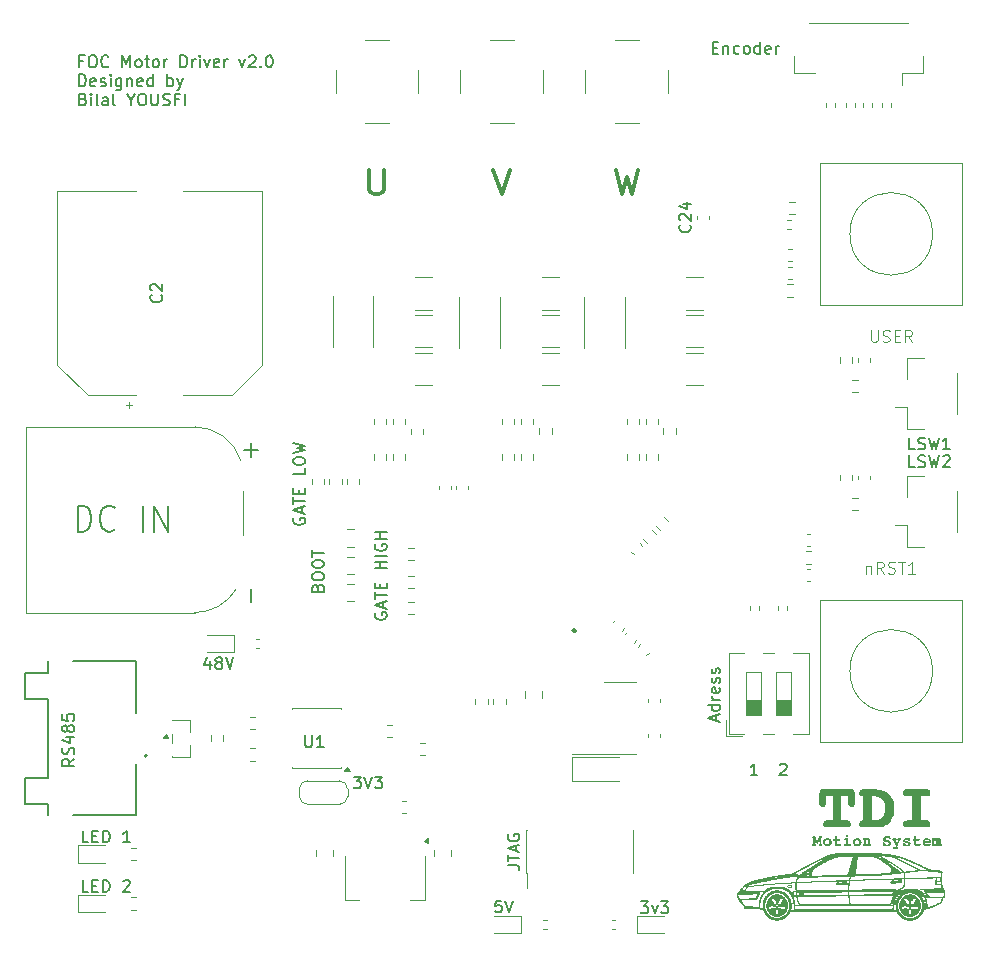
<source format=gbr>
%TF.GenerationSoftware,KiCad,Pcbnew,9.0.6-9.0.6~ubuntu24.04.1*%
%TF.CreationDate,2025-11-20T20:10:11+01:00*%
%TF.ProjectId,FOC_CONTROLLER_V2,464f435f-434f-44e5-9452-4f4c4c45525f,rev?*%
%TF.SameCoordinates,Original*%
%TF.FileFunction,Legend,Top*%
%TF.FilePolarity,Positive*%
%FSLAX46Y46*%
G04 Gerber Fmt 4.6, Leading zero omitted, Abs format (unit mm)*
G04 Created by KiCad (PCBNEW 9.0.6-9.0.6~ubuntu24.04.1) date 2025-11-20 20:10:11*
%MOMM*%
%LPD*%
G01*
G04 APERTURE LIST*
%ADD10C,0.200000*%
%ADD11C,0.300000*%
%ADD12C,0.150000*%
%ADD13C,0.100000*%
%ADD14C,0.120000*%
%ADD15C,0.000000*%
%ADD16C,0.250000*%
G04 APERTURE END LIST*
D10*
G36*
X167573412Y-125260000D02*
G01*
X169197383Y-125260000D01*
X169306699Y-125252014D01*
X169394172Y-125227375D01*
X169448655Y-125195159D01*
X169490037Y-125151216D01*
X169533676Y-125034202D01*
X169539078Y-124957627D01*
X169531244Y-124863264D01*
X169507663Y-124788978D01*
X169475692Y-124740886D01*
X169432515Y-124704590D01*
X169309772Y-124662788D01*
X169197383Y-124655254D01*
X168738206Y-124655254D01*
X168738206Y-122613628D01*
X169309490Y-122613628D01*
X169326343Y-123168792D01*
X169330504Y-123263667D01*
X169331960Y-123286762D01*
X169361858Y-123389956D01*
X169399877Y-123437850D01*
X169451717Y-123477074D01*
X169513929Y-123503672D01*
X169586895Y-123516066D01*
X169606245Y-123516594D01*
X169696423Y-123508756D01*
X169768167Y-123485152D01*
X169815364Y-123452821D01*
X169851094Y-123409059D01*
X169891584Y-123284510D01*
X169897383Y-123191263D01*
X169897383Y-123168792D01*
X169869539Y-122350334D01*
X169856827Y-122181231D01*
X169818401Y-122076630D01*
X169781509Y-122044432D01*
X169728546Y-122023457D01*
X169561549Y-122008639D01*
X167209490Y-122008639D01*
X167070817Y-122017514D01*
X166983242Y-122048379D01*
X166950497Y-122079451D01*
X166928605Y-122121681D01*
X166905598Y-122266741D01*
X166901500Y-122350334D01*
X166873412Y-123168792D01*
X166873412Y-123191263D01*
X166881472Y-123296451D01*
X166906627Y-123380928D01*
X166939245Y-123432788D01*
X166983971Y-123472135D01*
X167104519Y-123512713D01*
X167170167Y-123516594D01*
X167246204Y-123508928D01*
X167310912Y-123486527D01*
X167360776Y-123452886D01*
X167399553Y-123407792D01*
X167441735Y-123286014D01*
X167444696Y-123236203D01*
X167444696Y-123168792D01*
X167461549Y-122613628D01*
X168032588Y-122613628D01*
X168032588Y-124655254D01*
X167573412Y-124655254D01*
X167455177Y-124663639D01*
X167361237Y-124691069D01*
X167309188Y-124724166D01*
X167269696Y-124769933D01*
X167229924Y-124892842D01*
X167226343Y-124957627D01*
X167234199Y-125046622D01*
X167257932Y-125119076D01*
X167290938Y-125168389D01*
X167335844Y-125206634D01*
X167462824Y-125251874D01*
X167573412Y-125260000D01*
G37*
G36*
X171633729Y-122028568D02*
G01*
X172033632Y-122060993D01*
X172328877Y-122129299D01*
X172565980Y-122237250D01*
X172591775Y-122253391D01*
X172707719Y-122337093D01*
X172813484Y-122432729D01*
X172909583Y-122541037D01*
X172994537Y-122660749D01*
X173069108Y-122793788D01*
X173131353Y-122937815D01*
X173181758Y-123095737D01*
X173218473Y-123264252D01*
X173241388Y-123446784D01*
X173249127Y-123639448D01*
X173241823Y-123823285D01*
X173184304Y-124165932D01*
X173074646Y-124465156D01*
X172917975Y-124719941D01*
X172717878Y-124929466D01*
X172602127Y-125016890D01*
X172476343Y-125092205D01*
X172453701Y-125104263D01*
X172230774Y-125189902D01*
X171984481Y-125236625D01*
X171715287Y-125256101D01*
X171423656Y-125260000D01*
X171115666Y-125260000D01*
X170600558Y-125260000D01*
X170482258Y-125251608D01*
X170359604Y-125208449D01*
X170316412Y-125171637D01*
X170284353Y-125123122D01*
X170261041Y-125049955D01*
X170253244Y-124957627D01*
X170257801Y-124891324D01*
X170302134Y-124770195D01*
X170342719Y-124725164D01*
X170395010Y-124691940D01*
X170468174Y-124668663D01*
X170555617Y-124660872D01*
X170600558Y-124660872D01*
X170600558Y-122629260D01*
X170555617Y-122629260D01*
X170483832Y-122623905D01*
X170468362Y-122618025D01*
X171306175Y-122618025D01*
X171306175Y-124655254D01*
X171462979Y-124660872D01*
X171568988Y-124658112D01*
X171848454Y-124616798D01*
X172062149Y-124531988D01*
X172226695Y-124404557D01*
X172294493Y-124321325D01*
X172350815Y-124225995D01*
X172398867Y-124109343D01*
X172433825Y-123978245D01*
X172457503Y-123815212D01*
X172465352Y-123633831D01*
X172462513Y-123525797D01*
X172420509Y-123241236D01*
X172334658Y-123022205D01*
X172206914Y-122853642D01*
X172124628Y-122784666D01*
X172030819Y-122727341D01*
X171917928Y-122678967D01*
X171791777Y-122643763D01*
X171638125Y-122620234D01*
X171468353Y-122612407D01*
X171306175Y-122618025D01*
X170468362Y-122618025D01*
X170362377Y-122577741D01*
X170317326Y-122536605D01*
X170283984Y-122483951D01*
X170260995Y-122412176D01*
X170253244Y-122326887D01*
X170257547Y-122256425D01*
X170298652Y-122136270D01*
X170338817Y-122091400D01*
X170391858Y-122058800D01*
X170484136Y-122032494D01*
X170600558Y-122024270D01*
X171115666Y-122024270D01*
X171278087Y-122024270D01*
X171633729Y-122028568D01*
G37*
G36*
X175934577Y-122024270D02*
G01*
X174310607Y-122024270D01*
X174188242Y-122032806D01*
X174092118Y-122061293D01*
X174041571Y-122094528D01*
X174003515Y-122140523D01*
X173966219Y-122264800D01*
X173963538Y-122321270D01*
X173971336Y-122413683D01*
X173994659Y-122486898D01*
X174026714Y-122535396D01*
X174069905Y-122572187D01*
X174192560Y-122615288D01*
X174310607Y-122623642D01*
X174769783Y-122623642D01*
X174769783Y-124660872D01*
X174310607Y-124660872D01*
X174188043Y-124669415D01*
X174091816Y-124697956D01*
X174041344Y-124731199D01*
X174003358Y-124777206D01*
X173966179Y-124901556D01*
X173963538Y-124957627D01*
X173971336Y-125050041D01*
X173994659Y-125123256D01*
X174026714Y-125171753D01*
X174069905Y-125208544D01*
X174192560Y-125251645D01*
X174310607Y-125260000D01*
X175934577Y-125260000D01*
X176043894Y-125252014D01*
X176131367Y-125227375D01*
X176185849Y-125195159D01*
X176227232Y-125151216D01*
X176270871Y-125034202D01*
X176276273Y-124957627D01*
X176268438Y-124863615D01*
X176244858Y-124790226D01*
X176213053Y-124743313D01*
X176170141Y-124708169D01*
X176047115Y-124667948D01*
X175934577Y-124660872D01*
X175475401Y-124660872D01*
X175475401Y-122623642D01*
X175934577Y-122623642D01*
X176052835Y-122615257D01*
X176146831Y-122587827D01*
X176198935Y-122554725D01*
X176238479Y-122508948D01*
X176278300Y-122386069D01*
X176281891Y-122321270D01*
X176274094Y-122227446D01*
X176250782Y-122154444D01*
X176219183Y-122107476D01*
X176176721Y-122072405D01*
X176054997Y-122031983D01*
X175934577Y-122024270D01*
G37*
D11*
X128771428Y-69609638D02*
X128771428Y-71228685D01*
X128771428Y-71228685D02*
X128876190Y-71419161D01*
X128876190Y-71419161D02*
X128980952Y-71514400D01*
X128980952Y-71514400D02*
X129190476Y-71609638D01*
X129190476Y-71609638D02*
X129609523Y-71609638D01*
X129609523Y-71609638D02*
X129819047Y-71514400D01*
X129819047Y-71514400D02*
X129923809Y-71419161D01*
X129923809Y-71419161D02*
X130028571Y-71228685D01*
X130028571Y-71228685D02*
X130028571Y-69609638D01*
D12*
X122402438Y-99080952D02*
X122354819Y-99176190D01*
X122354819Y-99176190D02*
X122354819Y-99319047D01*
X122354819Y-99319047D02*
X122402438Y-99461904D01*
X122402438Y-99461904D02*
X122497676Y-99557142D01*
X122497676Y-99557142D02*
X122592914Y-99604761D01*
X122592914Y-99604761D02*
X122783390Y-99652380D01*
X122783390Y-99652380D02*
X122926247Y-99652380D01*
X122926247Y-99652380D02*
X123116723Y-99604761D01*
X123116723Y-99604761D02*
X123211961Y-99557142D01*
X123211961Y-99557142D02*
X123307200Y-99461904D01*
X123307200Y-99461904D02*
X123354819Y-99319047D01*
X123354819Y-99319047D02*
X123354819Y-99223809D01*
X123354819Y-99223809D02*
X123307200Y-99080952D01*
X123307200Y-99080952D02*
X123259580Y-99033333D01*
X123259580Y-99033333D02*
X122926247Y-99033333D01*
X122926247Y-99033333D02*
X122926247Y-99223809D01*
X123069104Y-98652380D02*
X123069104Y-98176190D01*
X123354819Y-98747618D02*
X122354819Y-98414285D01*
X122354819Y-98414285D02*
X123354819Y-98080952D01*
X122354819Y-97890475D02*
X122354819Y-97319047D01*
X123354819Y-97604761D02*
X122354819Y-97604761D01*
X122831009Y-96985713D02*
X122831009Y-96652380D01*
X123354819Y-96509523D02*
X123354819Y-96985713D01*
X123354819Y-96985713D02*
X122354819Y-96985713D01*
X122354819Y-96985713D02*
X122354819Y-96509523D01*
X123354819Y-94842856D02*
X123354819Y-95319046D01*
X123354819Y-95319046D02*
X122354819Y-95319046D01*
X122354819Y-94319046D02*
X122354819Y-94128570D01*
X122354819Y-94128570D02*
X122402438Y-94033332D01*
X122402438Y-94033332D02*
X122497676Y-93938094D01*
X122497676Y-93938094D02*
X122688152Y-93890475D01*
X122688152Y-93890475D02*
X123021485Y-93890475D01*
X123021485Y-93890475D02*
X123211961Y-93938094D01*
X123211961Y-93938094D02*
X123307200Y-94033332D01*
X123307200Y-94033332D02*
X123354819Y-94128570D01*
X123354819Y-94128570D02*
X123354819Y-94319046D01*
X123354819Y-94319046D02*
X123307200Y-94414284D01*
X123307200Y-94414284D02*
X123211961Y-94509522D01*
X123211961Y-94509522D02*
X123021485Y-94557141D01*
X123021485Y-94557141D02*
X122688152Y-94557141D01*
X122688152Y-94557141D02*
X122497676Y-94509522D01*
X122497676Y-94509522D02*
X122402438Y-94414284D01*
X122402438Y-94414284D02*
X122354819Y-94319046D01*
X122354819Y-93557141D02*
X123354819Y-93319046D01*
X123354819Y-93319046D02*
X122640533Y-93128570D01*
X122640533Y-93128570D02*
X123354819Y-92938094D01*
X123354819Y-92938094D02*
X122354819Y-92699999D01*
D11*
X149657142Y-69609638D02*
X150180952Y-71609638D01*
X150180952Y-71609638D02*
X150599999Y-70181066D01*
X150599999Y-70181066D02*
X151019047Y-71609638D01*
X151019047Y-71609638D02*
X151542857Y-69609638D01*
D10*
G36*
X166852965Y-126078913D02*
G01*
X166722784Y-126465671D01*
X166588389Y-126078913D01*
X166577060Y-126052713D01*
X166563406Y-126032747D01*
X166550327Y-126020896D01*
X166535125Y-126012640D01*
X166495943Y-126006067D01*
X166389576Y-126006067D01*
X166360470Y-126008123D01*
X166337401Y-126014700D01*
X166324140Y-126022850D01*
X166314099Y-126034067D01*
X166303823Y-126064106D01*
X166302747Y-126081721D01*
X166304685Y-126103044D01*
X166310432Y-126120987D01*
X166318768Y-126134151D01*
X166330030Y-126144435D01*
X166360394Y-126155976D01*
X166378340Y-126157315D01*
X166389576Y-126157315D01*
X166369975Y-126665218D01*
X166358740Y-126665218D01*
X166336976Y-126667165D01*
X166318930Y-126672985D01*
X166306191Y-126681247D01*
X166296363Y-126692435D01*
X166285633Y-126722839D01*
X166284551Y-126739406D01*
X166286510Y-126762997D01*
X166292405Y-126781569D01*
X166300398Y-126793591D01*
X166311192Y-126802665D01*
X166341878Y-126813116D01*
X166369975Y-126815000D01*
X166523970Y-126815000D01*
X166553403Y-126812903D01*
X166576582Y-126806046D01*
X166589290Y-126797804D01*
X166598884Y-126786418D01*
X166608547Y-126755516D01*
X166609394Y-126739406D01*
X166607446Y-126717643D01*
X166601625Y-126699596D01*
X166593362Y-126686860D01*
X166582171Y-126677035D01*
X166551752Y-126666303D01*
X166535144Y-126665218D01*
X166523970Y-126665218D01*
X166533740Y-126249394D01*
X166633147Y-126559155D01*
X166642735Y-126582226D01*
X166654793Y-126599869D01*
X166667220Y-126610932D01*
X166681791Y-126618594D01*
X166719975Y-126624734D01*
X166743537Y-126622704D01*
X166763454Y-126616310D01*
X166777285Y-126607477D01*
X166789013Y-126595143D01*
X166806742Y-126559155D01*
X166907554Y-126249394D01*
X166917384Y-126665218D01*
X166906149Y-126665218D01*
X166884386Y-126667165D01*
X166866339Y-126672985D01*
X166853600Y-126681247D01*
X166843773Y-126692435D01*
X166833043Y-126722839D01*
X166831960Y-126739406D01*
X166833919Y-126762997D01*
X166839814Y-126781569D01*
X166847807Y-126793591D01*
X166858601Y-126802665D01*
X166889287Y-126813116D01*
X166917384Y-126815000D01*
X167071379Y-126815000D01*
X167100806Y-126812903D01*
X167123972Y-126806046D01*
X167136666Y-126797806D01*
X167146247Y-126786422D01*
X167155897Y-126755512D01*
X167156742Y-126739406D01*
X167154794Y-126717619D01*
X167148969Y-126699557D01*
X167140707Y-126686826D01*
X167129517Y-126677007D01*
X167099100Y-126666295D01*
X167082554Y-126665218D01*
X167071379Y-126665218D01*
X167051779Y-126157315D01*
X167062953Y-126157315D01*
X167084296Y-126155377D01*
X167102246Y-126149630D01*
X167115403Y-126141298D01*
X167125677Y-126130042D01*
X167137207Y-126099688D01*
X167138546Y-126081721D01*
X167136582Y-126058545D01*
X167130649Y-126040104D01*
X167122558Y-126028015D01*
X167111591Y-126018797D01*
X167080381Y-126008044D01*
X167051779Y-126006067D01*
X166945350Y-126006067D01*
X166922102Y-126008075D01*
X166902341Y-126014312D01*
X166887999Y-126023165D01*
X166875622Y-126035492D01*
X166855161Y-126072915D01*
X166852965Y-126078913D01*
G37*
G36*
X167606505Y-126168058D02*
G01*
X167648878Y-126173523D01*
X167688822Y-126182514D01*
X167726086Y-126194805D01*
X167760707Y-126210248D01*
X167792469Y-126228606D01*
X167821374Y-126249752D01*
X167847258Y-126273465D01*
X167870066Y-126299614D01*
X167889680Y-126328018D01*
X167905992Y-126358516D01*
X167918905Y-126390985D01*
X167928277Y-126425211D01*
X167934003Y-126461125D01*
X167935938Y-126498461D01*
X167934233Y-126533545D01*
X167928765Y-126569426D01*
X167919640Y-126603733D01*
X167906984Y-126636274D01*
X167890906Y-126666903D01*
X167871495Y-126695482D01*
X167848883Y-126721803D01*
X167823110Y-126745758D01*
X167794349Y-126767099D01*
X167762595Y-126785717D01*
X167728065Y-126801356D01*
X167690730Y-126813881D01*
X167650834Y-126823052D01*
X167608352Y-126828707D01*
X167563529Y-126830631D01*
X167519731Y-126828798D01*
X167477306Y-126823262D01*
X167437292Y-126814198D01*
X167399946Y-126801835D01*
X167365235Y-126786318D01*
X167333397Y-126767897D01*
X167304414Y-126746689D01*
X167278482Y-126722944D01*
X167255625Y-126696771D01*
X167219660Y-126637920D01*
X167206746Y-126605536D01*
X167197373Y-126571407D01*
X167191649Y-126535639D01*
X167189715Y-126498461D01*
X167189781Y-126497117D01*
X167380102Y-126497117D01*
X167381679Y-126523815D01*
X167386997Y-126551849D01*
X167395850Y-126577911D01*
X167407993Y-126601731D01*
X167423208Y-126623102D01*
X167461654Y-126657343D01*
X167484306Y-126669792D01*
X167509062Y-126678948D01*
X167535472Y-126684550D01*
X167563529Y-126686467D01*
X167586665Y-126685177D01*
X167613637Y-126680148D01*
X167638626Y-126671551D01*
X167661774Y-126659430D01*
X167682503Y-126644141D01*
X167700850Y-126625677D01*
X167716320Y-126604490D01*
X167728789Y-126580679D01*
X167737941Y-126554649D01*
X167743569Y-126526718D01*
X167745490Y-126497117D01*
X167744061Y-126471336D01*
X167730457Y-126417437D01*
X167704025Y-126372963D01*
X167666518Y-126339375D01*
X167644071Y-126327088D01*
X167619325Y-126318035D01*
X167592414Y-126312433D01*
X167563529Y-126310516D01*
X167539703Y-126311835D01*
X167512397Y-126316864D01*
X167487080Y-126325436D01*
X167463808Y-126337413D01*
X167442957Y-126352520D01*
X167424638Y-126370631D01*
X167409180Y-126391436D01*
X167396765Y-126414759D01*
X167387641Y-126440317D01*
X167382022Y-126467838D01*
X167380102Y-126497117D01*
X167189781Y-126497117D01*
X167191452Y-126463215D01*
X167196964Y-126427446D01*
X167206139Y-126393239D01*
X167218868Y-126360741D01*
X167235029Y-126330148D01*
X167254552Y-126301564D01*
X167277284Y-126275234D01*
X167303202Y-126251252D01*
X167332111Y-126229886D01*
X167364017Y-126211243D01*
X167398694Y-126195584D01*
X167436151Y-126183048D01*
X167476153Y-126173869D01*
X167518686Y-126168215D01*
X167563529Y-126166290D01*
X167606505Y-126168058D01*
G37*
G36*
X168125654Y-126373408D02*
G01*
X168190073Y-126373408D01*
X168190073Y-126548103D01*
X168190073Y-126563490D01*
X168190927Y-126621726D01*
X168195851Y-126673041D01*
X168208388Y-126717819D01*
X168232083Y-126756442D01*
X168270352Y-126789454D01*
X168323709Y-126814172D01*
X168393292Y-126828366D01*
X168439262Y-126830631D01*
X168530107Y-126823389D01*
X168616280Y-126802191D01*
X168654450Y-126787178D01*
X168687367Y-126770150D01*
X168713168Y-126752572D01*
X168732860Y-126734193D01*
X168744426Y-126718105D01*
X168750559Y-126702117D01*
X168751465Y-126693489D01*
X168749591Y-126674250D01*
X168744292Y-126657298D01*
X168724713Y-126630670D01*
X168711298Y-126621860D01*
X168696295Y-126616632D01*
X168682833Y-126615209D01*
X168645255Y-126621952D01*
X168598927Y-126640263D01*
X168535161Y-126664821D01*
X168499280Y-126673342D01*
X168460266Y-126676636D01*
X168431740Y-126674658D01*
X168408727Y-126668626D01*
X168393546Y-126660502D01*
X168381484Y-126649443D01*
X168365867Y-126619138D01*
X168358504Y-126569263D01*
X168358051Y-126548103D01*
X168358051Y-126373408D01*
X168566634Y-126373408D01*
X168596199Y-126371312D01*
X168619698Y-126364455D01*
X168632724Y-126356179D01*
X168642609Y-126344735D01*
X168652565Y-126314015D01*
X168653463Y-126297815D01*
X168651513Y-126274817D01*
X168645685Y-126256740D01*
X168637712Y-126244903D01*
X168626980Y-126235987D01*
X168596261Y-126225601D01*
X168566634Y-126223627D01*
X168358051Y-126223627D01*
X168358051Y-126064014D01*
X168355975Y-126035941D01*
X168349259Y-126013663D01*
X168340961Y-126000905D01*
X168329486Y-125991096D01*
X168297704Y-125980300D01*
X168272688Y-125978651D01*
X168250507Y-125980503D01*
X168231612Y-125985655D01*
X168215783Y-125993713D01*
X168203630Y-126003939D01*
X168195189Y-126015834D01*
X168190758Y-126028604D01*
X168190073Y-126036048D01*
X168190073Y-126064014D01*
X168190073Y-126223627D01*
X168125654Y-126223627D01*
X168095155Y-126225762D01*
X168071438Y-126232898D01*
X168059136Y-126241176D01*
X168049926Y-126252623D01*
X168040909Y-126283925D01*
X168040291Y-126297815D01*
X168042250Y-126321429D01*
X168048148Y-126340013D01*
X168056140Y-126352031D01*
X168066934Y-126361099D01*
X168097622Y-126371534D01*
X168125654Y-126373408D01*
G37*
G36*
X169159595Y-126004846D02*
G01*
X169161875Y-126041079D01*
X169170020Y-126065120D01*
X169178101Y-126074313D01*
X169189128Y-126080698D01*
X169224154Y-126086955D01*
X169243614Y-126087400D01*
X169282801Y-126084946D01*
X169307505Y-126075586D01*
X169321315Y-126055462D01*
X169327079Y-126016076D01*
X169327634Y-125983841D01*
X169323941Y-125921557D01*
X169317369Y-125901126D01*
X169305909Y-125886848D01*
X169279415Y-125875832D01*
X169245019Y-125873199D01*
X169212802Y-125875472D01*
X169189661Y-125883568D01*
X169179440Y-125892138D01*
X169171728Y-125903991D01*
X169162327Y-125941201D01*
X169159595Y-126004846D01*
G37*
G36*
X169303820Y-126181922D02*
G01*
X169097984Y-126181922D01*
X169067535Y-126184056D01*
X169043843Y-126191178D01*
X169031522Y-126199454D01*
X169022295Y-126210898D01*
X169013250Y-126242180D01*
X169012622Y-126256172D01*
X169014581Y-126279786D01*
X169020479Y-126298369D01*
X169028471Y-126310387D01*
X169039265Y-126319455D01*
X169069953Y-126329891D01*
X169097984Y-126331765D01*
X169175043Y-126331765D01*
X169175043Y-126665218D01*
X169028009Y-126665218D01*
X168997368Y-126667353D01*
X168973311Y-126674489D01*
X168960693Y-126682799D01*
X168951197Y-126694301D01*
X168941902Y-126725389D01*
X168941242Y-126739406D01*
X168943191Y-126762510D01*
X168949022Y-126780814D01*
X168957036Y-126792938D01*
X168967833Y-126802136D01*
X168998497Y-126812911D01*
X169028009Y-126815000D01*
X169489994Y-126815000D01*
X169519559Y-126812903D01*
X169543058Y-126806046D01*
X169556084Y-126797770D01*
X169565970Y-126786326D01*
X169575925Y-126755606D01*
X169576823Y-126739406D01*
X169574873Y-126716408D01*
X169569045Y-126698331D01*
X169561072Y-126686494D01*
X169550340Y-126677578D01*
X169519622Y-126667192D01*
X169489994Y-126665218D01*
X169343021Y-126665218D01*
X169343021Y-126211353D01*
X169341095Y-126200588D01*
X169335426Y-126192025D01*
X169314732Y-126182717D01*
X169303820Y-126181922D01*
G37*
G36*
X170132953Y-126168058D02*
G01*
X170175326Y-126173523D01*
X170215270Y-126182514D01*
X170252534Y-126194805D01*
X170287155Y-126210248D01*
X170318917Y-126228606D01*
X170347822Y-126249752D01*
X170373706Y-126273465D01*
X170396514Y-126299614D01*
X170416128Y-126328018D01*
X170432440Y-126358516D01*
X170445353Y-126390985D01*
X170454725Y-126425211D01*
X170460451Y-126461125D01*
X170462386Y-126498461D01*
X170460681Y-126533545D01*
X170455213Y-126569426D01*
X170446088Y-126603733D01*
X170433432Y-126636274D01*
X170417354Y-126666903D01*
X170397943Y-126695482D01*
X170375331Y-126721803D01*
X170349558Y-126745758D01*
X170320797Y-126767099D01*
X170289043Y-126785717D01*
X170254513Y-126801356D01*
X170217178Y-126813881D01*
X170177282Y-126823052D01*
X170134800Y-126828707D01*
X170089977Y-126830631D01*
X170046179Y-126828798D01*
X170003754Y-126823262D01*
X169963740Y-126814198D01*
X169926394Y-126801835D01*
X169891683Y-126786318D01*
X169859845Y-126767897D01*
X169830862Y-126746689D01*
X169804930Y-126722944D01*
X169782073Y-126696771D01*
X169746108Y-126637920D01*
X169733194Y-126605536D01*
X169723821Y-126571407D01*
X169718097Y-126535639D01*
X169716163Y-126498461D01*
X169716229Y-126497117D01*
X169906550Y-126497117D01*
X169908127Y-126523815D01*
X169913445Y-126551849D01*
X169922298Y-126577911D01*
X169934441Y-126601731D01*
X169949656Y-126623102D01*
X169988102Y-126657343D01*
X170010754Y-126669792D01*
X170035510Y-126678948D01*
X170061920Y-126684550D01*
X170089977Y-126686467D01*
X170113113Y-126685177D01*
X170140085Y-126680148D01*
X170165074Y-126671551D01*
X170188222Y-126659430D01*
X170208951Y-126644141D01*
X170227298Y-126625677D01*
X170242768Y-126604490D01*
X170255237Y-126580679D01*
X170264389Y-126554649D01*
X170270017Y-126526718D01*
X170271938Y-126497117D01*
X170270509Y-126471336D01*
X170256905Y-126417437D01*
X170230473Y-126372963D01*
X170192966Y-126339375D01*
X170170519Y-126327088D01*
X170145773Y-126318035D01*
X170118862Y-126312433D01*
X170089977Y-126310516D01*
X170066151Y-126311835D01*
X170038845Y-126316864D01*
X170013528Y-126325436D01*
X169990256Y-126337413D01*
X169969405Y-126352520D01*
X169951086Y-126370631D01*
X169935628Y-126391436D01*
X169923213Y-126414759D01*
X169914089Y-126440317D01*
X169908470Y-126467838D01*
X169906550Y-126497117D01*
X169716229Y-126497117D01*
X169717900Y-126463215D01*
X169723412Y-126427446D01*
X169732587Y-126393239D01*
X169745316Y-126360741D01*
X169761477Y-126330148D01*
X169781000Y-126301564D01*
X169803732Y-126275234D01*
X169829650Y-126251252D01*
X169858559Y-126229886D01*
X169890465Y-126211243D01*
X169925142Y-126195584D01*
X169962599Y-126183048D01*
X170002601Y-126173869D01*
X170045134Y-126168215D01*
X170089977Y-126166290D01*
X170132953Y-126168058D01*
G37*
G36*
X171219112Y-126663813D02*
G01*
X171219112Y-126435324D01*
X171217147Y-126385451D01*
X171211214Y-126340688D01*
X171202515Y-126305053D01*
X171190562Y-126273488D01*
X171176786Y-126248246D01*
X171160231Y-126226388D01*
X171141946Y-126208793D01*
X171121106Y-126194239D01*
X171071806Y-126174288D01*
X171009057Y-126166357D01*
X171002102Y-126166290D01*
X170967253Y-126168240D01*
X170935096Y-126174073D01*
X170907141Y-126183124D01*
X170881470Y-126195594D01*
X170837506Y-126229935D01*
X170808906Y-126265697D01*
X170808906Y-126212513D01*
X170806934Y-126200598D01*
X170800952Y-126191426D01*
X170780208Y-126182594D01*
X170769705Y-126181922D01*
X170653506Y-126181922D01*
X170624123Y-126184017D01*
X170600981Y-126190863D01*
X170588271Y-126199102D01*
X170578675Y-126210484D01*
X170568999Y-126241379D01*
X170568143Y-126257576D01*
X170570092Y-126279364D01*
X170575916Y-126297425D01*
X170584178Y-126310157D01*
X170595369Y-126319976D01*
X170625786Y-126330688D01*
X170642332Y-126331765D01*
X170653506Y-126331765D01*
X170653506Y-126663813D01*
X170645141Y-126663813D01*
X170622208Y-126665767D01*
X170603373Y-126671627D01*
X170590388Y-126679819D01*
X170580398Y-126690914D01*
X170569427Y-126721000D01*
X170568143Y-126739406D01*
X170570119Y-126763118D01*
X170576133Y-126781849D01*
X170584205Y-126793803D01*
X170595173Y-126802866D01*
X170626443Y-126813245D01*
X170653506Y-126815000D01*
X170822889Y-126815000D01*
X170851911Y-126812942D01*
X170874701Y-126806357D01*
X170887628Y-126798243D01*
X170897359Y-126787084D01*
X170907303Y-126756887D01*
X170908312Y-126739406D01*
X170906353Y-126717069D01*
X170900452Y-126698631D01*
X170892186Y-126685879D01*
X170880950Y-126676021D01*
X170850213Y-126665099D01*
X170831315Y-126663813D01*
X170822889Y-126663813D01*
X170822889Y-126465427D01*
X170824790Y-126436158D01*
X170830285Y-126409803D01*
X170838958Y-126386675D01*
X170850540Y-126366591D01*
X170864679Y-126349693D01*
X170881104Y-126336006D01*
X170919937Y-126318554D01*
X170951727Y-126314729D01*
X170975978Y-126316677D01*
X170996211Y-126322499D01*
X171011022Y-126330862D01*
X171023135Y-126342213D01*
X171040280Y-126374260D01*
X171049712Y-126426040D01*
X171051133Y-126466160D01*
X171051133Y-126663813D01*
X171042707Y-126663813D01*
X171019698Y-126665767D01*
X171000624Y-126671627D01*
X170987304Y-126679865D01*
X170976991Y-126691035D01*
X170965653Y-126721025D01*
X170964305Y-126739406D01*
X170966269Y-126762556D01*
X170972199Y-126780975D01*
X170980288Y-126793056D01*
X170991253Y-126802267D01*
X171022464Y-126813018D01*
X171051133Y-126815000D01*
X171219112Y-126815000D01*
X171248134Y-126812942D01*
X171270924Y-126806357D01*
X171283851Y-126798243D01*
X171293582Y-126787084D01*
X171303526Y-126756887D01*
X171304535Y-126739406D01*
X171302576Y-126717069D01*
X171296675Y-126698631D01*
X171288409Y-126685879D01*
X171277173Y-126676021D01*
X171246436Y-126665099D01*
X171227538Y-126663813D01*
X171219112Y-126663813D01*
G37*
G36*
X172420420Y-126800956D02*
G01*
X172504279Y-126824419D01*
X172592192Y-126833922D01*
X172626195Y-126834539D01*
X172677398Y-126832597D01*
X172724556Y-126826816D01*
X172765200Y-126817926D01*
X172802123Y-126805752D01*
X172833496Y-126791304D01*
X172861443Y-126774033D01*
X172884899Y-126754934D01*
X172905129Y-126733344D01*
X172921749Y-126709858D01*
X172935192Y-126684069D01*
X172952435Y-126625352D01*
X172956594Y-126573260D01*
X172954633Y-126537348D01*
X172948721Y-126504410D01*
X172939705Y-126476528D01*
X172927243Y-126451024D01*
X172893173Y-126408102D01*
X172844709Y-126372630D01*
X172777469Y-126343375D01*
X172707405Y-126324926D01*
X172663474Y-126316036D01*
X172588055Y-126299980D01*
X172532920Y-126282028D01*
X172513278Y-126270546D01*
X172499090Y-126256436D01*
X172490484Y-126238980D01*
X172487587Y-126217459D01*
X172489515Y-126199163D01*
X172495196Y-126181995D01*
X172517379Y-126152008D01*
X172553924Y-126129602D01*
X172577683Y-126122171D01*
X172604587Y-126117947D01*
X172624790Y-126117076D01*
X172652488Y-126119008D01*
X172677961Y-126124720D01*
X172700432Y-126133730D01*
X172720676Y-126146046D01*
X172754138Y-126180023D01*
X172767611Y-126202133D01*
X172773861Y-126215269D01*
X172783761Y-126235035D01*
X172796579Y-126251270D01*
X172816076Y-126262264D01*
X172846013Y-126266308D01*
X172870862Y-126264301D01*
X172889565Y-126258066D01*
X172900178Y-126250191D01*
X172907828Y-126239478D01*
X172915482Y-126208125D01*
X172915989Y-126193768D01*
X172915989Y-126186807D01*
X172913180Y-126055465D01*
X172910078Y-126019934D01*
X172901361Y-125997744D01*
X172893280Y-125990161D01*
X172882439Y-125985432D01*
X172855783Y-125982620D01*
X172819750Y-125986107D01*
X172806807Y-125992189D01*
X172796053Y-126002698D01*
X172785807Y-126020478D01*
X172743044Y-126004308D01*
X172700172Y-125992609D01*
X172659707Y-125985751D01*
X172618137Y-125982763D01*
X172606594Y-125982620D01*
X172564527Y-125984545D01*
X172524710Y-125990202D01*
X172487563Y-125999348D01*
X172453027Y-126011835D01*
X172421696Y-126027264D01*
X172393281Y-126045612D01*
X172368409Y-126066300D01*
X172346702Y-126089485D01*
X172328665Y-126114484D01*
X172314004Y-126141585D01*
X172303033Y-126170166D01*
X172295650Y-126200498D01*
X172291643Y-126246769D01*
X172293591Y-126281861D01*
X172299411Y-126313112D01*
X172308168Y-126338784D01*
X172320154Y-126361725D01*
X172353108Y-126399927D01*
X172401592Y-126432213D01*
X172473909Y-126461587D01*
X172526788Y-126476967D01*
X172600577Y-126495166D01*
X172669746Y-126512713D01*
X172719335Y-126532412D01*
X172736742Y-126545182D01*
X172749198Y-126561026D01*
X172756685Y-126580789D01*
X172759185Y-126605317D01*
X172757257Y-126626063D01*
X172751582Y-126644487D01*
X172730752Y-126673182D01*
X172696812Y-126693162D01*
X172647209Y-126703554D01*
X172626195Y-126704357D01*
X172589309Y-126702392D01*
X172555927Y-126696450D01*
X172528616Y-126687569D01*
X172504042Y-126675313D01*
X172483132Y-126660463D01*
X172464584Y-126642463D01*
X172435807Y-126599760D01*
X172423898Y-126575166D01*
X172411347Y-126549772D01*
X172397177Y-126529723D01*
X172377988Y-126516563D01*
X172350383Y-126511833D01*
X172324202Y-126513856D01*
X172304086Y-126520201D01*
X172292477Y-126528208D01*
X172283844Y-126539160D01*
X172274556Y-126570503D01*
X172273386Y-126592739D01*
X172273386Y-126599760D01*
X172277599Y-126760350D01*
X172280295Y-126787257D01*
X172287231Y-126807261D01*
X172295419Y-126818111D01*
X172306436Y-126825935D01*
X172338395Y-126833866D01*
X172356001Y-126834539D01*
X172381031Y-126832221D01*
X172400654Y-126823815D01*
X172420420Y-126800956D01*
G37*
G36*
X173751177Y-126181922D02*
G01*
X173590160Y-126181922D01*
X173559563Y-126184056D01*
X173535517Y-126191178D01*
X173522866Y-126199488D01*
X173513340Y-126210989D01*
X173504004Y-126242049D01*
X173503332Y-126256172D01*
X173505269Y-126277494D01*
X173511018Y-126295438D01*
X173519355Y-126308598D01*
X173530620Y-126318880D01*
X173560998Y-126330423D01*
X173578986Y-126331765D01*
X173590160Y-126331765D01*
X173461383Y-126624002D01*
X173338162Y-126331765D01*
X173349337Y-126331765D01*
X173370679Y-126329827D01*
X173388630Y-126324080D01*
X173401786Y-126315749D01*
X173412061Y-126304492D01*
X173423590Y-126274138D01*
X173424930Y-126256172D01*
X173422980Y-126233149D01*
X173417149Y-126215051D01*
X173409175Y-126203205D01*
X173398441Y-126194282D01*
X173367724Y-126183893D01*
X173338162Y-126181922D01*
X173164567Y-126181922D01*
X173133969Y-126184056D01*
X173109924Y-126191178D01*
X173097273Y-126199488D01*
X173087747Y-126210989D01*
X173078411Y-126242049D01*
X173077739Y-126256172D01*
X173079676Y-126277494D01*
X173085425Y-126295438D01*
X173093762Y-126308598D01*
X173105027Y-126318880D01*
X173135405Y-126330423D01*
X173153393Y-126331765D01*
X173164567Y-126331765D01*
X173371746Y-126799673D01*
X173307388Y-126937365D01*
X173200959Y-126937365D01*
X173171400Y-126939461D01*
X173147915Y-126946319D01*
X173134903Y-126954593D01*
X173125030Y-126966035D01*
X173115087Y-126996762D01*
X173114192Y-127012958D01*
X173116141Y-127036062D01*
X173121972Y-127054365D01*
X173129986Y-127066490D01*
X173140784Y-127075688D01*
X173171447Y-127086463D01*
X173200959Y-127088551D01*
X173500584Y-127088551D01*
X173530143Y-127086455D01*
X173553628Y-127079598D01*
X173566640Y-127071324D01*
X173576513Y-127059882D01*
X173586456Y-127029155D01*
X173587351Y-127012958D01*
X173585402Y-126989855D01*
X173579571Y-126971551D01*
X173571557Y-126959427D01*
X173560759Y-126950229D01*
X173530096Y-126939454D01*
X173500584Y-126937365D01*
X173469748Y-126937365D01*
X173751177Y-126331765D01*
X173762351Y-126331765D01*
X173783694Y-126329827D01*
X173801644Y-126324080D01*
X173814801Y-126315749D01*
X173825075Y-126304492D01*
X173836605Y-126274138D01*
X173837944Y-126256172D01*
X173835995Y-126233149D01*
X173830164Y-126215051D01*
X173822190Y-126203205D01*
X173811456Y-126194282D01*
X173780738Y-126183893D01*
X173751177Y-126181922D01*
G37*
G36*
X174120106Y-126805474D02*
G01*
X174217671Y-126824654D01*
X174323133Y-126830631D01*
X174372512Y-126828698D01*
X174417521Y-126822985D01*
X174456023Y-126814215D01*
X174490521Y-126802285D01*
X174519409Y-126788196D01*
X174544639Y-126771469D01*
X174565308Y-126753091D01*
X174582563Y-126732462D01*
X174606357Y-126685793D01*
X174616686Y-126630697D01*
X174617079Y-126616613D01*
X174615135Y-126585403D01*
X174609344Y-126557722D01*
X174600605Y-126535015D01*
X174588667Y-126514903D01*
X174555613Y-126481806D01*
X174506504Y-126454866D01*
X174432840Y-126432371D01*
X174345481Y-126416700D01*
X174286486Y-126408829D01*
X174233040Y-126401374D01*
X174195588Y-126391393D01*
X174182678Y-126384017D01*
X174173546Y-126374284D01*
X174168121Y-126361618D01*
X174166329Y-126345443D01*
X174168280Y-126330711D01*
X174174119Y-126317469D01*
X174196402Y-126296779D01*
X174235824Y-126283230D01*
X174278314Y-126279741D01*
X174332422Y-126286707D01*
X174379997Y-126306354D01*
X174428655Y-126339249D01*
X174468276Y-126366075D01*
X174488201Y-126374451D01*
X174509307Y-126377561D01*
X174526681Y-126375634D01*
X174541358Y-126369966D01*
X174552318Y-126361531D01*
X174560555Y-126350166D01*
X174568062Y-126319113D01*
X174568108Y-126316072D01*
X174568108Y-126232114D01*
X174566145Y-126208300D01*
X174560217Y-126189365D01*
X174552317Y-126177470D01*
X174541657Y-126168948D01*
X174513709Y-126162153D01*
X174512116Y-126162138D01*
X174493570Y-126164093D01*
X174476498Y-126169961D01*
X174447633Y-126192463D01*
X174444888Y-126195722D01*
X174392155Y-126181723D01*
X174340332Y-126172200D01*
X174257309Y-126166290D01*
X174210610Y-126168227D01*
X174168120Y-126173967D01*
X174132117Y-126182728D01*
X174099969Y-126194666D01*
X174073324Y-126208708D01*
X174050204Y-126225408D01*
X174031470Y-126243768D01*
X174016052Y-126264423D01*
X173995583Y-126311527D01*
X173988520Y-126367791D01*
X173990477Y-126396680D01*
X173996362Y-126423195D01*
X174005445Y-126445893D01*
X174018001Y-126466578D01*
X174053170Y-126501718D01*
X174104754Y-126530447D01*
X174178205Y-126552690D01*
X174223726Y-126560682D01*
X174272851Y-126567390D01*
X174346341Y-126578107D01*
X174397279Y-126591123D01*
X174414684Y-126600206D01*
X174426921Y-126611921D01*
X174434148Y-126626951D01*
X174436523Y-126645983D01*
X174434572Y-126660272D01*
X174428732Y-126673706D01*
X174419101Y-126685811D01*
X174405671Y-126696285D01*
X174366308Y-126711008D01*
X174328689Y-126714433D01*
X174289062Y-126712470D01*
X174252821Y-126706545D01*
X174222233Y-126697544D01*
X174194100Y-126685100D01*
X174149537Y-126654349D01*
X174124893Y-126623805D01*
X174114126Y-126608682D01*
X174101344Y-126596145D01*
X174083737Y-126587596D01*
X174058496Y-126584434D01*
X174036071Y-126586464D01*
X174018638Y-126592855D01*
X174008308Y-126601116D01*
X174000586Y-126612492D01*
X173992148Y-126646772D01*
X173991329Y-126666927D01*
X173991329Y-126759251D01*
X173993718Y-126791835D01*
X174002626Y-126815426D01*
X174011240Y-126824354D01*
X174023043Y-126830301D01*
X174045917Y-126833440D01*
X174084216Y-126825809D01*
X174120106Y-126805474D01*
G37*
G36*
X174862848Y-126373408D02*
G01*
X174927267Y-126373408D01*
X174927267Y-126548103D01*
X174927267Y-126563490D01*
X174928121Y-126621726D01*
X174933045Y-126673041D01*
X174945583Y-126717819D01*
X174969277Y-126756442D01*
X175007547Y-126789454D01*
X175060904Y-126814172D01*
X175130487Y-126828366D01*
X175176456Y-126830631D01*
X175267301Y-126823389D01*
X175353475Y-126802191D01*
X175391644Y-126787178D01*
X175424562Y-126770150D01*
X175450363Y-126752572D01*
X175470055Y-126734193D01*
X175481620Y-126718105D01*
X175487753Y-126702117D01*
X175488660Y-126693489D01*
X175486786Y-126674250D01*
X175481487Y-126657298D01*
X175461908Y-126630670D01*
X175448493Y-126621860D01*
X175433490Y-126616632D01*
X175420027Y-126615209D01*
X175382450Y-126621952D01*
X175336121Y-126640263D01*
X175272356Y-126664821D01*
X175236475Y-126673342D01*
X175197461Y-126676636D01*
X175168934Y-126674658D01*
X175145922Y-126668626D01*
X175130741Y-126660502D01*
X175118679Y-126649443D01*
X175103062Y-126619138D01*
X175095698Y-126569263D01*
X175095245Y-126548103D01*
X175095245Y-126373408D01*
X175303829Y-126373408D01*
X175333393Y-126371312D01*
X175356892Y-126364455D01*
X175369918Y-126356179D01*
X175379804Y-126344735D01*
X175389760Y-126314015D01*
X175390657Y-126297815D01*
X175388708Y-126274817D01*
X175382880Y-126256740D01*
X175374907Y-126244903D01*
X175364175Y-126235987D01*
X175333456Y-126225601D01*
X175303829Y-126223627D01*
X175095245Y-126223627D01*
X175095245Y-126064014D01*
X175093170Y-126035941D01*
X175086454Y-126013663D01*
X175078156Y-126000905D01*
X175066681Y-125991096D01*
X175034898Y-125980300D01*
X175009883Y-125978651D01*
X174987702Y-125980503D01*
X174968807Y-125985655D01*
X174952978Y-125993713D01*
X174940825Y-126003939D01*
X174932384Y-126015834D01*
X174927952Y-126028604D01*
X174927267Y-126036048D01*
X174927267Y-126064014D01*
X174927267Y-126223627D01*
X174862848Y-126223627D01*
X174832350Y-126225762D01*
X174808633Y-126232898D01*
X174796331Y-126241176D01*
X174787121Y-126252623D01*
X174778104Y-126283925D01*
X174777486Y-126297815D01*
X174779445Y-126321429D01*
X174785343Y-126340013D01*
X174793335Y-126352031D01*
X174804129Y-126361099D01*
X174834817Y-126371534D01*
X174862848Y-126373408D01*
G37*
G36*
X176007324Y-126166395D02*
G01*
X176048572Y-126169251D01*
X176087601Y-126175834D01*
X176124804Y-126186072D01*
X176159474Y-126199645D01*
X176191875Y-126216534D01*
X176221418Y-126236324D01*
X176248157Y-126258931D01*
X176271729Y-126283951D01*
X176291991Y-126311102D01*
X176308821Y-126340131D01*
X176331525Y-126402197D01*
X176339174Y-126467564D01*
X176333953Y-126503221D01*
X176327325Y-126515207D01*
X176317806Y-126524124D01*
X176286702Y-126534886D01*
X176239829Y-126537540D01*
X175798787Y-126537540D01*
X175814358Y-126584473D01*
X175842075Y-126628407D01*
X175859873Y-126645936D01*
X175880281Y-126660459D01*
X175904763Y-126672591D01*
X175932210Y-126681408D01*
X175965892Y-126687315D01*
X176003218Y-126689275D01*
X176066949Y-126683745D01*
X176120118Y-126669751D01*
X176164273Y-126651192D01*
X176200957Y-126631967D01*
X176237769Y-126613308D01*
X176266390Y-126606416D01*
X176272496Y-126606673D01*
X176287810Y-126609864D01*
X176301109Y-126616479D01*
X176312243Y-126626424D01*
X176320651Y-126639328D01*
X176326105Y-126655332D01*
X176328000Y-126673827D01*
X176323554Y-126699052D01*
X176314478Y-126717738D01*
X176300696Y-126735835D01*
X176280573Y-126754567D01*
X176255354Y-126771977D01*
X176223824Y-126788407D01*
X176187286Y-126802669D01*
X176145779Y-126814451D01*
X176099784Y-126823290D01*
X176050576Y-126828736D01*
X175997601Y-126830631D01*
X175954629Y-126828845D01*
X175912377Y-126823349D01*
X175872502Y-126814317D01*
X175835250Y-126801971D01*
X175800608Y-126786461D01*
X175768812Y-126768032D01*
X175739855Y-126746807D01*
X175691086Y-126696830D01*
X175655127Y-126637912D01*
X175642218Y-126605506D01*
X175632845Y-126571353D01*
X175627125Y-126535582D01*
X175625191Y-126498400D01*
X175626894Y-126463355D01*
X175631800Y-126431172D01*
X175798787Y-126431172D01*
X176166983Y-126431172D01*
X176158331Y-126399586D01*
X176147960Y-126377586D01*
X176134561Y-126358125D01*
X176117855Y-126340930D01*
X176098217Y-126326520D01*
X176074559Y-126314460D01*
X176047929Y-126305628D01*
X176016587Y-126299876D01*
X175982213Y-126297937D01*
X175948037Y-126299830D01*
X175894980Y-126312850D01*
X175853711Y-126337510D01*
X175836376Y-126354882D01*
X175821682Y-126375456D01*
X175808709Y-126401405D01*
X175798787Y-126431172D01*
X175631800Y-126431172D01*
X175632362Y-126427487D01*
X175641486Y-126393188D01*
X175654144Y-126360652D01*
X175670226Y-126330024D01*
X175689640Y-126301445D01*
X175712257Y-126275123D01*
X175738034Y-126251166D01*
X175766800Y-126229823D01*
X175798556Y-126211205D01*
X175833088Y-126195565D01*
X175870420Y-126183041D01*
X175910313Y-126173869D01*
X175952787Y-126168215D01*
X175997601Y-126166290D01*
X176007324Y-126166395D01*
G37*
G36*
X177192559Y-126405832D02*
G01*
X177190482Y-126348871D01*
X177183760Y-126299425D01*
X177175112Y-126267002D01*
X177163047Y-126239009D01*
X177149873Y-126218744D01*
X177133803Y-126201737D01*
X177116070Y-126188861D01*
X177095499Y-126178856D01*
X177044274Y-126167465D01*
X177017559Y-126166290D01*
X176988412Y-126168244D01*
X176960319Y-126174106D01*
X176934247Y-126183567D01*
X176909696Y-126196731D01*
X176870586Y-126229305D01*
X176854295Y-126208757D01*
X176836135Y-126192413D01*
X176817305Y-126180777D01*
X176796676Y-126172618D01*
X176750174Y-126166290D01*
X176721930Y-126168244D01*
X176695598Y-126174106D01*
X176672399Y-126183307D01*
X176651067Y-126196042D01*
X176614653Y-126231613D01*
X176610162Y-126237732D01*
X176610162Y-126230710D01*
X176608009Y-126208486D01*
X176600758Y-126193566D01*
X176581317Y-126183492D01*
X176562534Y-126181922D01*
X176470150Y-126181922D01*
X176444430Y-126184007D01*
X176424284Y-126190788D01*
X176413091Y-126199097D01*
X176404734Y-126210595D01*
X176396424Y-126243392D01*
X176395961Y-126256172D01*
X176397901Y-126279248D01*
X176403665Y-126298300D01*
X176411771Y-126311557D01*
X176422678Y-126321558D01*
X176451011Y-126331292D01*
X176460380Y-126331765D01*
X176470150Y-126331765D01*
X176470150Y-126665218D01*
X176460380Y-126665218D01*
X176441656Y-126667165D01*
X176426040Y-126672985D01*
X176414770Y-126681432D01*
X176406087Y-126692916D01*
X176396620Y-126725530D01*
X176395961Y-126739406D01*
X176397927Y-126764298D01*
X176403876Y-126783657D01*
X176411754Y-126795701D01*
X176422388Y-126804605D01*
X176452001Y-126813991D01*
X176470150Y-126815000D01*
X176625549Y-126815000D01*
X176651462Y-126812903D01*
X176671951Y-126806046D01*
X176683367Y-126797661D01*
X176691964Y-126786034D01*
X176700605Y-126753105D01*
X176701142Y-126739406D01*
X176699196Y-126716439D01*
X176693385Y-126697657D01*
X176685295Y-126684844D01*
X176674386Y-126675210D01*
X176645526Y-126665716D01*
X176635380Y-126665218D01*
X176625549Y-126665218D01*
X176625549Y-126424638D01*
X176627452Y-126392528D01*
X176632956Y-126365535D01*
X176640943Y-126345226D01*
X176651482Y-126329279D01*
X176663250Y-126318455D01*
X176676798Y-126311359D01*
X176698333Y-126307707D01*
X176713390Y-126309670D01*
X176726024Y-126315598D01*
X176742850Y-126336850D01*
X176752012Y-126375891D01*
X176752983Y-126398871D01*
X176752983Y-126785629D01*
X176754888Y-126795932D01*
X176760407Y-126804235D01*
X176781087Y-126813967D01*
X176793527Y-126815000D01*
X176908382Y-126815000D01*
X176934272Y-126812903D01*
X176954757Y-126806046D01*
X176966181Y-126797657D01*
X176974788Y-126786024D01*
X176983438Y-126753091D01*
X176983975Y-126739406D01*
X176982028Y-126716439D01*
X176976215Y-126697657D01*
X176968124Y-126684848D01*
X176957212Y-126675216D01*
X176928334Y-126665718D01*
X176918152Y-126665218D01*
X176908382Y-126665218D01*
X176908382Y-126425493D01*
X176910286Y-126393025D01*
X176915793Y-126365780D01*
X176923764Y-126345364D01*
X176934283Y-126329353D01*
X176946014Y-126318509D01*
X176959521Y-126311396D01*
X176981167Y-126307707D01*
X176996200Y-126309670D01*
X177008817Y-126315598D01*
X177025632Y-126336860D01*
X177034788Y-126375933D01*
X177035755Y-126398871D01*
X177035755Y-126785629D01*
X177037660Y-126795932D01*
X177043184Y-126804235D01*
X177063879Y-126813964D01*
X177076360Y-126815000D01*
X177192559Y-126815000D01*
X177218317Y-126812903D01*
X177238483Y-126806046D01*
X177249590Y-126797693D01*
X177257904Y-126786119D01*
X177266253Y-126752910D01*
X177266748Y-126739406D01*
X177264808Y-126716439D01*
X177259043Y-126697657D01*
X177250983Y-126684756D01*
X177240146Y-126675084D01*
X177211671Y-126665664D01*
X177202329Y-126665218D01*
X177192559Y-126665218D01*
X177192559Y-126405832D01*
G37*
D12*
X115285714Y-111188152D02*
X115285714Y-111854819D01*
X115047619Y-110807200D02*
X114809524Y-111521485D01*
X114809524Y-111521485D02*
X115428571Y-111521485D01*
X115952381Y-111283390D02*
X115857143Y-111235771D01*
X115857143Y-111235771D02*
X115809524Y-111188152D01*
X115809524Y-111188152D02*
X115761905Y-111092914D01*
X115761905Y-111092914D02*
X115761905Y-111045295D01*
X115761905Y-111045295D02*
X115809524Y-110950057D01*
X115809524Y-110950057D02*
X115857143Y-110902438D01*
X115857143Y-110902438D02*
X115952381Y-110854819D01*
X115952381Y-110854819D02*
X116142857Y-110854819D01*
X116142857Y-110854819D02*
X116238095Y-110902438D01*
X116238095Y-110902438D02*
X116285714Y-110950057D01*
X116285714Y-110950057D02*
X116333333Y-111045295D01*
X116333333Y-111045295D02*
X116333333Y-111092914D01*
X116333333Y-111092914D02*
X116285714Y-111188152D01*
X116285714Y-111188152D02*
X116238095Y-111235771D01*
X116238095Y-111235771D02*
X116142857Y-111283390D01*
X116142857Y-111283390D02*
X115952381Y-111283390D01*
X115952381Y-111283390D02*
X115857143Y-111331009D01*
X115857143Y-111331009D02*
X115809524Y-111378628D01*
X115809524Y-111378628D02*
X115761905Y-111473866D01*
X115761905Y-111473866D02*
X115761905Y-111664342D01*
X115761905Y-111664342D02*
X115809524Y-111759580D01*
X115809524Y-111759580D02*
X115857143Y-111807200D01*
X115857143Y-111807200D02*
X115952381Y-111854819D01*
X115952381Y-111854819D02*
X116142857Y-111854819D01*
X116142857Y-111854819D02*
X116238095Y-111807200D01*
X116238095Y-111807200D02*
X116285714Y-111759580D01*
X116285714Y-111759580D02*
X116333333Y-111664342D01*
X116333333Y-111664342D02*
X116333333Y-111473866D01*
X116333333Y-111473866D02*
X116285714Y-111378628D01*
X116285714Y-111378628D02*
X116238095Y-111331009D01*
X116238095Y-111331009D02*
X116142857Y-111283390D01*
X116619048Y-110854819D02*
X116952381Y-111854819D01*
X116952381Y-111854819D02*
X117285714Y-110854819D01*
D10*
X104553006Y-60373521D02*
X104219673Y-60373521D01*
X104219673Y-60897331D02*
X104219673Y-59897331D01*
X104219673Y-59897331D02*
X104695863Y-59897331D01*
X105267292Y-59897331D02*
X105457768Y-59897331D01*
X105457768Y-59897331D02*
X105553006Y-59944950D01*
X105553006Y-59944950D02*
X105648244Y-60040188D01*
X105648244Y-60040188D02*
X105695863Y-60230664D01*
X105695863Y-60230664D02*
X105695863Y-60563997D01*
X105695863Y-60563997D02*
X105648244Y-60754473D01*
X105648244Y-60754473D02*
X105553006Y-60849712D01*
X105553006Y-60849712D02*
X105457768Y-60897331D01*
X105457768Y-60897331D02*
X105267292Y-60897331D01*
X105267292Y-60897331D02*
X105172054Y-60849712D01*
X105172054Y-60849712D02*
X105076816Y-60754473D01*
X105076816Y-60754473D02*
X105029197Y-60563997D01*
X105029197Y-60563997D02*
X105029197Y-60230664D01*
X105029197Y-60230664D02*
X105076816Y-60040188D01*
X105076816Y-60040188D02*
X105172054Y-59944950D01*
X105172054Y-59944950D02*
X105267292Y-59897331D01*
X106695863Y-60802092D02*
X106648244Y-60849712D01*
X106648244Y-60849712D02*
X106505387Y-60897331D01*
X106505387Y-60897331D02*
X106410149Y-60897331D01*
X106410149Y-60897331D02*
X106267292Y-60849712D01*
X106267292Y-60849712D02*
X106172054Y-60754473D01*
X106172054Y-60754473D02*
X106124435Y-60659235D01*
X106124435Y-60659235D02*
X106076816Y-60468759D01*
X106076816Y-60468759D02*
X106076816Y-60325902D01*
X106076816Y-60325902D02*
X106124435Y-60135426D01*
X106124435Y-60135426D02*
X106172054Y-60040188D01*
X106172054Y-60040188D02*
X106267292Y-59944950D01*
X106267292Y-59944950D02*
X106410149Y-59897331D01*
X106410149Y-59897331D02*
X106505387Y-59897331D01*
X106505387Y-59897331D02*
X106648244Y-59944950D01*
X106648244Y-59944950D02*
X106695863Y-59992569D01*
X107886340Y-60897331D02*
X107886340Y-59897331D01*
X107886340Y-59897331D02*
X108219673Y-60611616D01*
X108219673Y-60611616D02*
X108553006Y-59897331D01*
X108553006Y-59897331D02*
X108553006Y-60897331D01*
X109172054Y-60897331D02*
X109076816Y-60849712D01*
X109076816Y-60849712D02*
X109029197Y-60802092D01*
X109029197Y-60802092D02*
X108981578Y-60706854D01*
X108981578Y-60706854D02*
X108981578Y-60421140D01*
X108981578Y-60421140D02*
X109029197Y-60325902D01*
X109029197Y-60325902D02*
X109076816Y-60278283D01*
X109076816Y-60278283D02*
X109172054Y-60230664D01*
X109172054Y-60230664D02*
X109314911Y-60230664D01*
X109314911Y-60230664D02*
X109410149Y-60278283D01*
X109410149Y-60278283D02*
X109457768Y-60325902D01*
X109457768Y-60325902D02*
X109505387Y-60421140D01*
X109505387Y-60421140D02*
X109505387Y-60706854D01*
X109505387Y-60706854D02*
X109457768Y-60802092D01*
X109457768Y-60802092D02*
X109410149Y-60849712D01*
X109410149Y-60849712D02*
X109314911Y-60897331D01*
X109314911Y-60897331D02*
X109172054Y-60897331D01*
X109791102Y-60230664D02*
X110172054Y-60230664D01*
X109933959Y-59897331D02*
X109933959Y-60754473D01*
X109933959Y-60754473D02*
X109981578Y-60849712D01*
X109981578Y-60849712D02*
X110076816Y-60897331D01*
X110076816Y-60897331D02*
X110172054Y-60897331D01*
X110648245Y-60897331D02*
X110553007Y-60849712D01*
X110553007Y-60849712D02*
X110505388Y-60802092D01*
X110505388Y-60802092D02*
X110457769Y-60706854D01*
X110457769Y-60706854D02*
X110457769Y-60421140D01*
X110457769Y-60421140D02*
X110505388Y-60325902D01*
X110505388Y-60325902D02*
X110553007Y-60278283D01*
X110553007Y-60278283D02*
X110648245Y-60230664D01*
X110648245Y-60230664D02*
X110791102Y-60230664D01*
X110791102Y-60230664D02*
X110886340Y-60278283D01*
X110886340Y-60278283D02*
X110933959Y-60325902D01*
X110933959Y-60325902D02*
X110981578Y-60421140D01*
X110981578Y-60421140D02*
X110981578Y-60706854D01*
X110981578Y-60706854D02*
X110933959Y-60802092D01*
X110933959Y-60802092D02*
X110886340Y-60849712D01*
X110886340Y-60849712D02*
X110791102Y-60897331D01*
X110791102Y-60897331D02*
X110648245Y-60897331D01*
X111410150Y-60897331D02*
X111410150Y-60230664D01*
X111410150Y-60421140D02*
X111457769Y-60325902D01*
X111457769Y-60325902D02*
X111505388Y-60278283D01*
X111505388Y-60278283D02*
X111600626Y-60230664D01*
X111600626Y-60230664D02*
X111695864Y-60230664D01*
X112791103Y-60897331D02*
X112791103Y-59897331D01*
X112791103Y-59897331D02*
X113029198Y-59897331D01*
X113029198Y-59897331D02*
X113172055Y-59944950D01*
X113172055Y-59944950D02*
X113267293Y-60040188D01*
X113267293Y-60040188D02*
X113314912Y-60135426D01*
X113314912Y-60135426D02*
X113362531Y-60325902D01*
X113362531Y-60325902D02*
X113362531Y-60468759D01*
X113362531Y-60468759D02*
X113314912Y-60659235D01*
X113314912Y-60659235D02*
X113267293Y-60754473D01*
X113267293Y-60754473D02*
X113172055Y-60849712D01*
X113172055Y-60849712D02*
X113029198Y-60897331D01*
X113029198Y-60897331D02*
X112791103Y-60897331D01*
X113791103Y-60897331D02*
X113791103Y-60230664D01*
X113791103Y-60421140D02*
X113838722Y-60325902D01*
X113838722Y-60325902D02*
X113886341Y-60278283D01*
X113886341Y-60278283D02*
X113981579Y-60230664D01*
X113981579Y-60230664D02*
X114076817Y-60230664D01*
X114410151Y-60897331D02*
X114410151Y-60230664D01*
X114410151Y-59897331D02*
X114362532Y-59944950D01*
X114362532Y-59944950D02*
X114410151Y-59992569D01*
X114410151Y-59992569D02*
X114457770Y-59944950D01*
X114457770Y-59944950D02*
X114410151Y-59897331D01*
X114410151Y-59897331D02*
X114410151Y-59992569D01*
X114791103Y-60230664D02*
X115029198Y-60897331D01*
X115029198Y-60897331D02*
X115267293Y-60230664D01*
X116029198Y-60849712D02*
X115933960Y-60897331D01*
X115933960Y-60897331D02*
X115743484Y-60897331D01*
X115743484Y-60897331D02*
X115648246Y-60849712D01*
X115648246Y-60849712D02*
X115600627Y-60754473D01*
X115600627Y-60754473D02*
X115600627Y-60373521D01*
X115600627Y-60373521D02*
X115648246Y-60278283D01*
X115648246Y-60278283D02*
X115743484Y-60230664D01*
X115743484Y-60230664D02*
X115933960Y-60230664D01*
X115933960Y-60230664D02*
X116029198Y-60278283D01*
X116029198Y-60278283D02*
X116076817Y-60373521D01*
X116076817Y-60373521D02*
X116076817Y-60468759D01*
X116076817Y-60468759D02*
X115600627Y-60563997D01*
X116505389Y-60897331D02*
X116505389Y-60230664D01*
X116505389Y-60421140D02*
X116553008Y-60325902D01*
X116553008Y-60325902D02*
X116600627Y-60278283D01*
X116600627Y-60278283D02*
X116695865Y-60230664D01*
X116695865Y-60230664D02*
X116791103Y-60230664D01*
X117791104Y-60230664D02*
X118029199Y-60897331D01*
X118029199Y-60897331D02*
X118267294Y-60230664D01*
X118600628Y-59992569D02*
X118648247Y-59944950D01*
X118648247Y-59944950D02*
X118743485Y-59897331D01*
X118743485Y-59897331D02*
X118981580Y-59897331D01*
X118981580Y-59897331D02*
X119076818Y-59944950D01*
X119076818Y-59944950D02*
X119124437Y-59992569D01*
X119124437Y-59992569D02*
X119172056Y-60087807D01*
X119172056Y-60087807D02*
X119172056Y-60183045D01*
X119172056Y-60183045D02*
X119124437Y-60325902D01*
X119124437Y-60325902D02*
X118553009Y-60897331D01*
X118553009Y-60897331D02*
X119172056Y-60897331D01*
X119600628Y-60802092D02*
X119648247Y-60849712D01*
X119648247Y-60849712D02*
X119600628Y-60897331D01*
X119600628Y-60897331D02*
X119553009Y-60849712D01*
X119553009Y-60849712D02*
X119600628Y-60802092D01*
X119600628Y-60802092D02*
X119600628Y-60897331D01*
X120267294Y-59897331D02*
X120362532Y-59897331D01*
X120362532Y-59897331D02*
X120457770Y-59944950D01*
X120457770Y-59944950D02*
X120505389Y-59992569D01*
X120505389Y-59992569D02*
X120553008Y-60087807D01*
X120553008Y-60087807D02*
X120600627Y-60278283D01*
X120600627Y-60278283D02*
X120600627Y-60516378D01*
X120600627Y-60516378D02*
X120553008Y-60706854D01*
X120553008Y-60706854D02*
X120505389Y-60802092D01*
X120505389Y-60802092D02*
X120457770Y-60849712D01*
X120457770Y-60849712D02*
X120362532Y-60897331D01*
X120362532Y-60897331D02*
X120267294Y-60897331D01*
X120267294Y-60897331D02*
X120172056Y-60849712D01*
X120172056Y-60849712D02*
X120124437Y-60802092D01*
X120124437Y-60802092D02*
X120076818Y-60706854D01*
X120076818Y-60706854D02*
X120029199Y-60516378D01*
X120029199Y-60516378D02*
X120029199Y-60278283D01*
X120029199Y-60278283D02*
X120076818Y-60087807D01*
X120076818Y-60087807D02*
X120124437Y-59992569D01*
X120124437Y-59992569D02*
X120172056Y-59944950D01*
X120172056Y-59944950D02*
X120267294Y-59897331D01*
X104219673Y-62507275D02*
X104219673Y-61507275D01*
X104219673Y-61507275D02*
X104457768Y-61507275D01*
X104457768Y-61507275D02*
X104600625Y-61554894D01*
X104600625Y-61554894D02*
X104695863Y-61650132D01*
X104695863Y-61650132D02*
X104743482Y-61745370D01*
X104743482Y-61745370D02*
X104791101Y-61935846D01*
X104791101Y-61935846D02*
X104791101Y-62078703D01*
X104791101Y-62078703D02*
X104743482Y-62269179D01*
X104743482Y-62269179D02*
X104695863Y-62364417D01*
X104695863Y-62364417D02*
X104600625Y-62459656D01*
X104600625Y-62459656D02*
X104457768Y-62507275D01*
X104457768Y-62507275D02*
X104219673Y-62507275D01*
X105600625Y-62459656D02*
X105505387Y-62507275D01*
X105505387Y-62507275D02*
X105314911Y-62507275D01*
X105314911Y-62507275D02*
X105219673Y-62459656D01*
X105219673Y-62459656D02*
X105172054Y-62364417D01*
X105172054Y-62364417D02*
X105172054Y-61983465D01*
X105172054Y-61983465D02*
X105219673Y-61888227D01*
X105219673Y-61888227D02*
X105314911Y-61840608D01*
X105314911Y-61840608D02*
X105505387Y-61840608D01*
X105505387Y-61840608D02*
X105600625Y-61888227D01*
X105600625Y-61888227D02*
X105648244Y-61983465D01*
X105648244Y-61983465D02*
X105648244Y-62078703D01*
X105648244Y-62078703D02*
X105172054Y-62173941D01*
X106029197Y-62459656D02*
X106124435Y-62507275D01*
X106124435Y-62507275D02*
X106314911Y-62507275D01*
X106314911Y-62507275D02*
X106410149Y-62459656D01*
X106410149Y-62459656D02*
X106457768Y-62364417D01*
X106457768Y-62364417D02*
X106457768Y-62316798D01*
X106457768Y-62316798D02*
X106410149Y-62221560D01*
X106410149Y-62221560D02*
X106314911Y-62173941D01*
X106314911Y-62173941D02*
X106172054Y-62173941D01*
X106172054Y-62173941D02*
X106076816Y-62126322D01*
X106076816Y-62126322D02*
X106029197Y-62031084D01*
X106029197Y-62031084D02*
X106029197Y-61983465D01*
X106029197Y-61983465D02*
X106076816Y-61888227D01*
X106076816Y-61888227D02*
X106172054Y-61840608D01*
X106172054Y-61840608D02*
X106314911Y-61840608D01*
X106314911Y-61840608D02*
X106410149Y-61888227D01*
X106886340Y-62507275D02*
X106886340Y-61840608D01*
X106886340Y-61507275D02*
X106838721Y-61554894D01*
X106838721Y-61554894D02*
X106886340Y-61602513D01*
X106886340Y-61602513D02*
X106933959Y-61554894D01*
X106933959Y-61554894D02*
X106886340Y-61507275D01*
X106886340Y-61507275D02*
X106886340Y-61602513D01*
X107791101Y-61840608D02*
X107791101Y-62650132D01*
X107791101Y-62650132D02*
X107743482Y-62745370D01*
X107743482Y-62745370D02*
X107695863Y-62792989D01*
X107695863Y-62792989D02*
X107600625Y-62840608D01*
X107600625Y-62840608D02*
X107457768Y-62840608D01*
X107457768Y-62840608D02*
X107362530Y-62792989D01*
X107791101Y-62459656D02*
X107695863Y-62507275D01*
X107695863Y-62507275D02*
X107505387Y-62507275D01*
X107505387Y-62507275D02*
X107410149Y-62459656D01*
X107410149Y-62459656D02*
X107362530Y-62412036D01*
X107362530Y-62412036D02*
X107314911Y-62316798D01*
X107314911Y-62316798D02*
X107314911Y-62031084D01*
X107314911Y-62031084D02*
X107362530Y-61935846D01*
X107362530Y-61935846D02*
X107410149Y-61888227D01*
X107410149Y-61888227D02*
X107505387Y-61840608D01*
X107505387Y-61840608D02*
X107695863Y-61840608D01*
X107695863Y-61840608D02*
X107791101Y-61888227D01*
X108267292Y-61840608D02*
X108267292Y-62507275D01*
X108267292Y-61935846D02*
X108314911Y-61888227D01*
X108314911Y-61888227D02*
X108410149Y-61840608D01*
X108410149Y-61840608D02*
X108553006Y-61840608D01*
X108553006Y-61840608D02*
X108648244Y-61888227D01*
X108648244Y-61888227D02*
X108695863Y-61983465D01*
X108695863Y-61983465D02*
X108695863Y-62507275D01*
X109553006Y-62459656D02*
X109457768Y-62507275D01*
X109457768Y-62507275D02*
X109267292Y-62507275D01*
X109267292Y-62507275D02*
X109172054Y-62459656D01*
X109172054Y-62459656D02*
X109124435Y-62364417D01*
X109124435Y-62364417D02*
X109124435Y-61983465D01*
X109124435Y-61983465D02*
X109172054Y-61888227D01*
X109172054Y-61888227D02*
X109267292Y-61840608D01*
X109267292Y-61840608D02*
X109457768Y-61840608D01*
X109457768Y-61840608D02*
X109553006Y-61888227D01*
X109553006Y-61888227D02*
X109600625Y-61983465D01*
X109600625Y-61983465D02*
X109600625Y-62078703D01*
X109600625Y-62078703D02*
X109124435Y-62173941D01*
X110457768Y-62507275D02*
X110457768Y-61507275D01*
X110457768Y-62459656D02*
X110362530Y-62507275D01*
X110362530Y-62507275D02*
X110172054Y-62507275D01*
X110172054Y-62507275D02*
X110076816Y-62459656D01*
X110076816Y-62459656D02*
X110029197Y-62412036D01*
X110029197Y-62412036D02*
X109981578Y-62316798D01*
X109981578Y-62316798D02*
X109981578Y-62031084D01*
X109981578Y-62031084D02*
X110029197Y-61935846D01*
X110029197Y-61935846D02*
X110076816Y-61888227D01*
X110076816Y-61888227D02*
X110172054Y-61840608D01*
X110172054Y-61840608D02*
X110362530Y-61840608D01*
X110362530Y-61840608D02*
X110457768Y-61888227D01*
X111695864Y-62507275D02*
X111695864Y-61507275D01*
X111695864Y-61888227D02*
X111791102Y-61840608D01*
X111791102Y-61840608D02*
X111981578Y-61840608D01*
X111981578Y-61840608D02*
X112076816Y-61888227D01*
X112076816Y-61888227D02*
X112124435Y-61935846D01*
X112124435Y-61935846D02*
X112172054Y-62031084D01*
X112172054Y-62031084D02*
X112172054Y-62316798D01*
X112172054Y-62316798D02*
X112124435Y-62412036D01*
X112124435Y-62412036D02*
X112076816Y-62459656D01*
X112076816Y-62459656D02*
X111981578Y-62507275D01*
X111981578Y-62507275D02*
X111791102Y-62507275D01*
X111791102Y-62507275D02*
X111695864Y-62459656D01*
X112505388Y-61840608D02*
X112743483Y-62507275D01*
X112981578Y-61840608D02*
X112743483Y-62507275D01*
X112743483Y-62507275D02*
X112648245Y-62745370D01*
X112648245Y-62745370D02*
X112600626Y-62792989D01*
X112600626Y-62792989D02*
X112505388Y-62840608D01*
X104553006Y-63593409D02*
X104695863Y-63641028D01*
X104695863Y-63641028D02*
X104743482Y-63688647D01*
X104743482Y-63688647D02*
X104791101Y-63783885D01*
X104791101Y-63783885D02*
X104791101Y-63926742D01*
X104791101Y-63926742D02*
X104743482Y-64021980D01*
X104743482Y-64021980D02*
X104695863Y-64069600D01*
X104695863Y-64069600D02*
X104600625Y-64117219D01*
X104600625Y-64117219D02*
X104219673Y-64117219D01*
X104219673Y-64117219D02*
X104219673Y-63117219D01*
X104219673Y-63117219D02*
X104553006Y-63117219D01*
X104553006Y-63117219D02*
X104648244Y-63164838D01*
X104648244Y-63164838D02*
X104695863Y-63212457D01*
X104695863Y-63212457D02*
X104743482Y-63307695D01*
X104743482Y-63307695D02*
X104743482Y-63402933D01*
X104743482Y-63402933D02*
X104695863Y-63498171D01*
X104695863Y-63498171D02*
X104648244Y-63545790D01*
X104648244Y-63545790D02*
X104553006Y-63593409D01*
X104553006Y-63593409D02*
X104219673Y-63593409D01*
X105219673Y-64117219D02*
X105219673Y-63450552D01*
X105219673Y-63117219D02*
X105172054Y-63164838D01*
X105172054Y-63164838D02*
X105219673Y-63212457D01*
X105219673Y-63212457D02*
X105267292Y-63164838D01*
X105267292Y-63164838D02*
X105219673Y-63117219D01*
X105219673Y-63117219D02*
X105219673Y-63212457D01*
X105838720Y-64117219D02*
X105743482Y-64069600D01*
X105743482Y-64069600D02*
X105695863Y-63974361D01*
X105695863Y-63974361D02*
X105695863Y-63117219D01*
X106648244Y-64117219D02*
X106648244Y-63593409D01*
X106648244Y-63593409D02*
X106600625Y-63498171D01*
X106600625Y-63498171D02*
X106505387Y-63450552D01*
X106505387Y-63450552D02*
X106314911Y-63450552D01*
X106314911Y-63450552D02*
X106219673Y-63498171D01*
X106648244Y-64069600D02*
X106553006Y-64117219D01*
X106553006Y-64117219D02*
X106314911Y-64117219D01*
X106314911Y-64117219D02*
X106219673Y-64069600D01*
X106219673Y-64069600D02*
X106172054Y-63974361D01*
X106172054Y-63974361D02*
X106172054Y-63879123D01*
X106172054Y-63879123D02*
X106219673Y-63783885D01*
X106219673Y-63783885D02*
X106314911Y-63736266D01*
X106314911Y-63736266D02*
X106553006Y-63736266D01*
X106553006Y-63736266D02*
X106648244Y-63688647D01*
X107267292Y-64117219D02*
X107172054Y-64069600D01*
X107172054Y-64069600D02*
X107124435Y-63974361D01*
X107124435Y-63974361D02*
X107124435Y-63117219D01*
X108600626Y-63641028D02*
X108600626Y-64117219D01*
X108267293Y-63117219D02*
X108600626Y-63641028D01*
X108600626Y-63641028D02*
X108933959Y-63117219D01*
X109457769Y-63117219D02*
X109648245Y-63117219D01*
X109648245Y-63117219D02*
X109743483Y-63164838D01*
X109743483Y-63164838D02*
X109838721Y-63260076D01*
X109838721Y-63260076D02*
X109886340Y-63450552D01*
X109886340Y-63450552D02*
X109886340Y-63783885D01*
X109886340Y-63783885D02*
X109838721Y-63974361D01*
X109838721Y-63974361D02*
X109743483Y-64069600D01*
X109743483Y-64069600D02*
X109648245Y-64117219D01*
X109648245Y-64117219D02*
X109457769Y-64117219D01*
X109457769Y-64117219D02*
X109362531Y-64069600D01*
X109362531Y-64069600D02*
X109267293Y-63974361D01*
X109267293Y-63974361D02*
X109219674Y-63783885D01*
X109219674Y-63783885D02*
X109219674Y-63450552D01*
X109219674Y-63450552D02*
X109267293Y-63260076D01*
X109267293Y-63260076D02*
X109362531Y-63164838D01*
X109362531Y-63164838D02*
X109457769Y-63117219D01*
X110314912Y-63117219D02*
X110314912Y-63926742D01*
X110314912Y-63926742D02*
X110362531Y-64021980D01*
X110362531Y-64021980D02*
X110410150Y-64069600D01*
X110410150Y-64069600D02*
X110505388Y-64117219D01*
X110505388Y-64117219D02*
X110695864Y-64117219D01*
X110695864Y-64117219D02*
X110791102Y-64069600D01*
X110791102Y-64069600D02*
X110838721Y-64021980D01*
X110838721Y-64021980D02*
X110886340Y-63926742D01*
X110886340Y-63926742D02*
X110886340Y-63117219D01*
X111314912Y-64069600D02*
X111457769Y-64117219D01*
X111457769Y-64117219D02*
X111695864Y-64117219D01*
X111695864Y-64117219D02*
X111791102Y-64069600D01*
X111791102Y-64069600D02*
X111838721Y-64021980D01*
X111838721Y-64021980D02*
X111886340Y-63926742D01*
X111886340Y-63926742D02*
X111886340Y-63831504D01*
X111886340Y-63831504D02*
X111838721Y-63736266D01*
X111838721Y-63736266D02*
X111791102Y-63688647D01*
X111791102Y-63688647D02*
X111695864Y-63641028D01*
X111695864Y-63641028D02*
X111505388Y-63593409D01*
X111505388Y-63593409D02*
X111410150Y-63545790D01*
X111410150Y-63545790D02*
X111362531Y-63498171D01*
X111362531Y-63498171D02*
X111314912Y-63402933D01*
X111314912Y-63402933D02*
X111314912Y-63307695D01*
X111314912Y-63307695D02*
X111362531Y-63212457D01*
X111362531Y-63212457D02*
X111410150Y-63164838D01*
X111410150Y-63164838D02*
X111505388Y-63117219D01*
X111505388Y-63117219D02*
X111743483Y-63117219D01*
X111743483Y-63117219D02*
X111886340Y-63164838D01*
X112648245Y-63593409D02*
X112314912Y-63593409D01*
X112314912Y-64117219D02*
X112314912Y-63117219D01*
X112314912Y-63117219D02*
X112791102Y-63117219D01*
X113172055Y-64117219D02*
X113172055Y-63117219D01*
D12*
X139949523Y-131454819D02*
X139473333Y-131454819D01*
X139473333Y-131454819D02*
X139425714Y-131931009D01*
X139425714Y-131931009D02*
X139473333Y-131883390D01*
X139473333Y-131883390D02*
X139568571Y-131835771D01*
X139568571Y-131835771D02*
X139806666Y-131835771D01*
X139806666Y-131835771D02*
X139901904Y-131883390D01*
X139901904Y-131883390D02*
X139949523Y-131931009D01*
X139949523Y-131931009D02*
X139997142Y-132026247D01*
X139997142Y-132026247D02*
X139997142Y-132264342D01*
X139997142Y-132264342D02*
X139949523Y-132359580D01*
X139949523Y-132359580D02*
X139901904Y-132407200D01*
X139901904Y-132407200D02*
X139806666Y-132454819D01*
X139806666Y-132454819D02*
X139568571Y-132454819D01*
X139568571Y-132454819D02*
X139473333Y-132407200D01*
X139473333Y-132407200D02*
X139425714Y-132359580D01*
X140282857Y-131454819D02*
X140616190Y-132454819D01*
X140616190Y-132454819D02*
X140949523Y-131454819D01*
X155929580Y-74242857D02*
X155977200Y-74290476D01*
X155977200Y-74290476D02*
X156024819Y-74433333D01*
X156024819Y-74433333D02*
X156024819Y-74528571D01*
X156024819Y-74528571D02*
X155977200Y-74671428D01*
X155977200Y-74671428D02*
X155881961Y-74766666D01*
X155881961Y-74766666D02*
X155786723Y-74814285D01*
X155786723Y-74814285D02*
X155596247Y-74861904D01*
X155596247Y-74861904D02*
X155453390Y-74861904D01*
X155453390Y-74861904D02*
X155262914Y-74814285D01*
X155262914Y-74814285D02*
X155167676Y-74766666D01*
X155167676Y-74766666D02*
X155072438Y-74671428D01*
X155072438Y-74671428D02*
X155024819Y-74528571D01*
X155024819Y-74528571D02*
X155024819Y-74433333D01*
X155024819Y-74433333D02*
X155072438Y-74290476D01*
X155072438Y-74290476D02*
X155120057Y-74242857D01*
X155120057Y-73861904D02*
X155072438Y-73814285D01*
X155072438Y-73814285D02*
X155024819Y-73719047D01*
X155024819Y-73719047D02*
X155024819Y-73480952D01*
X155024819Y-73480952D02*
X155072438Y-73385714D01*
X155072438Y-73385714D02*
X155120057Y-73338095D01*
X155120057Y-73338095D02*
X155215295Y-73290476D01*
X155215295Y-73290476D02*
X155310533Y-73290476D01*
X155310533Y-73290476D02*
X155453390Y-73338095D01*
X155453390Y-73338095D02*
X156024819Y-73909523D01*
X156024819Y-73909523D02*
X156024819Y-73290476D01*
X155358152Y-72433333D02*
X156024819Y-72433333D01*
X154977200Y-72671428D02*
X155691485Y-72909523D01*
X155691485Y-72909523D02*
X155691485Y-72290476D01*
X157861904Y-59231009D02*
X158195237Y-59231009D01*
X158338094Y-59754819D02*
X157861904Y-59754819D01*
X157861904Y-59754819D02*
X157861904Y-58754819D01*
X157861904Y-58754819D02*
X158338094Y-58754819D01*
X158766666Y-59088152D02*
X158766666Y-59754819D01*
X158766666Y-59183390D02*
X158814285Y-59135771D01*
X158814285Y-59135771D02*
X158909523Y-59088152D01*
X158909523Y-59088152D02*
X159052380Y-59088152D01*
X159052380Y-59088152D02*
X159147618Y-59135771D01*
X159147618Y-59135771D02*
X159195237Y-59231009D01*
X159195237Y-59231009D02*
X159195237Y-59754819D01*
X160099999Y-59707200D02*
X160004761Y-59754819D01*
X160004761Y-59754819D02*
X159814285Y-59754819D01*
X159814285Y-59754819D02*
X159719047Y-59707200D01*
X159719047Y-59707200D02*
X159671428Y-59659580D01*
X159671428Y-59659580D02*
X159623809Y-59564342D01*
X159623809Y-59564342D02*
X159623809Y-59278628D01*
X159623809Y-59278628D02*
X159671428Y-59183390D01*
X159671428Y-59183390D02*
X159719047Y-59135771D01*
X159719047Y-59135771D02*
X159814285Y-59088152D01*
X159814285Y-59088152D02*
X160004761Y-59088152D01*
X160004761Y-59088152D02*
X160099999Y-59135771D01*
X160671428Y-59754819D02*
X160576190Y-59707200D01*
X160576190Y-59707200D02*
X160528571Y-59659580D01*
X160528571Y-59659580D02*
X160480952Y-59564342D01*
X160480952Y-59564342D02*
X160480952Y-59278628D01*
X160480952Y-59278628D02*
X160528571Y-59183390D01*
X160528571Y-59183390D02*
X160576190Y-59135771D01*
X160576190Y-59135771D02*
X160671428Y-59088152D01*
X160671428Y-59088152D02*
X160814285Y-59088152D01*
X160814285Y-59088152D02*
X160909523Y-59135771D01*
X160909523Y-59135771D02*
X160957142Y-59183390D01*
X160957142Y-59183390D02*
X161004761Y-59278628D01*
X161004761Y-59278628D02*
X161004761Y-59564342D01*
X161004761Y-59564342D02*
X160957142Y-59659580D01*
X160957142Y-59659580D02*
X160909523Y-59707200D01*
X160909523Y-59707200D02*
X160814285Y-59754819D01*
X160814285Y-59754819D02*
X160671428Y-59754819D01*
X161861904Y-59754819D02*
X161861904Y-58754819D01*
X161861904Y-59707200D02*
X161766666Y-59754819D01*
X161766666Y-59754819D02*
X161576190Y-59754819D01*
X161576190Y-59754819D02*
X161480952Y-59707200D01*
X161480952Y-59707200D02*
X161433333Y-59659580D01*
X161433333Y-59659580D02*
X161385714Y-59564342D01*
X161385714Y-59564342D02*
X161385714Y-59278628D01*
X161385714Y-59278628D02*
X161433333Y-59183390D01*
X161433333Y-59183390D02*
X161480952Y-59135771D01*
X161480952Y-59135771D02*
X161576190Y-59088152D01*
X161576190Y-59088152D02*
X161766666Y-59088152D01*
X161766666Y-59088152D02*
X161861904Y-59135771D01*
X162719047Y-59707200D02*
X162623809Y-59754819D01*
X162623809Y-59754819D02*
X162433333Y-59754819D01*
X162433333Y-59754819D02*
X162338095Y-59707200D01*
X162338095Y-59707200D02*
X162290476Y-59611961D01*
X162290476Y-59611961D02*
X162290476Y-59231009D01*
X162290476Y-59231009D02*
X162338095Y-59135771D01*
X162338095Y-59135771D02*
X162433333Y-59088152D01*
X162433333Y-59088152D02*
X162623809Y-59088152D01*
X162623809Y-59088152D02*
X162719047Y-59135771D01*
X162719047Y-59135771D02*
X162766666Y-59231009D01*
X162766666Y-59231009D02*
X162766666Y-59326247D01*
X162766666Y-59326247D02*
X162290476Y-59421485D01*
X163195238Y-59754819D02*
X163195238Y-59088152D01*
X163195238Y-59278628D02*
X163242857Y-59183390D01*
X163242857Y-59183390D02*
X163290476Y-59135771D01*
X163290476Y-59135771D02*
X163385714Y-59088152D01*
X163385714Y-59088152D02*
X163480952Y-59088152D01*
X127461905Y-120954819D02*
X128080952Y-120954819D01*
X128080952Y-120954819D02*
X127747619Y-121335771D01*
X127747619Y-121335771D02*
X127890476Y-121335771D01*
X127890476Y-121335771D02*
X127985714Y-121383390D01*
X127985714Y-121383390D02*
X128033333Y-121431009D01*
X128033333Y-121431009D02*
X128080952Y-121526247D01*
X128080952Y-121526247D02*
X128080952Y-121764342D01*
X128080952Y-121764342D02*
X128033333Y-121859580D01*
X128033333Y-121859580D02*
X127985714Y-121907200D01*
X127985714Y-121907200D02*
X127890476Y-121954819D01*
X127890476Y-121954819D02*
X127604762Y-121954819D01*
X127604762Y-121954819D02*
X127509524Y-121907200D01*
X127509524Y-121907200D02*
X127461905Y-121859580D01*
X128366667Y-120954819D02*
X128700000Y-121954819D01*
X128700000Y-121954819D02*
X129033333Y-120954819D01*
X129271429Y-120954819D02*
X129890476Y-120954819D01*
X129890476Y-120954819D02*
X129557143Y-121335771D01*
X129557143Y-121335771D02*
X129700000Y-121335771D01*
X129700000Y-121335771D02*
X129795238Y-121383390D01*
X129795238Y-121383390D02*
X129842857Y-121431009D01*
X129842857Y-121431009D02*
X129890476Y-121526247D01*
X129890476Y-121526247D02*
X129890476Y-121764342D01*
X129890476Y-121764342D02*
X129842857Y-121859580D01*
X129842857Y-121859580D02*
X129795238Y-121907200D01*
X129795238Y-121907200D02*
X129700000Y-121954819D01*
X129700000Y-121954819D02*
X129414286Y-121954819D01*
X129414286Y-121954819D02*
X129319048Y-121907200D01*
X129319048Y-121907200D02*
X129271429Y-121859580D01*
X151769524Y-131524819D02*
X152388571Y-131524819D01*
X152388571Y-131524819D02*
X152055238Y-131905771D01*
X152055238Y-131905771D02*
X152198095Y-131905771D01*
X152198095Y-131905771D02*
X152293333Y-131953390D01*
X152293333Y-131953390D02*
X152340952Y-132001009D01*
X152340952Y-132001009D02*
X152388571Y-132096247D01*
X152388571Y-132096247D02*
X152388571Y-132334342D01*
X152388571Y-132334342D02*
X152340952Y-132429580D01*
X152340952Y-132429580D02*
X152293333Y-132477200D01*
X152293333Y-132477200D02*
X152198095Y-132524819D01*
X152198095Y-132524819D02*
X151912381Y-132524819D01*
X151912381Y-132524819D02*
X151817143Y-132477200D01*
X151817143Y-132477200D02*
X151769524Y-132429580D01*
X152721905Y-131858152D02*
X152960000Y-132524819D01*
X152960000Y-132524819D02*
X153198095Y-131858152D01*
X153483810Y-131524819D02*
X154102857Y-131524819D01*
X154102857Y-131524819D02*
X153769524Y-131905771D01*
X153769524Y-131905771D02*
X153912381Y-131905771D01*
X153912381Y-131905771D02*
X154007619Y-131953390D01*
X154007619Y-131953390D02*
X154055238Y-132001009D01*
X154055238Y-132001009D02*
X154102857Y-132096247D01*
X154102857Y-132096247D02*
X154102857Y-132334342D01*
X154102857Y-132334342D02*
X154055238Y-132429580D01*
X154055238Y-132429580D02*
X154007619Y-132477200D01*
X154007619Y-132477200D02*
X153912381Y-132524819D01*
X153912381Y-132524819D02*
X153626667Y-132524819D01*
X153626667Y-132524819D02*
X153531429Y-132477200D01*
X153531429Y-132477200D02*
X153483810Y-132429580D01*
X104999999Y-130714819D02*
X104523809Y-130714819D01*
X104523809Y-130714819D02*
X104523809Y-129714819D01*
X105333333Y-130191009D02*
X105666666Y-130191009D01*
X105809523Y-130714819D02*
X105333333Y-130714819D01*
X105333333Y-130714819D02*
X105333333Y-129714819D01*
X105333333Y-129714819D02*
X105809523Y-129714819D01*
X106238095Y-130714819D02*
X106238095Y-129714819D01*
X106238095Y-129714819D02*
X106476190Y-129714819D01*
X106476190Y-129714819D02*
X106619047Y-129762438D01*
X106619047Y-129762438D02*
X106714285Y-129857676D01*
X106714285Y-129857676D02*
X106761904Y-129952914D01*
X106761904Y-129952914D02*
X106809523Y-130143390D01*
X106809523Y-130143390D02*
X106809523Y-130286247D01*
X106809523Y-130286247D02*
X106761904Y-130476723D01*
X106761904Y-130476723D02*
X106714285Y-130571961D01*
X106714285Y-130571961D02*
X106619047Y-130667200D01*
X106619047Y-130667200D02*
X106476190Y-130714819D01*
X106476190Y-130714819D02*
X106238095Y-130714819D01*
X107952381Y-129810057D02*
X108000000Y-129762438D01*
X108000000Y-129762438D02*
X108095238Y-129714819D01*
X108095238Y-129714819D02*
X108333333Y-129714819D01*
X108333333Y-129714819D02*
X108428571Y-129762438D01*
X108428571Y-129762438D02*
X108476190Y-129810057D01*
X108476190Y-129810057D02*
X108523809Y-129905295D01*
X108523809Y-129905295D02*
X108523809Y-130000533D01*
X108523809Y-130000533D02*
X108476190Y-130143390D01*
X108476190Y-130143390D02*
X107904762Y-130714819D01*
X107904762Y-130714819D02*
X108523809Y-130714819D01*
X123338095Y-117454819D02*
X123338095Y-118264342D01*
X123338095Y-118264342D02*
X123385714Y-118359580D01*
X123385714Y-118359580D02*
X123433333Y-118407200D01*
X123433333Y-118407200D02*
X123528571Y-118454819D01*
X123528571Y-118454819D02*
X123719047Y-118454819D01*
X123719047Y-118454819D02*
X123814285Y-118407200D01*
X123814285Y-118407200D02*
X123861904Y-118359580D01*
X123861904Y-118359580D02*
X123909523Y-118264342D01*
X123909523Y-118264342D02*
X123909523Y-117454819D01*
X124909523Y-118454819D02*
X124338095Y-118454819D01*
X124623809Y-118454819D02*
X124623809Y-117454819D01*
X124623809Y-117454819D02*
X124528571Y-117597676D01*
X124528571Y-117597676D02*
X124433333Y-117692914D01*
X124433333Y-117692914D02*
X124338095Y-117740533D01*
D11*
X139266666Y-69609638D02*
X140000000Y-71609638D01*
X140000000Y-71609638D02*
X140733333Y-69609638D01*
D10*
X104090476Y-100207361D02*
X104090476Y-98007361D01*
X104090476Y-98007361D02*
X104566666Y-98007361D01*
X104566666Y-98007361D02*
X104852381Y-98112123D01*
X104852381Y-98112123D02*
X105042857Y-98321647D01*
X105042857Y-98321647D02*
X105138095Y-98531171D01*
X105138095Y-98531171D02*
X105233333Y-98950219D01*
X105233333Y-98950219D02*
X105233333Y-99264504D01*
X105233333Y-99264504D02*
X105138095Y-99683552D01*
X105138095Y-99683552D02*
X105042857Y-99893076D01*
X105042857Y-99893076D02*
X104852381Y-100102600D01*
X104852381Y-100102600D02*
X104566666Y-100207361D01*
X104566666Y-100207361D02*
X104090476Y-100207361D01*
X107233333Y-99997838D02*
X107138095Y-100102600D01*
X107138095Y-100102600D02*
X106852381Y-100207361D01*
X106852381Y-100207361D02*
X106661905Y-100207361D01*
X106661905Y-100207361D02*
X106376190Y-100102600D01*
X106376190Y-100102600D02*
X106185714Y-99893076D01*
X106185714Y-99893076D02*
X106090476Y-99683552D01*
X106090476Y-99683552D02*
X105995238Y-99264504D01*
X105995238Y-99264504D02*
X105995238Y-98950219D01*
X105995238Y-98950219D02*
X106090476Y-98531171D01*
X106090476Y-98531171D02*
X106185714Y-98321647D01*
X106185714Y-98321647D02*
X106376190Y-98112123D01*
X106376190Y-98112123D02*
X106661905Y-98007361D01*
X106661905Y-98007361D02*
X106852381Y-98007361D01*
X106852381Y-98007361D02*
X107138095Y-98112123D01*
X107138095Y-98112123D02*
X107233333Y-98216885D01*
X109614286Y-100207361D02*
X109614286Y-98007361D01*
X110566667Y-100207361D02*
X110566667Y-98007361D01*
X110566667Y-98007361D02*
X111709524Y-100207361D01*
X111709524Y-100207361D02*
X111709524Y-98007361D01*
D12*
X118764700Y-93871428D02*
X118764700Y-92728571D01*
X119336128Y-93299999D02*
X118193271Y-93299999D01*
X118764700Y-106171428D02*
X118764700Y-105028571D01*
X111159580Y-80166666D02*
X111207200Y-80214285D01*
X111207200Y-80214285D02*
X111254819Y-80357142D01*
X111254819Y-80357142D02*
X111254819Y-80452380D01*
X111254819Y-80452380D02*
X111207200Y-80595237D01*
X111207200Y-80595237D02*
X111111961Y-80690475D01*
X111111961Y-80690475D02*
X111016723Y-80738094D01*
X111016723Y-80738094D02*
X110826247Y-80785713D01*
X110826247Y-80785713D02*
X110683390Y-80785713D01*
X110683390Y-80785713D02*
X110492914Y-80738094D01*
X110492914Y-80738094D02*
X110397676Y-80690475D01*
X110397676Y-80690475D02*
X110302438Y-80595237D01*
X110302438Y-80595237D02*
X110254819Y-80452380D01*
X110254819Y-80452380D02*
X110254819Y-80357142D01*
X110254819Y-80357142D02*
X110302438Y-80214285D01*
X110302438Y-80214285D02*
X110350057Y-80166666D01*
X110350057Y-79785713D02*
X110302438Y-79738094D01*
X110302438Y-79738094D02*
X110254819Y-79642856D01*
X110254819Y-79642856D02*
X110254819Y-79404761D01*
X110254819Y-79404761D02*
X110302438Y-79309523D01*
X110302438Y-79309523D02*
X110350057Y-79261904D01*
X110350057Y-79261904D02*
X110445295Y-79214285D01*
X110445295Y-79214285D02*
X110540533Y-79214285D01*
X110540533Y-79214285D02*
X110683390Y-79261904D01*
X110683390Y-79261904D02*
X111254819Y-79833332D01*
X111254819Y-79833332D02*
X111254819Y-79214285D01*
X161647618Y-120854819D02*
X161076190Y-120854819D01*
X161361904Y-120854819D02*
X161361904Y-119854819D01*
X161361904Y-119854819D02*
X161266666Y-119997676D01*
X161266666Y-119997676D02*
X161171428Y-120092914D01*
X161171428Y-120092914D02*
X161076190Y-120140533D01*
X163552381Y-119950057D02*
X163600000Y-119902438D01*
X163600000Y-119902438D02*
X163695238Y-119854819D01*
X163695238Y-119854819D02*
X163933333Y-119854819D01*
X163933333Y-119854819D02*
X164028571Y-119902438D01*
X164028571Y-119902438D02*
X164076190Y-119950057D01*
X164076190Y-119950057D02*
X164123809Y-120045295D01*
X164123809Y-120045295D02*
X164123809Y-120140533D01*
X164123809Y-120140533D02*
X164076190Y-120283390D01*
X164076190Y-120283390D02*
X163504762Y-120854819D01*
X163504762Y-120854819D02*
X164123809Y-120854819D01*
D13*
X171260714Y-83157419D02*
X171260714Y-83966942D01*
X171260714Y-83966942D02*
X171308333Y-84062180D01*
X171308333Y-84062180D02*
X171355952Y-84109800D01*
X171355952Y-84109800D02*
X171451190Y-84157419D01*
X171451190Y-84157419D02*
X171641666Y-84157419D01*
X171641666Y-84157419D02*
X171736904Y-84109800D01*
X171736904Y-84109800D02*
X171784523Y-84062180D01*
X171784523Y-84062180D02*
X171832142Y-83966942D01*
X171832142Y-83966942D02*
X171832142Y-83157419D01*
X172260714Y-84109800D02*
X172403571Y-84157419D01*
X172403571Y-84157419D02*
X172641666Y-84157419D01*
X172641666Y-84157419D02*
X172736904Y-84109800D01*
X172736904Y-84109800D02*
X172784523Y-84062180D01*
X172784523Y-84062180D02*
X172832142Y-83966942D01*
X172832142Y-83966942D02*
X172832142Y-83871704D01*
X172832142Y-83871704D02*
X172784523Y-83776466D01*
X172784523Y-83776466D02*
X172736904Y-83728847D01*
X172736904Y-83728847D02*
X172641666Y-83681228D01*
X172641666Y-83681228D02*
X172451190Y-83633609D01*
X172451190Y-83633609D02*
X172355952Y-83585990D01*
X172355952Y-83585990D02*
X172308333Y-83538371D01*
X172308333Y-83538371D02*
X172260714Y-83443133D01*
X172260714Y-83443133D02*
X172260714Y-83347895D01*
X172260714Y-83347895D02*
X172308333Y-83252657D01*
X172308333Y-83252657D02*
X172355952Y-83205038D01*
X172355952Y-83205038D02*
X172451190Y-83157419D01*
X172451190Y-83157419D02*
X172689285Y-83157419D01*
X172689285Y-83157419D02*
X172832142Y-83205038D01*
X173260714Y-83633609D02*
X173594047Y-83633609D01*
X173736904Y-84157419D02*
X173260714Y-84157419D01*
X173260714Y-84157419D02*
X173260714Y-83157419D01*
X173260714Y-83157419D02*
X173736904Y-83157419D01*
X174736904Y-84157419D02*
X174403571Y-83681228D01*
X174165476Y-84157419D02*
X174165476Y-83157419D01*
X174165476Y-83157419D02*
X174546428Y-83157419D01*
X174546428Y-83157419D02*
X174641666Y-83205038D01*
X174641666Y-83205038D02*
X174689285Y-83252657D01*
X174689285Y-83252657D02*
X174736904Y-83347895D01*
X174736904Y-83347895D02*
X174736904Y-83490752D01*
X174736904Y-83490752D02*
X174689285Y-83585990D01*
X174689285Y-83585990D02*
X174641666Y-83633609D01*
X174641666Y-83633609D02*
X174546428Y-83681228D01*
X174546428Y-83681228D02*
X174165476Y-83681228D01*
D12*
X103804819Y-119445238D02*
X103328628Y-119778571D01*
X103804819Y-120016666D02*
X102804819Y-120016666D01*
X102804819Y-120016666D02*
X102804819Y-119635714D01*
X102804819Y-119635714D02*
X102852438Y-119540476D01*
X102852438Y-119540476D02*
X102900057Y-119492857D01*
X102900057Y-119492857D02*
X102995295Y-119445238D01*
X102995295Y-119445238D02*
X103138152Y-119445238D01*
X103138152Y-119445238D02*
X103233390Y-119492857D01*
X103233390Y-119492857D02*
X103281009Y-119540476D01*
X103281009Y-119540476D02*
X103328628Y-119635714D01*
X103328628Y-119635714D02*
X103328628Y-120016666D01*
X103757200Y-119064285D02*
X103804819Y-118921428D01*
X103804819Y-118921428D02*
X103804819Y-118683333D01*
X103804819Y-118683333D02*
X103757200Y-118588095D01*
X103757200Y-118588095D02*
X103709580Y-118540476D01*
X103709580Y-118540476D02*
X103614342Y-118492857D01*
X103614342Y-118492857D02*
X103519104Y-118492857D01*
X103519104Y-118492857D02*
X103423866Y-118540476D01*
X103423866Y-118540476D02*
X103376247Y-118588095D01*
X103376247Y-118588095D02*
X103328628Y-118683333D01*
X103328628Y-118683333D02*
X103281009Y-118873809D01*
X103281009Y-118873809D02*
X103233390Y-118969047D01*
X103233390Y-118969047D02*
X103185771Y-119016666D01*
X103185771Y-119016666D02*
X103090533Y-119064285D01*
X103090533Y-119064285D02*
X102995295Y-119064285D01*
X102995295Y-119064285D02*
X102900057Y-119016666D01*
X102900057Y-119016666D02*
X102852438Y-118969047D01*
X102852438Y-118969047D02*
X102804819Y-118873809D01*
X102804819Y-118873809D02*
X102804819Y-118635714D01*
X102804819Y-118635714D02*
X102852438Y-118492857D01*
X103138152Y-117635714D02*
X103804819Y-117635714D01*
X102757200Y-117873809D02*
X103471485Y-118111904D01*
X103471485Y-118111904D02*
X103471485Y-117492857D01*
X103233390Y-116969047D02*
X103185771Y-117064285D01*
X103185771Y-117064285D02*
X103138152Y-117111904D01*
X103138152Y-117111904D02*
X103042914Y-117159523D01*
X103042914Y-117159523D02*
X102995295Y-117159523D01*
X102995295Y-117159523D02*
X102900057Y-117111904D01*
X102900057Y-117111904D02*
X102852438Y-117064285D01*
X102852438Y-117064285D02*
X102804819Y-116969047D01*
X102804819Y-116969047D02*
X102804819Y-116778571D01*
X102804819Y-116778571D02*
X102852438Y-116683333D01*
X102852438Y-116683333D02*
X102900057Y-116635714D01*
X102900057Y-116635714D02*
X102995295Y-116588095D01*
X102995295Y-116588095D02*
X103042914Y-116588095D01*
X103042914Y-116588095D02*
X103138152Y-116635714D01*
X103138152Y-116635714D02*
X103185771Y-116683333D01*
X103185771Y-116683333D02*
X103233390Y-116778571D01*
X103233390Y-116778571D02*
X103233390Y-116969047D01*
X103233390Y-116969047D02*
X103281009Y-117064285D01*
X103281009Y-117064285D02*
X103328628Y-117111904D01*
X103328628Y-117111904D02*
X103423866Y-117159523D01*
X103423866Y-117159523D02*
X103614342Y-117159523D01*
X103614342Y-117159523D02*
X103709580Y-117111904D01*
X103709580Y-117111904D02*
X103757200Y-117064285D01*
X103757200Y-117064285D02*
X103804819Y-116969047D01*
X103804819Y-116969047D02*
X103804819Y-116778571D01*
X103804819Y-116778571D02*
X103757200Y-116683333D01*
X103757200Y-116683333D02*
X103709580Y-116635714D01*
X103709580Y-116635714D02*
X103614342Y-116588095D01*
X103614342Y-116588095D02*
X103423866Y-116588095D01*
X103423866Y-116588095D02*
X103328628Y-116635714D01*
X103328628Y-116635714D02*
X103281009Y-116683333D01*
X103281009Y-116683333D02*
X103233390Y-116778571D01*
X102804819Y-115683333D02*
X102804819Y-116159523D01*
X102804819Y-116159523D02*
X103281009Y-116207142D01*
X103281009Y-116207142D02*
X103233390Y-116159523D01*
X103233390Y-116159523D02*
X103185771Y-116064285D01*
X103185771Y-116064285D02*
X103185771Y-115826190D01*
X103185771Y-115826190D02*
X103233390Y-115730952D01*
X103233390Y-115730952D02*
X103281009Y-115683333D01*
X103281009Y-115683333D02*
X103376247Y-115635714D01*
X103376247Y-115635714D02*
X103614342Y-115635714D01*
X103614342Y-115635714D02*
X103709580Y-115683333D01*
X103709580Y-115683333D02*
X103757200Y-115730952D01*
X103757200Y-115730952D02*
X103804819Y-115826190D01*
X103804819Y-115826190D02*
X103804819Y-116064285D01*
X103804819Y-116064285D02*
X103757200Y-116159523D01*
X103757200Y-116159523D02*
X103709580Y-116207142D01*
X104999999Y-126524819D02*
X104523809Y-126524819D01*
X104523809Y-126524819D02*
X104523809Y-125524819D01*
X105333333Y-126001009D02*
X105666666Y-126001009D01*
X105809523Y-126524819D02*
X105333333Y-126524819D01*
X105333333Y-126524819D02*
X105333333Y-125524819D01*
X105333333Y-125524819D02*
X105809523Y-125524819D01*
X106238095Y-126524819D02*
X106238095Y-125524819D01*
X106238095Y-125524819D02*
X106476190Y-125524819D01*
X106476190Y-125524819D02*
X106619047Y-125572438D01*
X106619047Y-125572438D02*
X106714285Y-125667676D01*
X106714285Y-125667676D02*
X106761904Y-125762914D01*
X106761904Y-125762914D02*
X106809523Y-125953390D01*
X106809523Y-125953390D02*
X106809523Y-126096247D01*
X106809523Y-126096247D02*
X106761904Y-126286723D01*
X106761904Y-126286723D02*
X106714285Y-126381961D01*
X106714285Y-126381961D02*
X106619047Y-126477200D01*
X106619047Y-126477200D02*
X106476190Y-126524819D01*
X106476190Y-126524819D02*
X106238095Y-126524819D01*
X108523809Y-126524819D02*
X107952381Y-126524819D01*
X108238095Y-126524819D02*
X108238095Y-125524819D01*
X108238095Y-125524819D02*
X108142857Y-125667676D01*
X108142857Y-125667676D02*
X108047619Y-125762914D01*
X108047619Y-125762914D02*
X107952381Y-125810533D01*
D13*
X170852381Y-103090752D02*
X170852381Y-103757419D01*
X170852381Y-103185990D02*
X170900000Y-103138371D01*
X170900000Y-103138371D02*
X170995238Y-103090752D01*
X170995238Y-103090752D02*
X171138095Y-103090752D01*
X171138095Y-103090752D02*
X171233333Y-103138371D01*
X171233333Y-103138371D02*
X171280952Y-103233609D01*
X171280952Y-103233609D02*
X171280952Y-103757419D01*
X172328571Y-103757419D02*
X171995238Y-103281228D01*
X171757143Y-103757419D02*
X171757143Y-102757419D01*
X171757143Y-102757419D02*
X172138095Y-102757419D01*
X172138095Y-102757419D02*
X172233333Y-102805038D01*
X172233333Y-102805038D02*
X172280952Y-102852657D01*
X172280952Y-102852657D02*
X172328571Y-102947895D01*
X172328571Y-102947895D02*
X172328571Y-103090752D01*
X172328571Y-103090752D02*
X172280952Y-103185990D01*
X172280952Y-103185990D02*
X172233333Y-103233609D01*
X172233333Y-103233609D02*
X172138095Y-103281228D01*
X172138095Y-103281228D02*
X171757143Y-103281228D01*
X172709524Y-103709800D02*
X172852381Y-103757419D01*
X172852381Y-103757419D02*
X173090476Y-103757419D01*
X173090476Y-103757419D02*
X173185714Y-103709800D01*
X173185714Y-103709800D02*
X173233333Y-103662180D01*
X173233333Y-103662180D02*
X173280952Y-103566942D01*
X173280952Y-103566942D02*
X173280952Y-103471704D01*
X173280952Y-103471704D02*
X173233333Y-103376466D01*
X173233333Y-103376466D02*
X173185714Y-103328847D01*
X173185714Y-103328847D02*
X173090476Y-103281228D01*
X173090476Y-103281228D02*
X172900000Y-103233609D01*
X172900000Y-103233609D02*
X172804762Y-103185990D01*
X172804762Y-103185990D02*
X172757143Y-103138371D01*
X172757143Y-103138371D02*
X172709524Y-103043133D01*
X172709524Y-103043133D02*
X172709524Y-102947895D01*
X172709524Y-102947895D02*
X172757143Y-102852657D01*
X172757143Y-102852657D02*
X172804762Y-102805038D01*
X172804762Y-102805038D02*
X172900000Y-102757419D01*
X172900000Y-102757419D02*
X173138095Y-102757419D01*
X173138095Y-102757419D02*
X173280952Y-102805038D01*
X173566667Y-102757419D02*
X174138095Y-102757419D01*
X173852381Y-103757419D02*
X173852381Y-102757419D01*
X174995238Y-103757419D02*
X174423810Y-103757419D01*
X174709524Y-103757419D02*
X174709524Y-102757419D01*
X174709524Y-102757419D02*
X174614286Y-102900276D01*
X174614286Y-102900276D02*
X174519048Y-102995514D01*
X174519048Y-102995514D02*
X174423810Y-103043133D01*
D12*
X140499819Y-128466666D02*
X141214104Y-128466666D01*
X141214104Y-128466666D02*
X141356961Y-128514285D01*
X141356961Y-128514285D02*
X141452200Y-128609523D01*
X141452200Y-128609523D02*
X141499819Y-128752380D01*
X141499819Y-128752380D02*
X141499819Y-128847618D01*
X140499819Y-128133332D02*
X140499819Y-127561904D01*
X141499819Y-127847618D02*
X140499819Y-127847618D01*
X141214104Y-127276189D02*
X141214104Y-126799999D01*
X141499819Y-127371427D02*
X140499819Y-127038094D01*
X140499819Y-127038094D02*
X141499819Y-126704761D01*
X140547438Y-125847618D02*
X140499819Y-125942856D01*
X140499819Y-125942856D02*
X140499819Y-126085713D01*
X140499819Y-126085713D02*
X140547438Y-126228570D01*
X140547438Y-126228570D02*
X140642676Y-126323808D01*
X140642676Y-126323808D02*
X140737914Y-126371427D01*
X140737914Y-126371427D02*
X140928390Y-126419046D01*
X140928390Y-126419046D02*
X141071247Y-126419046D01*
X141071247Y-126419046D02*
X141261723Y-126371427D01*
X141261723Y-126371427D02*
X141356961Y-126323808D01*
X141356961Y-126323808D02*
X141452200Y-126228570D01*
X141452200Y-126228570D02*
X141499819Y-126085713D01*
X141499819Y-126085713D02*
X141499819Y-125990475D01*
X141499819Y-125990475D02*
X141452200Y-125847618D01*
X141452200Y-125847618D02*
X141404580Y-125799999D01*
X141404580Y-125799999D02*
X141071247Y-125799999D01*
X141071247Y-125799999D02*
X141071247Y-125990475D01*
X129302438Y-107094166D02*
X129254819Y-107189404D01*
X129254819Y-107189404D02*
X129254819Y-107332261D01*
X129254819Y-107332261D02*
X129302438Y-107475118D01*
X129302438Y-107475118D02*
X129397676Y-107570356D01*
X129397676Y-107570356D02*
X129492914Y-107617975D01*
X129492914Y-107617975D02*
X129683390Y-107665594D01*
X129683390Y-107665594D02*
X129826247Y-107665594D01*
X129826247Y-107665594D02*
X130016723Y-107617975D01*
X130016723Y-107617975D02*
X130111961Y-107570356D01*
X130111961Y-107570356D02*
X130207200Y-107475118D01*
X130207200Y-107475118D02*
X130254819Y-107332261D01*
X130254819Y-107332261D02*
X130254819Y-107237023D01*
X130254819Y-107237023D02*
X130207200Y-107094166D01*
X130207200Y-107094166D02*
X130159580Y-107046547D01*
X130159580Y-107046547D02*
X129826247Y-107046547D01*
X129826247Y-107046547D02*
X129826247Y-107237023D01*
X129969104Y-106665594D02*
X129969104Y-106189404D01*
X130254819Y-106760832D02*
X129254819Y-106427499D01*
X129254819Y-106427499D02*
X130254819Y-106094166D01*
X129254819Y-105903689D02*
X129254819Y-105332261D01*
X130254819Y-105617975D02*
X129254819Y-105617975D01*
X129731009Y-104998927D02*
X129731009Y-104665594D01*
X130254819Y-104522737D02*
X130254819Y-104998927D01*
X130254819Y-104998927D02*
X129254819Y-104998927D01*
X129254819Y-104998927D02*
X129254819Y-104522737D01*
X130254819Y-103332260D02*
X129254819Y-103332260D01*
X129731009Y-103332260D02*
X129731009Y-102760832D01*
X130254819Y-102760832D02*
X129254819Y-102760832D01*
X130254819Y-102284641D02*
X129254819Y-102284641D01*
X129302438Y-101284642D02*
X129254819Y-101379880D01*
X129254819Y-101379880D02*
X129254819Y-101522737D01*
X129254819Y-101522737D02*
X129302438Y-101665594D01*
X129302438Y-101665594D02*
X129397676Y-101760832D01*
X129397676Y-101760832D02*
X129492914Y-101808451D01*
X129492914Y-101808451D02*
X129683390Y-101856070D01*
X129683390Y-101856070D02*
X129826247Y-101856070D01*
X129826247Y-101856070D02*
X130016723Y-101808451D01*
X130016723Y-101808451D02*
X130111961Y-101760832D01*
X130111961Y-101760832D02*
X130207200Y-101665594D01*
X130207200Y-101665594D02*
X130254819Y-101522737D01*
X130254819Y-101522737D02*
X130254819Y-101427499D01*
X130254819Y-101427499D02*
X130207200Y-101284642D01*
X130207200Y-101284642D02*
X130159580Y-101237023D01*
X130159580Y-101237023D02*
X129826247Y-101237023D01*
X129826247Y-101237023D02*
X129826247Y-101427499D01*
X130254819Y-100808451D02*
X129254819Y-100808451D01*
X129731009Y-100808451D02*
X129731009Y-100237023D01*
X130254819Y-100237023D02*
X129254819Y-100237023D01*
X174985714Y-93254819D02*
X174509524Y-93254819D01*
X174509524Y-93254819D02*
X174509524Y-92254819D01*
X175271429Y-93207200D02*
X175414286Y-93254819D01*
X175414286Y-93254819D02*
X175652381Y-93254819D01*
X175652381Y-93254819D02*
X175747619Y-93207200D01*
X175747619Y-93207200D02*
X175795238Y-93159580D01*
X175795238Y-93159580D02*
X175842857Y-93064342D01*
X175842857Y-93064342D02*
X175842857Y-92969104D01*
X175842857Y-92969104D02*
X175795238Y-92873866D01*
X175795238Y-92873866D02*
X175747619Y-92826247D01*
X175747619Y-92826247D02*
X175652381Y-92778628D01*
X175652381Y-92778628D02*
X175461905Y-92731009D01*
X175461905Y-92731009D02*
X175366667Y-92683390D01*
X175366667Y-92683390D02*
X175319048Y-92635771D01*
X175319048Y-92635771D02*
X175271429Y-92540533D01*
X175271429Y-92540533D02*
X175271429Y-92445295D01*
X175271429Y-92445295D02*
X175319048Y-92350057D01*
X175319048Y-92350057D02*
X175366667Y-92302438D01*
X175366667Y-92302438D02*
X175461905Y-92254819D01*
X175461905Y-92254819D02*
X175700000Y-92254819D01*
X175700000Y-92254819D02*
X175842857Y-92302438D01*
X176176191Y-92254819D02*
X176414286Y-93254819D01*
X176414286Y-93254819D02*
X176604762Y-92540533D01*
X176604762Y-92540533D02*
X176795238Y-93254819D01*
X176795238Y-93254819D02*
X177033334Y-92254819D01*
X177938095Y-93254819D02*
X177366667Y-93254819D01*
X177652381Y-93254819D02*
X177652381Y-92254819D01*
X177652381Y-92254819D02*
X177557143Y-92397676D01*
X177557143Y-92397676D02*
X177461905Y-92492914D01*
X177461905Y-92492914D02*
X177366667Y-92540533D01*
X174985714Y-94754819D02*
X174509524Y-94754819D01*
X174509524Y-94754819D02*
X174509524Y-93754819D01*
X175271429Y-94707200D02*
X175414286Y-94754819D01*
X175414286Y-94754819D02*
X175652381Y-94754819D01*
X175652381Y-94754819D02*
X175747619Y-94707200D01*
X175747619Y-94707200D02*
X175795238Y-94659580D01*
X175795238Y-94659580D02*
X175842857Y-94564342D01*
X175842857Y-94564342D02*
X175842857Y-94469104D01*
X175842857Y-94469104D02*
X175795238Y-94373866D01*
X175795238Y-94373866D02*
X175747619Y-94326247D01*
X175747619Y-94326247D02*
X175652381Y-94278628D01*
X175652381Y-94278628D02*
X175461905Y-94231009D01*
X175461905Y-94231009D02*
X175366667Y-94183390D01*
X175366667Y-94183390D02*
X175319048Y-94135771D01*
X175319048Y-94135771D02*
X175271429Y-94040533D01*
X175271429Y-94040533D02*
X175271429Y-93945295D01*
X175271429Y-93945295D02*
X175319048Y-93850057D01*
X175319048Y-93850057D02*
X175366667Y-93802438D01*
X175366667Y-93802438D02*
X175461905Y-93754819D01*
X175461905Y-93754819D02*
X175700000Y-93754819D01*
X175700000Y-93754819D02*
X175842857Y-93802438D01*
X176176191Y-93754819D02*
X176414286Y-94754819D01*
X176414286Y-94754819D02*
X176604762Y-94040533D01*
X176604762Y-94040533D02*
X176795238Y-94754819D01*
X176795238Y-94754819D02*
X177033334Y-93754819D01*
X177366667Y-93850057D02*
X177414286Y-93802438D01*
X177414286Y-93802438D02*
X177509524Y-93754819D01*
X177509524Y-93754819D02*
X177747619Y-93754819D01*
X177747619Y-93754819D02*
X177842857Y-93802438D01*
X177842857Y-93802438D02*
X177890476Y-93850057D01*
X177890476Y-93850057D02*
X177938095Y-93945295D01*
X177938095Y-93945295D02*
X177938095Y-94040533D01*
X177938095Y-94040533D02*
X177890476Y-94183390D01*
X177890476Y-94183390D02*
X177319048Y-94754819D01*
X177319048Y-94754819D02*
X177938095Y-94754819D01*
X124431009Y-104957142D02*
X124478628Y-104814285D01*
X124478628Y-104814285D02*
X124526247Y-104766666D01*
X124526247Y-104766666D02*
X124621485Y-104719047D01*
X124621485Y-104719047D02*
X124764342Y-104719047D01*
X124764342Y-104719047D02*
X124859580Y-104766666D01*
X124859580Y-104766666D02*
X124907200Y-104814285D01*
X124907200Y-104814285D02*
X124954819Y-104909523D01*
X124954819Y-104909523D02*
X124954819Y-105290475D01*
X124954819Y-105290475D02*
X123954819Y-105290475D01*
X123954819Y-105290475D02*
X123954819Y-104957142D01*
X123954819Y-104957142D02*
X124002438Y-104861904D01*
X124002438Y-104861904D02*
X124050057Y-104814285D01*
X124050057Y-104814285D02*
X124145295Y-104766666D01*
X124145295Y-104766666D02*
X124240533Y-104766666D01*
X124240533Y-104766666D02*
X124335771Y-104814285D01*
X124335771Y-104814285D02*
X124383390Y-104861904D01*
X124383390Y-104861904D02*
X124431009Y-104957142D01*
X124431009Y-104957142D02*
X124431009Y-105290475D01*
X123954819Y-104099999D02*
X123954819Y-103909523D01*
X123954819Y-103909523D02*
X124002438Y-103814285D01*
X124002438Y-103814285D02*
X124097676Y-103719047D01*
X124097676Y-103719047D02*
X124288152Y-103671428D01*
X124288152Y-103671428D02*
X124621485Y-103671428D01*
X124621485Y-103671428D02*
X124811961Y-103719047D01*
X124811961Y-103719047D02*
X124907200Y-103814285D01*
X124907200Y-103814285D02*
X124954819Y-103909523D01*
X124954819Y-103909523D02*
X124954819Y-104099999D01*
X124954819Y-104099999D02*
X124907200Y-104195237D01*
X124907200Y-104195237D02*
X124811961Y-104290475D01*
X124811961Y-104290475D02*
X124621485Y-104338094D01*
X124621485Y-104338094D02*
X124288152Y-104338094D01*
X124288152Y-104338094D02*
X124097676Y-104290475D01*
X124097676Y-104290475D02*
X124002438Y-104195237D01*
X124002438Y-104195237D02*
X123954819Y-104099999D01*
X123954819Y-103052380D02*
X123954819Y-102861904D01*
X123954819Y-102861904D02*
X124002438Y-102766666D01*
X124002438Y-102766666D02*
X124097676Y-102671428D01*
X124097676Y-102671428D02*
X124288152Y-102623809D01*
X124288152Y-102623809D02*
X124621485Y-102623809D01*
X124621485Y-102623809D02*
X124811961Y-102671428D01*
X124811961Y-102671428D02*
X124907200Y-102766666D01*
X124907200Y-102766666D02*
X124954819Y-102861904D01*
X124954819Y-102861904D02*
X124954819Y-103052380D01*
X124954819Y-103052380D02*
X124907200Y-103147618D01*
X124907200Y-103147618D02*
X124811961Y-103242856D01*
X124811961Y-103242856D02*
X124621485Y-103290475D01*
X124621485Y-103290475D02*
X124288152Y-103290475D01*
X124288152Y-103290475D02*
X124097676Y-103242856D01*
X124097676Y-103242856D02*
X124002438Y-103147618D01*
X124002438Y-103147618D02*
X123954819Y-103052380D01*
X123954819Y-102338094D02*
X123954819Y-101766666D01*
X124954819Y-102052380D02*
X123954819Y-102052380D01*
X158169104Y-116238095D02*
X158169104Y-115761905D01*
X158454819Y-116333333D02*
X157454819Y-116000000D01*
X157454819Y-116000000D02*
X158454819Y-115666667D01*
X158454819Y-114904762D02*
X157454819Y-114904762D01*
X158407200Y-114904762D02*
X158454819Y-115000000D01*
X158454819Y-115000000D02*
X158454819Y-115190476D01*
X158454819Y-115190476D02*
X158407200Y-115285714D01*
X158407200Y-115285714D02*
X158359580Y-115333333D01*
X158359580Y-115333333D02*
X158264342Y-115380952D01*
X158264342Y-115380952D02*
X157978628Y-115380952D01*
X157978628Y-115380952D02*
X157883390Y-115333333D01*
X157883390Y-115333333D02*
X157835771Y-115285714D01*
X157835771Y-115285714D02*
X157788152Y-115190476D01*
X157788152Y-115190476D02*
X157788152Y-115000000D01*
X157788152Y-115000000D02*
X157835771Y-114904762D01*
X158454819Y-114428571D02*
X157788152Y-114428571D01*
X157978628Y-114428571D02*
X157883390Y-114380952D01*
X157883390Y-114380952D02*
X157835771Y-114333333D01*
X157835771Y-114333333D02*
X157788152Y-114238095D01*
X157788152Y-114238095D02*
X157788152Y-114142857D01*
X158407200Y-113428571D02*
X158454819Y-113523809D01*
X158454819Y-113523809D02*
X158454819Y-113714285D01*
X158454819Y-113714285D02*
X158407200Y-113809523D01*
X158407200Y-113809523D02*
X158311961Y-113857142D01*
X158311961Y-113857142D02*
X157931009Y-113857142D01*
X157931009Y-113857142D02*
X157835771Y-113809523D01*
X157835771Y-113809523D02*
X157788152Y-113714285D01*
X157788152Y-113714285D02*
X157788152Y-113523809D01*
X157788152Y-113523809D02*
X157835771Y-113428571D01*
X157835771Y-113428571D02*
X157931009Y-113380952D01*
X157931009Y-113380952D02*
X158026247Y-113380952D01*
X158026247Y-113380952D02*
X158121485Y-113857142D01*
X158407200Y-112999999D02*
X158454819Y-112904761D01*
X158454819Y-112904761D02*
X158454819Y-112714285D01*
X158454819Y-112714285D02*
X158407200Y-112619047D01*
X158407200Y-112619047D02*
X158311961Y-112571428D01*
X158311961Y-112571428D02*
X158264342Y-112571428D01*
X158264342Y-112571428D02*
X158169104Y-112619047D01*
X158169104Y-112619047D02*
X158121485Y-112714285D01*
X158121485Y-112714285D02*
X158121485Y-112857142D01*
X158121485Y-112857142D02*
X158073866Y-112952380D01*
X158073866Y-112952380D02*
X157978628Y-112999999D01*
X157978628Y-112999999D02*
X157931009Y-112999999D01*
X157931009Y-112999999D02*
X157835771Y-112952380D01*
X157835771Y-112952380D02*
X157788152Y-112857142D01*
X157788152Y-112857142D02*
X157788152Y-112714285D01*
X157788152Y-112714285D02*
X157835771Y-112619047D01*
X158407200Y-112190475D02*
X158454819Y-112095237D01*
X158454819Y-112095237D02*
X158454819Y-111904761D01*
X158454819Y-111904761D02*
X158407200Y-111809523D01*
X158407200Y-111809523D02*
X158311961Y-111761904D01*
X158311961Y-111761904D02*
X158264342Y-111761904D01*
X158264342Y-111761904D02*
X158169104Y-111809523D01*
X158169104Y-111809523D02*
X158121485Y-111904761D01*
X158121485Y-111904761D02*
X158121485Y-112047618D01*
X158121485Y-112047618D02*
X158073866Y-112142856D01*
X158073866Y-112142856D02*
X157978628Y-112190475D01*
X157978628Y-112190475D02*
X157931009Y-112190475D01*
X157931009Y-112190475D02*
X157835771Y-112142856D01*
X157835771Y-112142856D02*
X157788152Y-112047618D01*
X157788152Y-112047618D02*
X157788152Y-111904761D01*
X157788152Y-111904761D02*
X157835771Y-111809523D01*
D14*
%TO.C,R36*%
X119137258Y-118567500D02*
X118662742Y-118567500D01*
X119137258Y-119612500D02*
X118662742Y-119612500D01*
%TO.C,R43*%
X170620000Y-64253641D02*
X170620000Y-63946359D01*
X171380000Y-64253641D02*
X171380000Y-63946359D01*
%TO.C,C6*%
X157011252Y-78689996D02*
X155588748Y-78689996D01*
X157011252Y-81409996D02*
X155588748Y-81409996D01*
%TO.C,5V*%
X139340000Y-134235000D02*
X141625000Y-134235000D01*
X141625000Y-132765000D02*
X139340000Y-132765000D01*
X141625000Y-134235000D02*
X141625000Y-132765000D01*
D13*
%TO.C,J2*%
X125940000Y-63100000D02*
X125940000Y-61100000D01*
X128440000Y-58600000D02*
X130440000Y-58600000D01*
X128440000Y-65600000D02*
X130440000Y-65600000D01*
X132940000Y-63100000D02*
X132940000Y-61100000D01*
D14*
%TO.C,R24*%
X152177500Y-90662742D02*
X152177500Y-91137258D01*
X153222500Y-90662742D02*
X153222500Y-91137258D01*
%TO.C,C3*%
X127461252Y-102365000D02*
X126938748Y-102365000D01*
X127461252Y-103835000D02*
X126938748Y-103835000D01*
%TO.C,R5*%
X125402499Y-96212258D02*
X125402499Y-95737742D01*
X126447499Y-96212258D02*
X126447499Y-95737742D01*
%TO.C,R2*%
X139277500Y-114362742D02*
X139277500Y-114837258D01*
X140322500Y-114362742D02*
X140322500Y-114837258D01*
%TO.C,R46*%
X163420000Y-106853641D02*
X163420000Y-106546359D01*
X164180000Y-106853641D02*
X164180000Y-106546359D01*
%TO.C,C32*%
X134111252Y-78689999D02*
X132688748Y-78689999D01*
X134111252Y-81409999D02*
X132688748Y-81409999D01*
%TO.C,NTC1*%
X164837258Y-72277500D02*
X164362742Y-72277500D01*
X164837258Y-73322500D02*
X164362742Y-73322500D01*
%TO.C,R17*%
X129177500Y-93637742D02*
X129177500Y-94112258D01*
X130222500Y-93637742D02*
X130222500Y-94112258D01*
%TO.C,C24*%
X156490000Y-73740581D02*
X156490000Y-73459419D01*
X157510000Y-73740581D02*
X157510000Y-73459419D01*
%TO.C,C29*%
X170165000Y-95484419D02*
X170165000Y-95765581D01*
X171185000Y-95484419D02*
X171185000Y-95765581D01*
%TO.C,R50*%
X170162258Y-87377500D02*
X169687742Y-87377500D01*
X170162258Y-88422500D02*
X169687742Y-88422500D01*
%TO.C,R47*%
X161020000Y-106853641D02*
X161020000Y-106546359D01*
X161780000Y-106853641D02*
X161780000Y-106546359D01*
%TO.C,C11*%
X151706512Y-109757701D02*
X151507701Y-109956512D01*
X152427761Y-110478950D02*
X152228950Y-110677761D01*
%TO.C,R7*%
X123927498Y-96212258D02*
X123927498Y-95737742D01*
X124972498Y-96212258D02*
X124972498Y-95737742D01*
%TO.C,Encoder*%
X172220000Y-64253641D02*
X172220000Y-63946359D01*
X172980000Y-64253641D02*
X172980000Y-63946359D01*
%TO.C,PwrJumper1*%
X122850000Y-122600000D02*
X122850000Y-122000000D01*
X123500000Y-121300000D02*
X126300000Y-121300000D01*
X126300000Y-123300000D02*
X123500000Y-123300000D01*
X126950000Y-122000000D02*
X126950000Y-122600000D01*
X122850000Y-122000000D02*
G75*
G02*
X123550000Y-121300000I700000J0D01*
G01*
X123550000Y-123300000D02*
G75*
G02*
X122850000Y-122600000I0J700000D01*
G01*
X126250000Y-121300000D02*
G75*
G02*
X126950000Y-122000000I1J-699999D01*
G01*
X126950000Y-122600000D02*
G75*
G02*
X126250000Y-123300000I-699999J-1D01*
G01*
%TO.C,R45*%
X164146359Y-73820000D02*
X164453641Y-73820000D01*
X164146359Y-74580000D02*
X164453641Y-74580000D01*
%TO.C,C12*%
X150638781Y-108689970D02*
X150439970Y-108888781D01*
X151360030Y-109411219D02*
X151161219Y-109610030D01*
%TO.C,R11*%
X109049758Y-126977500D02*
X108575242Y-126977500D01*
X109049758Y-128022500D02*
X108575242Y-128022500D01*
%TO.C,R10*%
X137777500Y-114837258D02*
X137777500Y-114362742D01*
X138822500Y-114837258D02*
X138822500Y-114362742D01*
%TO.C,C9*%
X166115581Y-100390000D02*
X165834419Y-100390000D01*
X166115581Y-101410000D02*
X165834419Y-101410000D01*
%TO.C,R22*%
X140027500Y-93637742D02*
X140027500Y-94112258D01*
X141072500Y-93637742D02*
X141072500Y-94112258D01*
%TO.C,C10*%
X134650000Y-96359419D02*
X134650000Y-96640581D01*
X135670000Y-96359419D02*
X135670000Y-96640581D01*
%TO.C,R28*%
X153366034Y-100069499D02*
X153030501Y-99733966D01*
X154104961Y-99330572D02*
X153769428Y-98995039D01*
%TO.C,C14*%
X136150000Y-96359419D02*
X136150000Y-96640581D01*
X137170000Y-96359419D02*
X137170000Y-96640581D01*
%TO.C,3v3*%
X151475000Y-132765000D02*
X151475000Y-134235000D01*
X151475000Y-134235000D02*
X153760000Y-134235000D01*
X153760000Y-132765000D02*
X151475000Y-132765000D01*
D10*
%TO.C,J11*%
X99607500Y-112150000D02*
X99607500Y-114350000D01*
X99607500Y-114350000D02*
X101557500Y-114350000D01*
X99607500Y-121050000D02*
X101557500Y-121050000D01*
X99607500Y-123250000D02*
X99607500Y-121050000D01*
X101557500Y-111200000D02*
X101557500Y-112150000D01*
X101557500Y-112150000D02*
X99607500Y-112150000D01*
X101557500Y-114350000D02*
X101557500Y-121050000D01*
X101557500Y-123250000D02*
X99607500Y-123250000D01*
X101557500Y-124200000D02*
X101557500Y-123250000D01*
X103707500Y-111200000D02*
X109057500Y-111200000D01*
X109057500Y-111200000D02*
X109057500Y-115550000D01*
X109057500Y-124200000D02*
X103707500Y-124200000D01*
X109057500Y-124200000D02*
X109057500Y-119850000D01*
X109967500Y-119200000D02*
G75*
G02*
X109767500Y-119200000I-100000J0D01*
G01*
X109767500Y-119200000D02*
G75*
G02*
X109967500Y-119200000I100000J0D01*
G01*
D14*
%TO.C,C31*%
X144861252Y-78689996D02*
X143438748Y-78689996D01*
X144861252Y-81409996D02*
X143438748Y-81409996D01*
%TO.C,D2*%
X112077500Y-116140000D02*
X113597500Y-116140000D01*
X112077500Y-116190000D02*
X112077500Y-116140000D01*
X112077500Y-118090000D02*
X112077500Y-117310000D01*
X112077500Y-119260000D02*
X112077500Y-119210000D01*
X113597500Y-116140000D02*
X113597500Y-117140000D01*
X113597500Y-118260000D02*
X113597500Y-119260000D01*
X113597500Y-119260000D02*
X112077500Y-119260000D01*
X111777500Y-117650000D02*
X111297500Y-117650000D01*
X111537500Y-117320000D01*
X111777500Y-117650000D01*
G36*
X111777500Y-117650000D02*
G01*
X111297500Y-117650000D01*
X111537500Y-117320000D01*
X111777500Y-117650000D01*
G37*
%TO.C,C18*%
X164259420Y-77790000D02*
X164540580Y-77790000D01*
X164259420Y-78810000D02*
X164540580Y-78810000D01*
%TO.C,R18*%
X130777500Y-90662742D02*
X130777500Y-91137258D01*
X131822500Y-90662742D02*
X131822500Y-91137258D01*
%TO.C,R38*%
X143488858Y-133120000D02*
X143796140Y-133120000D01*
X143488858Y-133880000D02*
X143796140Y-133880000D01*
%TO.C,R30*%
X164637258Y-79277500D02*
X164162742Y-79277500D01*
X164637258Y-80322500D02*
X164162742Y-80322500D01*
%TO.C,LED 2*%
X104127500Y-130955000D02*
X104127500Y-132425000D01*
X104127500Y-132425000D02*
X106412500Y-132425000D01*
X106412500Y-130955000D02*
X104127500Y-130955000D01*
%TO.C,C28*%
X170165000Y-85534419D02*
X170165000Y-85815581D01*
X171185000Y-85534419D02*
X171185000Y-85815581D01*
%TO.C,R1*%
X132537258Y-103927500D02*
X132062742Y-103927500D01*
X132537258Y-104972500D02*
X132062742Y-104972500D01*
%TO.C,R8*%
X165737742Y-101877500D02*
X166212258Y-101877500D01*
X165737742Y-102922500D02*
X166212258Y-102922500D01*
%TO.C,U1*%
X122240000Y-115140000D02*
X126360000Y-115140000D01*
X122240000Y-115235000D02*
X122240000Y-115140000D01*
X122240000Y-120260000D02*
X122240000Y-120165000D01*
X126360000Y-115140000D02*
X126360000Y-115235000D01*
X126360000Y-120165000D02*
X126360000Y-120260000D01*
X126360000Y-120260000D02*
X122240000Y-120260000D01*
X127140000Y-120500000D02*
X126660000Y-120500000D01*
X126900000Y-120170000D01*
X127140000Y-120500000D01*
G36*
X127140000Y-120500000D02*
G01*
X126660000Y-120500000D01*
X126900000Y-120170000D01*
X127140000Y-120500000D01*
G37*
%TO.C,R40*%
X119161358Y-109330001D02*
X119468640Y-109330001D01*
X119161358Y-110090001D02*
X119468640Y-110090001D01*
%TO.C,R51*%
X168602500Y-95862258D02*
X168602500Y-95387742D01*
X169647500Y-95862258D02*
X169647500Y-95387742D01*
%TO.C,C20*%
X124265000Y-127138748D02*
X124265000Y-127661252D01*
X125735000Y-127138748D02*
X125735000Y-127661252D01*
D13*
%TO.C,V*%
X136500000Y-63100000D02*
X136500000Y-61100000D01*
X139000000Y-58600000D02*
X141000000Y-58600000D01*
X139000000Y-65600000D02*
X141000000Y-65600000D01*
X143500000Y-63100000D02*
X143500000Y-61100000D01*
D14*
%TO.C,DC IN*%
X99690000Y-91340000D02*
X114000000Y-91340000D01*
X99690000Y-107060000D02*
X99690000Y-91340000D01*
X99690000Y-107060000D02*
X114000000Y-107060000D01*
X118110000Y-100490000D02*
X118110000Y-96750000D01*
X114000000Y-91340000D02*
G75*
G02*
X117930413Y-94248352I0J-4110000D01*
G01*
X117522958Y-105066806D02*
G75*
G02*
X114000000Y-107060000I-3522957J2116805D01*
G01*
%TO.C,R41*%
X167420000Y-64253641D02*
X167420000Y-63946359D01*
X168180000Y-64253641D02*
X168180000Y-63946359D01*
%TO.C,C2*%
X102373885Y-71340000D02*
X109023885Y-71340000D01*
X102373885Y-86100000D02*
X102373885Y-71340000D01*
X104933885Y-88660000D02*
X102373885Y-86100000D01*
X104933885Y-88660000D02*
X109023885Y-88660000D01*
X108433885Y-89275000D02*
X108433885Y-89775000D01*
X108683885Y-89525000D02*
X108183885Y-89525000D01*
X113043885Y-71340000D02*
X119693885Y-71340000D01*
X117133885Y-88660000D02*
X113043885Y-88660000D01*
X117133885Y-88660000D02*
X119693885Y-86100000D01*
X119693885Y-86100000D02*
X119693885Y-71340000D01*
%TO.C,C19*%
X134265000Y-127138748D02*
X134265000Y-127661252D01*
X135735000Y-127138748D02*
X135735000Y-127661252D01*
%TO.C,R34*%
X133062742Y-118077500D02*
X133537258Y-118077500D01*
X133062742Y-119122500D02*
X133537258Y-119122500D01*
%TO.C,C21*%
X134111252Y-81890000D02*
X132688748Y-81890000D01*
X134111252Y-84610000D02*
X132688748Y-84610000D01*
%TO.C,J12*%
X164715000Y-59960000D02*
X164715000Y-61410000D01*
X164715000Y-61410000D02*
X166515000Y-61410000D01*
X173885000Y-61410000D02*
X173885000Y-62400000D01*
X174415000Y-57140001D02*
X165985000Y-57140001D01*
X175685000Y-59960000D02*
X175685000Y-61410000D01*
X175685000Y-61410000D02*
X173885000Y-61410000D01*
%TO.C,R4*%
X132537258Y-106127500D02*
X132062742Y-106127500D01*
X132537258Y-107172500D02*
X132062742Y-107172500D01*
%TO.C,R32*%
X136390000Y-84677064D02*
X136390000Y-80322936D01*
X139810000Y-84677064D02*
X139810000Y-80322936D01*
%TO.C,R48*%
X109049758Y-131177500D02*
X108575242Y-131177500D01*
X109049758Y-132222500D02*
X108575242Y-132222500D01*
%TO.C,R29*%
X151962770Y-100801697D02*
X152298303Y-101137230D01*
X152701697Y-100062770D02*
X153037230Y-100398303D01*
%TO.C,C13*%
X152390000Y-114633474D02*
X152390000Y-114352312D01*
X153410000Y-114633474D02*
X153410000Y-114352312D01*
D15*
%TO.C,G\u002A\u002A\u002A*%
G36*
X164424331Y-130115316D02*
G01*
X164479584Y-130120617D01*
X164516932Y-130130997D01*
X164570265Y-130170811D01*
X164597581Y-130218772D01*
X164597829Y-130270591D01*
X164569961Y-130321978D01*
X164564996Y-130327570D01*
X164545582Y-130346342D01*
X164524882Y-130357957D01*
X164495483Y-130364120D01*
X164449975Y-130366537D01*
X164393977Y-130366920D01*
X164329604Y-130365368D01*
X164283653Y-130361068D01*
X164260976Y-130354558D01*
X164259426Y-130352049D01*
X164247381Y-130338855D01*
X164237119Y-130337177D01*
X164217403Y-130325273D01*
X164214812Y-130314871D01*
X164206782Y-130295080D01*
X164199941Y-130292564D01*
X164187844Y-130280525D01*
X164185923Y-130251335D01*
X164186551Y-130248200D01*
X164278262Y-130248200D01*
X164286287Y-130264492D01*
X164322596Y-130273478D01*
X164386876Y-130274999D01*
X164398249Y-130274601D01*
X164453863Y-130271480D01*
X164485987Y-130266446D01*
X164500873Y-130257500D01*
X164504774Y-130242640D01*
X164504801Y-130240515D01*
X164501208Y-130223704D01*
X164485932Y-130214085D01*
X164452227Y-130209134D01*
X164415573Y-130207156D01*
X164345312Y-130209268D01*
X164302281Y-130222349D01*
X164298833Y-130224756D01*
X164278262Y-130248200D01*
X164186551Y-130248200D01*
X164193126Y-130215386D01*
X164208401Y-130183070D01*
X164211425Y-130179053D01*
X164243743Y-130148015D01*
X164269602Y-130130721D01*
X164307629Y-130120355D01*
X164363109Y-130115224D01*
X164424331Y-130115316D01*
G37*
G36*
X174683279Y-130930894D02*
G01*
X174699572Y-130933005D01*
X174755916Y-130942631D01*
X174800034Y-130952767D01*
X174824313Y-130961582D01*
X174826485Y-130963507D01*
X174846066Y-130973651D01*
X174870901Y-130976639D01*
X174898426Y-130981841D01*
X174907201Y-130991510D01*
X174919928Y-131002689D01*
X174944379Y-131006381D01*
X174972327Y-131011472D01*
X174981557Y-131021252D01*
X174993091Y-131035412D01*
X174998154Y-131036124D01*
X175029130Y-131046778D01*
X175073804Y-131075685D01*
X175126818Y-131118261D01*
X175182815Y-131169923D01*
X175236438Y-131226085D01*
X175276243Y-131274063D01*
X175302117Y-131307439D01*
X175320144Y-131329772D01*
X175323510Y-131333547D01*
X175344631Y-131362475D01*
X175370755Y-131409186D01*
X175397736Y-131464702D01*
X175421429Y-131520046D01*
X175437686Y-131566239D01*
X175442564Y-131591358D01*
X175447831Y-131623458D01*
X175457435Y-131638407D01*
X175463207Y-131656488D01*
X175467774Y-131700283D01*
X175470877Y-131765783D01*
X175472259Y-131848973D01*
X175472307Y-131868910D01*
X175471331Y-131955400D01*
X175468578Y-132025067D01*
X175464306Y-132073899D01*
X175458773Y-132097884D01*
X175457435Y-132099414D01*
X175445948Y-132119901D01*
X175442564Y-132145107D01*
X175436373Y-132186999D01*
X175427693Y-132211150D01*
X175407866Y-132250535D01*
X175397951Y-132270231D01*
X175385868Y-132300959D01*
X175383079Y-132315837D01*
X175380490Y-132326684D01*
X175370785Y-132344443D01*
X175351058Y-132373428D01*
X175318401Y-132417953D01*
X175278981Y-132470348D01*
X175237203Y-132519155D01*
X175184963Y-132570889D01*
X175127945Y-132620944D01*
X175071831Y-132664715D01*
X175022305Y-132697597D01*
X174985050Y-132714982D01*
X174975160Y-132716569D01*
X174954712Y-132724286D01*
X174951815Y-132731440D01*
X174939858Y-132744833D01*
X174930713Y-132746311D01*
X174902945Y-132752591D01*
X174867510Y-132767130D01*
X174822886Y-132786362D01*
X174773512Y-132803934D01*
X174772305Y-132804308D01*
X174724801Y-132812905D01*
X174656823Y-132817686D01*
X174577374Y-132818802D01*
X174495457Y-132816405D01*
X174420075Y-132810648D01*
X174360229Y-132801681D01*
X174342096Y-132797057D01*
X174299058Y-132783297D01*
X174262956Y-132770073D01*
X174223730Y-132753271D01*
X174171323Y-132728778D01*
X174148770Y-132717994D01*
X174085274Y-132680996D01*
X174015935Y-132629947D01*
X173947031Y-132570649D01*
X173884837Y-132508905D01*
X173835630Y-132450517D01*
X173805687Y-132401286D01*
X173805378Y-132400556D01*
X173789301Y-132371478D01*
X173775186Y-132359660D01*
X173763614Y-132347575D01*
X173762119Y-132337151D01*
X173755546Y-132306765D01*
X173744926Y-132281384D01*
X173720993Y-132233776D01*
X173708184Y-132203507D01*
X173707851Y-132202060D01*
X174286542Y-132202060D01*
X174291107Y-132215248D01*
X174309444Y-132237494D01*
X174332264Y-132259072D01*
X174350282Y-132270250D01*
X174351807Y-132270433D01*
X174356055Y-132257957D01*
X174356967Y-132241692D01*
X174345803Y-132218212D01*
X174320868Y-132201050D01*
X174294993Y-132197428D01*
X174286542Y-132202060D01*
X173707851Y-132202060D01*
X173703216Y-132181895D01*
X173702634Y-132169510D01*
X173694640Y-132137951D01*
X173687117Y-132127023D01*
X173675544Y-132100325D01*
X173666831Y-132050619D01*
X173666227Y-132043786D01*
X173902186Y-132043786D01*
X173904121Y-132054800D01*
X173914969Y-132093742D01*
X173921798Y-132121125D01*
X173938102Y-132165030D01*
X173959230Y-132181371D01*
X173983780Y-132169117D01*
X173985083Y-132167723D01*
X174004972Y-132151409D01*
X174038830Y-132132643D01*
X174091265Y-132109194D01*
X174166882Y-132078829D01*
X174175495Y-132075482D01*
X174245619Y-132062841D01*
X174317000Y-132074593D01*
X174351529Y-132090769D01*
X174394004Y-132128402D01*
X174427759Y-132179131D01*
X174445243Y-132230770D01*
X174446194Y-132243498D01*
X174454145Y-132276719D01*
X174469275Y-132306706D01*
X174484074Y-132347095D01*
X174492831Y-132414539D01*
X174495300Y-132469688D01*
X174498243Y-132597445D01*
X174576317Y-132597522D01*
X174624961Y-132595223D01*
X174649197Y-132587288D01*
X174654391Y-132576170D01*
X174645328Y-132550851D01*
X174639520Y-132545550D01*
X174631811Y-132526661D01*
X174626804Y-132486467D01*
X174624404Y-132432824D01*
X174624517Y-132373588D01*
X174627048Y-132316614D01*
X174631904Y-132269758D01*
X174637553Y-132246734D01*
X174773360Y-132246734D01*
X174784317Y-132259162D01*
X174808562Y-132259054D01*
X174833157Y-132247900D01*
X174841390Y-132238895D01*
X174835078Y-132229311D01*
X174811416Y-132225819D01*
X174781575Y-132232961D01*
X174773360Y-132246734D01*
X174637553Y-132246734D01*
X174638990Y-132240875D01*
X174643237Y-132235668D01*
X174653139Y-132228812D01*
X174644115Y-132226993D01*
X174620526Y-132236545D01*
X174617213Y-132240690D01*
X174592912Y-132254503D01*
X174554359Y-132250102D01*
X174509863Y-132228656D01*
X174504257Y-132224806D01*
X174477035Y-132200967D01*
X174464372Y-132172945D01*
X174461079Y-132128596D01*
X174461065Y-132123682D01*
X174464045Y-132078765D01*
X174471587Y-132046043D01*
X174476093Y-132038286D01*
X174477911Y-132018413D01*
X174474470Y-132014474D01*
X174665637Y-132014474D01*
X174666882Y-132029128D01*
X174667942Y-132029575D01*
X174677565Y-132046314D01*
X174683365Y-132082514D01*
X174684133Y-132103627D01*
X174685766Y-132144345D01*
X174691620Y-132159528D01*
X174701979Y-132154437D01*
X174723439Y-132147111D01*
X174766569Y-132141621D01*
X174824171Y-132138024D01*
X174889047Y-132136377D01*
X174953998Y-132136736D01*
X175011826Y-132139159D01*
X175055331Y-132143702D01*
X175077316Y-132150423D01*
X175078220Y-132151463D01*
X175098323Y-132162177D01*
X175131147Y-132166334D01*
X175162531Y-132171728D01*
X175174883Y-132184514D01*
X175179639Y-132192128D01*
X175191144Y-132179324D01*
X175205252Y-132153358D01*
X175217818Y-132121488D01*
X175223500Y-132099414D01*
X175233151Y-132054602D01*
X175242147Y-132021340D01*
X175246189Y-132003147D01*
X175239721Y-131993130D01*
X175216719Y-131988856D01*
X175171158Y-131987890D01*
X175159335Y-131987880D01*
X175094646Y-131984347D01*
X175044249Y-131971337D01*
X174999653Y-131949021D01*
X174933344Y-131910161D01*
X174899954Y-131949021D01*
X174870729Y-131974962D01*
X174834478Y-131986141D01*
X174798894Y-131987880D01*
X174753386Y-131983945D01*
X174726669Y-131973485D01*
X174723506Y-131969291D01*
X174710488Y-131963966D01*
X174685928Y-131984992D01*
X174683769Y-131987440D01*
X174665637Y-132014474D01*
X174474470Y-132014474D01*
X174453786Y-131990796D01*
X174428985Y-131972686D01*
X174416730Y-131970509D01*
X174416452Y-131971926D01*
X174403382Y-131985756D01*
X174370920Y-131994388D01*
X174329183Y-131996325D01*
X174290235Y-131990618D01*
X174244571Y-131962778D01*
X174217267Y-131924204D01*
X174203429Y-131897925D01*
X174512883Y-131897925D01*
X174528820Y-131920225D01*
X174562668Y-131928156D01*
X174573601Y-131928395D01*
X174608096Y-131925840D01*
X174622068Y-131912609D01*
X174624648Y-131881703D01*
X174614799Y-131839905D01*
X174590391Y-131807465D01*
X174561789Y-131795027D01*
X174542780Y-131806947D01*
X174524613Y-131836293D01*
X174512954Y-131871142D01*
X174512883Y-131897925D01*
X174203429Y-131897925D01*
X174188725Y-131870003D01*
X174127852Y-131907107D01*
X174079483Y-131934559D01*
X174019905Y-131965649D01*
X173980994Y-131984635D01*
X173933711Y-132008563D01*
X173909150Y-132026721D01*
X173902186Y-132043786D01*
X173666227Y-132043786D01*
X173660984Y-131984486D01*
X173658013Y-131908510D01*
X173657925Y-131829271D01*
X173659481Y-131787119D01*
X174119028Y-131787119D01*
X174121189Y-131805509D01*
X174131814Y-131805179D01*
X174157118Y-131785328D01*
X174161366Y-131781657D01*
X174185417Y-131752038D01*
X174192585Y-131724498D01*
X174181808Y-131707394D01*
X174171077Y-131705327D01*
X174152910Y-131717725D01*
X174148770Y-131735070D01*
X174142543Y-131759235D01*
X174133899Y-131764812D01*
X174120706Y-131776857D01*
X174119028Y-131787119D01*
X173659481Y-131787119D01*
X173660728Y-131753353D01*
X173666432Y-131687337D01*
X173675044Y-131637807D01*
X173686471Y-131611444D01*
X173700615Y-131583343D01*
X173702634Y-131568311D01*
X173709398Y-131531453D01*
X173715771Y-131515518D01*
X173731270Y-131483467D01*
X173748952Y-131445081D01*
X173780991Y-131386285D01*
X173791456Y-131370913D01*
X174084112Y-131370913D01*
X174090376Y-131386911D01*
X174111593Y-131404865D01*
X174120865Y-131407903D01*
X174138233Y-131418083D01*
X174167180Y-131443544D01*
X174200304Y-131476669D01*
X174230203Y-131509843D01*
X174249476Y-131535446D01*
X174252869Y-131543739D01*
X174258996Y-131566636D01*
X174267740Y-131586560D01*
X174287567Y-131625944D01*
X174297482Y-131645641D01*
X174309932Y-131683937D01*
X174312353Y-131705008D01*
X174327178Y-131734840D01*
X174368120Y-131761268D01*
X174404398Y-131777132D01*
X174426067Y-131779275D01*
X174445156Y-131767201D01*
X174455407Y-131757667D01*
X174476239Y-131729606D01*
X174659686Y-131729606D01*
X174672534Y-131746209D01*
X174696390Y-131757284D01*
X174720272Y-131756722D01*
X174739830Y-131751841D01*
X174955086Y-131751841D01*
X174961961Y-131781662D01*
X174981864Y-131794540D01*
X174982681Y-131794554D01*
X174992774Y-131783665D01*
X174990584Y-131771031D01*
X174982540Y-131736472D01*
X174980551Y-131715264D01*
X174979544Y-131683020D01*
X174963773Y-131715660D01*
X174955086Y-131751841D01*
X174739830Y-131751841D01*
X174756563Y-131747665D01*
X174801781Y-131739797D01*
X174803327Y-131739588D01*
X174851004Y-131719717D01*
X174883041Y-131679982D01*
X174892330Y-131638407D01*
X174898422Y-131611885D01*
X174912688Y-131578975D01*
X174929118Y-131551687D01*
X174940661Y-131541860D01*
X174950548Y-131529636D01*
X174951815Y-131519236D01*
X174962327Y-131480667D01*
X174990757Y-131431439D01*
X175017200Y-131397186D01*
X175032606Y-131373423D01*
X175032182Y-131351409D01*
X175013096Y-131326463D01*
X174972514Y-131293904D01*
X174941517Y-131272093D01*
X174877459Y-131228020D01*
X174877459Y-131263628D01*
X174870743Y-131302855D01*
X174855910Y-131342416D01*
X174833486Y-131377213D01*
X174799518Y-131418949D01*
X174760283Y-131461156D01*
X174722058Y-131497368D01*
X174691120Y-131521119D01*
X174676847Y-131526873D01*
X174665034Y-131531339D01*
X174668633Y-131549579D01*
X174677884Y-131569396D01*
X174689280Y-131610342D01*
X174689871Y-131656530D01*
X174680592Y-131695889D01*
X174666619Y-131714396D01*
X174659686Y-131729606D01*
X174476239Y-131729606D01*
X174476264Y-131729572D01*
X174472111Y-131708968D01*
X174463248Y-131683740D01*
X174459273Y-131643924D01*
X174459967Y-131600306D01*
X174465111Y-131563675D01*
X174474483Y-131544817D01*
X174475465Y-131544380D01*
X174490650Y-131528534D01*
X174481443Y-131502067D01*
X174449540Y-131468637D01*
X174435041Y-131457234D01*
X174395244Y-131424068D01*
X174366034Y-131396656D01*
X174496117Y-131396656D01*
X174503514Y-131406406D01*
X174513114Y-131413986D01*
X174543647Y-131429367D01*
X174578300Y-131436619D01*
X174607449Y-131435291D01*
X174621471Y-131424930D01*
X174621014Y-131419057D01*
X174603751Y-131406838D01*
X174567424Y-131397848D01*
X174549137Y-131395870D01*
X174509921Y-131393850D01*
X174496117Y-131396656D01*
X174366034Y-131396656D01*
X174347161Y-131378945D01*
X174306761Y-131337508D01*
X174256260Y-131287521D01*
X174220133Y-131262484D01*
X174197437Y-131261850D01*
X174190905Y-131270345D01*
X174176930Y-131285197D01*
X174147169Y-131310104D01*
X174129451Y-131323708D01*
X174095744Y-131351682D01*
X174084112Y-131370913D01*
X173791456Y-131370913D01*
X173825996Y-131320177D01*
X173879146Y-131252262D01*
X173935621Y-131188043D01*
X173990602Y-131133023D01*
X174039269Y-131092706D01*
X174074597Y-131073243D01*
X174098534Y-131059890D01*
X174104157Y-131049993D01*
X174116621Y-131038721D01*
X174133899Y-131036124D01*
X174158142Y-131031438D01*
X174163757Y-131024970D01*
X174176549Y-131010317D01*
X174207216Y-130994151D01*
X174244580Y-130981324D01*
X174275166Y-130976639D01*
X174307261Y-130970548D01*
X174320533Y-130962825D01*
X174348912Y-130949453D01*
X174399752Y-130938544D01*
X174465830Y-130930665D01*
X174539925Y-130926385D01*
X174614816Y-130926272D01*
X174683279Y-130930894D01*
G37*
G36*
X163379544Y-130906643D02*
G01*
X163440502Y-130917060D01*
X163468893Y-130923778D01*
X163516315Y-130934341D01*
X163553297Y-130938890D01*
X163566891Y-130937796D01*
X163590458Y-130941909D01*
X163604532Y-130953655D01*
X163629223Y-130972891D01*
X163642810Y-130976639D01*
X163686739Y-130987425D01*
X163744785Y-131017244D01*
X163812018Y-131062288D01*
X163883506Y-131118748D01*
X163954317Y-131182815D01*
X164019521Y-131250680D01*
X164058835Y-131297953D01*
X164085457Y-131333981D01*
X164106292Y-131367655D01*
X164126603Y-131408650D01*
X164151657Y-131466644D01*
X164155073Y-131474824D01*
X164172500Y-131514883D01*
X164186805Y-131545260D01*
X164196117Y-131578172D01*
X164199941Y-131620360D01*
X164204880Y-131659646D01*
X164216811Y-131686487D01*
X164217291Y-131686986D01*
X164226061Y-131711475D01*
X164231896Y-131762788D01*
X164234519Y-131838123D01*
X164234641Y-131861475D01*
X164232905Y-131942639D01*
X164227884Y-132000514D01*
X164219856Y-132032299D01*
X164217291Y-132035964D01*
X164204243Y-132063039D01*
X164199941Y-132094253D01*
X164194035Y-132139703D01*
X164182967Y-132176788D01*
X164146585Y-132261054D01*
X164112472Y-132330880D01*
X164083129Y-132381464D01*
X164063501Y-132406018D01*
X164042342Y-132431534D01*
X164036358Y-132448095D01*
X164025436Y-132469138D01*
X163996569Y-132502668D01*
X163955607Y-132543329D01*
X163908398Y-132585762D01*
X163860793Y-132624610D01*
X163818639Y-132654514D01*
X163798684Y-132665799D01*
X163762722Y-132685297D01*
X163741509Y-132701182D01*
X163739105Y-132705415D01*
X163726466Y-132714489D01*
X163709192Y-132716569D01*
X163685027Y-132722796D01*
X163679449Y-132731440D01*
X163666820Y-132742958D01*
X163645246Y-132746311D01*
X163612157Y-132751888D01*
X163596914Y-132760148D01*
X163571882Y-132772765D01*
X163525817Y-132786596D01*
X163467281Y-132799877D01*
X163404833Y-132810844D01*
X163347035Y-132817736D01*
X163310465Y-132819143D01*
X163254780Y-132814826D01*
X163189302Y-132805476D01*
X163153913Y-132798639D01*
X163085111Y-132781368D01*
X163026444Y-132760189D01*
X162962116Y-132729705D01*
X162928548Y-132718345D01*
X162913785Y-132716569D01*
X162893840Y-132710522D01*
X162891276Y-132705328D01*
X162879220Y-132691940D01*
X162850380Y-132675642D01*
X162822796Y-132658480D01*
X162782848Y-132627956D01*
X162736178Y-132589095D01*
X162688426Y-132546925D01*
X162645232Y-132506472D01*
X162612235Y-132472762D01*
X162595077Y-132450821D01*
X162593852Y-132447033D01*
X162584588Y-132426824D01*
X162563729Y-132400439D01*
X162538937Y-132366146D01*
X162511491Y-132316940D01*
X162486070Y-132262791D01*
X162467351Y-132213668D01*
X162462218Y-132189795D01*
X163039988Y-132189795D01*
X163048323Y-132205273D01*
X163068429Y-132232068D01*
X163092956Y-132261395D01*
X163114556Y-132284471D01*
X163125878Y-132292513D01*
X163125913Y-132292488D01*
X163124317Y-132278149D01*
X163115472Y-132251093D01*
X163100347Y-132226338D01*
X163077847Y-132202874D01*
X163055698Y-132186973D01*
X163041629Y-132184912D01*
X163039988Y-132189795D01*
X162462218Y-132189795D01*
X162460012Y-132179538D01*
X162460011Y-132179408D01*
X162454916Y-132156215D01*
X162448532Y-132151463D01*
X162437277Y-132137645D01*
X162426749Y-132100403D01*
X162417424Y-132046054D01*
X162416602Y-132039052D01*
X162653337Y-132039052D01*
X162657278Y-132076093D01*
X162666896Y-132098404D01*
X162668208Y-132099414D01*
X162680885Y-132120477D01*
X162683079Y-132136230D01*
X162692504Y-132163829D01*
X162716331Y-132168677D01*
X162744287Y-132152393D01*
X162784779Y-132117777D01*
X162813143Y-132099482D01*
X162838117Y-132092634D01*
X162852593Y-132091978D01*
X162884328Y-132086585D01*
X162898712Y-132077107D01*
X162917488Y-132069041D01*
X162956470Y-132063640D01*
X162993574Y-132062236D01*
X163049295Y-132065697D01*
X163093501Y-132078561D01*
X163129482Y-132104543D01*
X163160530Y-132147363D01*
X163189934Y-132210737D01*
X163220986Y-132298385D01*
X163231432Y-132330973D01*
X163240689Y-132375723D01*
X163246773Y-132434676D01*
X163248185Y-132475967D01*
X163248185Y-132567857D01*
X163331797Y-132567857D01*
X163379071Y-132566451D01*
X163400989Y-132561454D01*
X163401841Y-132551699D01*
X163400022Y-132549268D01*
X163385587Y-132518733D01*
X163373202Y-132470340D01*
X163364393Y-132414723D01*
X163360690Y-132362515D01*
X163363620Y-132324350D01*
X163366533Y-132316207D01*
X163379599Y-132276723D01*
X163382025Y-132254805D01*
X163377541Y-132236579D01*
X163515866Y-132236579D01*
X163524380Y-132251487D01*
X163541891Y-132248030D01*
X163580042Y-132234198D01*
X163595197Y-132229504D01*
X163611518Y-132219976D01*
X163605028Y-132210870D01*
X163582502Y-132205645D01*
X163552083Y-132207492D01*
X163524572Y-132220540D01*
X163515866Y-132236579D01*
X163377541Y-132236579D01*
X163376187Y-132231077D01*
X163353752Y-132229770D01*
X163351269Y-132230393D01*
X163298031Y-132230163D01*
X163248301Y-132205447D01*
X163211135Y-132160979D01*
X163208531Y-132155781D01*
X163193449Y-132119321D01*
X163192908Y-132092752D01*
X163207300Y-132059805D01*
X163211005Y-132052872D01*
X163227768Y-132019348D01*
X163229818Y-132000789D01*
X163225697Y-131996112D01*
X163399790Y-131996112D01*
X163404935Y-132008194D01*
X163416548Y-132020278D01*
X163433955Y-132052317D01*
X163441498Y-132095492D01*
X163441510Y-132097155D01*
X163441510Y-132149070D01*
X163501733Y-132125414D01*
X163533554Y-132114668D01*
X163565185Y-132109538D01*
X163604789Y-132109868D01*
X163660532Y-132115502D01*
X163706212Y-132121514D01*
X163773987Y-132132091D01*
X163835304Y-132143961D01*
X163880942Y-132155240D01*
X163895082Y-132160104D01*
X163928129Y-132170831D01*
X163942818Y-132165615D01*
X163944500Y-132161483D01*
X163954083Y-132133986D01*
X163962076Y-132114285D01*
X163973086Y-132077963D01*
X163980720Y-132036211D01*
X163982544Y-132004100D01*
X163971944Y-131990669D01*
X163940916Y-131987707D01*
X163933402Y-131987656D01*
X163849691Y-131974779D01*
X163750889Y-131936932D01*
X163727334Y-131925345D01*
X163694421Y-131910119D01*
X163676666Y-131909854D01*
X163663157Y-131925197D01*
X163660554Y-131929312D01*
X163638870Y-131952209D01*
X163623823Y-131958138D01*
X163606448Y-131967471D01*
X163605093Y-131973009D01*
X163592020Y-131982838D01*
X163559875Y-131987752D01*
X163553044Y-131987880D01*
X163518635Y-131984579D01*
X163501442Y-131976463D01*
X163500995Y-131974743D01*
X163488619Y-131960859D01*
X163471253Y-131953829D01*
X163446496Y-131954879D01*
X163441510Y-131965875D01*
X163429202Y-131985316D01*
X163416548Y-131990507D01*
X163399790Y-131996112D01*
X163225697Y-131996112D01*
X163216969Y-131986206D01*
X163209772Y-131980655D01*
X163178753Y-131961373D01*
X163159922Y-131962987D01*
X163151522Y-131973009D01*
X163132003Y-131982556D01*
X163095084Y-131987629D01*
X163084326Y-131987880D01*
X163034174Y-131980537D01*
X162995173Y-131954007D01*
X162988541Y-131947136D01*
X162963433Y-131913401D01*
X162951039Y-131883689D01*
X162950761Y-131880216D01*
X162943783Y-131858058D01*
X162935890Y-131854039D01*
X162921432Y-131863358D01*
X162921018Y-131866203D01*
X162908576Y-131879244D01*
X162876246Y-131900069D01*
X162831527Y-131924856D01*
X162781914Y-131949784D01*
X162734906Y-131971030D01*
X162697999Y-131984772D01*
X162682352Y-131987880D01*
X162662151Y-131994119D01*
X162654139Y-132017977D01*
X162653337Y-132039052D01*
X162416602Y-132039052D01*
X162409780Y-131980915D01*
X162404295Y-131911303D01*
X162401821Y-131852497D01*
X163249913Y-131852497D01*
X163255056Y-131888518D01*
X163266774Y-131906150D01*
X163301348Y-131925851D01*
X163340708Y-131921082D01*
X163360781Y-131907151D01*
X163378742Y-131877765D01*
X163382025Y-131861475D01*
X163372091Y-131830885D01*
X163360781Y-131815799D01*
X163326107Y-131796603D01*
X163291818Y-131800408D01*
X163264294Y-131821083D01*
X163249913Y-131852497D01*
X162401821Y-131852497D01*
X162401444Y-131843535D01*
X162401626Y-131801990D01*
X162846662Y-131801990D01*
X162854098Y-131809426D01*
X162861534Y-131801990D01*
X162854098Y-131794554D01*
X162846662Y-131801990D01*
X162401626Y-131801990D01*
X162401705Y-131783928D01*
X162403094Y-131767654D01*
X162876405Y-131767654D01*
X162879785Y-131778378D01*
X162893709Y-131772369D01*
X162919481Y-131751274D01*
X162940237Y-131727492D01*
X162935498Y-131712561D01*
X162934371Y-131711825D01*
X162914473Y-131714165D01*
X162892088Y-131733243D01*
X162877650Y-131759010D01*
X162876405Y-131767654D01*
X162403094Y-131767654D01*
X162405556Y-131738799D01*
X162413473Y-131714466D01*
X162415398Y-131712763D01*
X162424485Y-131693475D01*
X162429745Y-131655845D01*
X162430269Y-131638407D01*
X162433389Y-131596658D01*
X162441235Y-131568759D01*
X162445140Y-131564051D01*
X162458899Y-131542503D01*
X162460011Y-131533872D01*
X162467479Y-131502442D01*
X162486789Y-131455511D01*
X162513306Y-131402334D01*
X162530760Y-131372231D01*
X162829877Y-131372231D01*
X162834262Y-131378001D01*
X162861951Y-131389182D01*
X162900069Y-131418143D01*
X162941840Y-131458402D01*
X162980491Y-131503476D01*
X163007605Y-131543866D01*
X163029234Y-131594454D01*
X163045471Y-131652599D01*
X163047962Y-131666553D01*
X163056794Y-131709500D01*
X163069301Y-131730050D01*
X163089952Y-131735542D01*
X163090008Y-131735543D01*
X163127541Y-131744849D01*
X163150149Y-131757485D01*
X163173909Y-131770910D01*
X163190890Y-131762062D01*
X163198007Y-131753295D01*
X163214399Y-131717119D01*
X163217009Y-131700342D01*
X163412877Y-131700342D01*
X163417596Y-131723989D01*
X163430357Y-131742567D01*
X163454855Y-131760378D01*
X163477086Y-131762922D01*
X163486124Y-131749941D01*
X163499416Y-131741072D01*
X163533045Y-131735752D01*
X163553044Y-131735070D01*
X163594470Y-131733398D01*
X163614095Y-131725696D01*
X163614977Y-131722945D01*
X163709751Y-131722945D01*
X163715970Y-131754382D01*
X163727781Y-131768972D01*
X163746682Y-131772182D01*
X163753302Y-131759609D01*
X163749660Y-131725499D01*
X163747403Y-131713043D01*
X163737631Y-131680851D01*
X163725953Y-131667908D01*
X163723312Y-131668614D01*
X163711984Y-131689564D01*
X163709751Y-131722945D01*
X163614977Y-131722945D01*
X163619793Y-131707932D01*
X163619965Y-131700812D01*
X163626436Y-131668284D01*
X163643002Y-131622378D01*
X163656347Y-131592995D01*
X163680118Y-131543916D01*
X163700571Y-131499962D01*
X163708361Y-131482259D01*
X163740748Y-131419237D01*
X163775582Y-131375137D01*
X163781244Y-131370233D01*
X163787898Y-131357354D01*
X163777758Y-131338156D01*
X163747776Y-131308019D01*
X163729486Y-131291817D01*
X163683215Y-131253238D01*
X163654401Y-131234128D01*
X163639476Y-131232924D01*
X163634867Y-131248060D01*
X163634836Y-131250351D01*
X163624483Y-131289670D01*
X163596951Y-131341225D01*
X163557527Y-131397762D01*
X163511500Y-131452030D01*
X163464157Y-131496774D01*
X163444479Y-131511438D01*
X163423163Y-131533482D01*
X163426818Y-131547872D01*
X163436013Y-131569979D01*
X163440599Y-131606091D01*
X163440591Y-131645408D01*
X163436001Y-131677128D01*
X163426844Y-131690451D01*
X163426639Y-131690456D01*
X163412877Y-131700342D01*
X163217009Y-131700342D01*
X163217969Y-131694174D01*
X163212745Y-131668071D01*
X163203571Y-131660714D01*
X163190338Y-131649255D01*
X163190661Y-131620568D01*
X163203228Y-131583183D01*
X163219880Y-131554596D01*
X163251060Y-131510808D01*
X163134263Y-131398161D01*
X163269957Y-131398161D01*
X163278122Y-131408528D01*
X163286238Y-131414866D01*
X163323431Y-131434986D01*
X163352295Y-131429452D01*
X163367154Y-131415339D01*
X163374781Y-131401482D01*
X163363799Y-131394894D01*
X163329054Y-131393054D01*
X163321519Y-131393032D01*
X163283003Y-131393875D01*
X163269957Y-131398161D01*
X163134263Y-131398161D01*
X163114071Y-131378687D01*
X163105542Y-131370725D01*
X163233314Y-131370725D01*
X163240749Y-131378161D01*
X163248185Y-131370725D01*
X163240749Y-131363290D01*
X163233314Y-131370725D01*
X163105542Y-131370725D01*
X163048662Y-131317627D01*
X163000845Y-131277816D01*
X162968862Y-131257916D01*
X162952768Y-131255672D01*
X162926132Y-131271002D01*
X162894747Y-131296288D01*
X162864390Y-131325565D01*
X162840840Y-131352868D01*
X162829877Y-131372231D01*
X162530760Y-131372231D01*
X162542392Y-131352170D01*
X162569411Y-131314275D01*
X162570820Y-131312645D01*
X162595234Y-131282124D01*
X162608124Y-131260763D01*
X162608723Y-131258066D01*
X162619722Y-131238946D01*
X162648773Y-131207293D01*
X162689964Y-131168186D01*
X162737378Y-131126704D01*
X162785102Y-131087925D01*
X162827220Y-131056926D01*
X162857819Y-131038788D01*
X162867215Y-131036124D01*
X162888106Y-131028608D01*
X162891276Y-131021252D01*
X162903731Y-131009170D01*
X162921018Y-131006381D01*
X162945184Y-131000153D01*
X162950761Y-130991510D01*
X162963390Y-130979992D01*
X162984965Y-130976639D01*
X163018062Y-130971394D01*
X163033296Y-130963632D01*
X163056956Y-130952583D01*
X163101758Y-130939562D01*
X163159333Y-130926303D01*
X163221311Y-130914545D01*
X163279325Y-130906024D01*
X163325005Y-130902476D01*
X163328083Y-130902459D01*
X163379544Y-130906643D01*
G37*
G36*
X170299140Y-127391057D02*
G01*
X170370855Y-127391778D01*
X170447889Y-127393083D01*
X170534135Y-127394971D01*
X170633490Y-127397442D01*
X170749848Y-127400496D01*
X170887103Y-127404132D01*
X170966335Y-127406208D01*
X171207830Y-127412842D01*
X171421858Y-127419475D01*
X171610695Y-127426214D01*
X171776617Y-127433160D01*
X171921899Y-127440420D01*
X172048817Y-127448098D01*
X172159647Y-127456296D01*
X172256663Y-127465121D01*
X172260129Y-127465472D01*
X172339528Y-127473446D01*
X172433239Y-127482704D01*
X172525963Y-127491737D01*
X172564988Y-127495490D01*
X172634501Y-127503146D01*
X172695254Y-127511682D01*
X172739735Y-127519935D01*
X172758314Y-127525432D01*
X172787879Y-127533771D01*
X172836495Y-127541762D01*
X172892154Y-127547545D01*
X173022155Y-127560912D01*
X173157633Y-127581005D01*
X173256499Y-127599963D01*
X173314275Y-127612328D01*
X173378264Y-127625817D01*
X173397775Y-127629882D01*
X173471499Y-127646405D01*
X173537031Y-127663351D01*
X173588061Y-127678910D01*
X173618275Y-127691273D01*
X173622601Y-127694341D01*
X173644044Y-127702210D01*
X173674493Y-127704976D01*
X173707903Y-127709825D01*
X173724941Y-127719847D01*
X173745088Y-127730647D01*
X173776990Y-127734718D01*
X173811005Y-127739393D01*
X173829040Y-127749590D01*
X173850310Y-127762713D01*
X173863009Y-127764461D01*
X173887742Y-127769516D01*
X173931484Y-127782683D01*
X173985656Y-127800962D01*
X174041679Y-127821354D01*
X174090974Y-127840858D01*
X174122544Y-127855199D01*
X174158891Y-127866853D01*
X174175337Y-127868559D01*
X174206066Y-127874610D01*
X174216434Y-127880395D01*
X174238661Y-127892268D01*
X174276840Y-127907419D01*
X174290047Y-127911971D01*
X174340654Y-127930624D01*
X174404262Y-127956548D01*
X174468895Y-127984633D01*
X174522579Y-128009768D01*
X174538937Y-128018193D01*
X174569064Y-128030049D01*
X174581990Y-128032142D01*
X174602687Y-128038125D01*
X174642668Y-128054046D01*
X174694456Y-128076866D01*
X174712315Y-128085135D01*
X174768535Y-128111245D01*
X174817339Y-128133497D01*
X174850150Y-128147989D01*
X174855152Y-128150065D01*
X174904806Y-128170633D01*
X174966084Y-128197256D01*
X175042575Y-128231547D01*
X175137866Y-128275119D01*
X175255545Y-128329586D01*
X175286417Y-128343946D01*
X175338134Y-128367222D01*
X175383421Y-128386225D01*
X175409104Y-128395703D01*
X175435059Y-128408775D01*
X175442564Y-128419795D01*
X175455028Y-128431067D01*
X175472307Y-128433665D01*
X175496472Y-128439892D01*
X175502049Y-128448536D01*
X175514465Y-128460738D01*
X175530914Y-128463407D01*
X175559382Y-128470236D01*
X175568969Y-128478278D01*
X175589945Y-128490771D01*
X175607025Y-128493149D01*
X175630730Y-128498124D01*
X175635890Y-128504688D01*
X175648291Y-128516817D01*
X175679896Y-128534877D01*
X175702669Y-128545583D01*
X175741340Y-128564644D01*
X175765518Y-128580522D01*
X175769590Y-128586094D01*
X175781743Y-128596161D01*
X175790802Y-128597248D01*
X175812827Y-128603926D01*
X175852532Y-128621214D01*
X175901756Y-128644992D01*
X175952340Y-128671139D01*
X175996124Y-128695536D01*
X176024949Y-128714062D01*
X176029233Y-128717641D01*
X176055337Y-128729384D01*
X176070129Y-128731088D01*
X176092630Y-128737929D01*
X176096897Y-128745960D01*
X176109313Y-128758162D01*
X176125761Y-128760831D01*
X176153581Y-128766711D01*
X176162598Y-128773729D01*
X176177129Y-128782450D01*
X176211690Y-128791448D01*
X176268946Y-128801207D01*
X176351561Y-128812212D01*
X176416627Y-128819867D01*
X176560840Y-128836767D01*
X176676121Y-128851439D01*
X176763188Y-128863984D01*
X176822760Y-128874502D01*
X176848948Y-128880853D01*
X176888197Y-128888174D01*
X176943847Y-128893184D01*
X176993064Y-128894672D01*
X177044548Y-128896763D01*
X177083396Y-128902235D01*
X177100702Y-128909543D01*
X177120656Y-128920229D01*
X177156130Y-128925468D01*
X177157347Y-128925501D01*
X177223575Y-128938303D01*
X177275793Y-128970098D01*
X177309604Y-129015899D01*
X177320608Y-129070720D01*
X177314965Y-129104172D01*
X177310218Y-129133330D01*
X177305422Y-129187288D01*
X177300860Y-129261106D01*
X177296811Y-129349845D01*
X177293557Y-129448563D01*
X177292226Y-129504391D01*
X177290205Y-129657764D01*
X177291232Y-129786849D01*
X177295616Y-129896974D01*
X177303667Y-129993468D01*
X177315695Y-130081658D01*
X177330260Y-130158723D01*
X177341362Y-130211108D01*
X177351558Y-130259425D01*
X177353834Y-130270257D01*
X177383796Y-130364181D01*
X177407297Y-130415049D01*
X177418587Y-130446975D01*
X177420433Y-130460720D01*
X177430124Y-130480995D01*
X177455455Y-130514589D01*
X177488718Y-130551835D01*
X177524516Y-130590973D01*
X177545947Y-130622673D01*
X177557837Y-130657975D01*
X177565010Y-130707916D01*
X177567387Y-130731808D01*
X177571111Y-130789116D01*
X177571118Y-130837376D01*
X177567432Y-130866674D01*
X177567067Y-130867681D01*
X177561568Y-130895691D01*
X177557357Y-130943255D01*
X177555332Y-131000186D01*
X177555319Y-131001403D01*
X177553821Y-131058125D01*
X177548712Y-131094377D01*
X177537009Y-131119423D01*
X177515725Y-131142530D01*
X177507421Y-131150115D01*
X177451043Y-131202644D01*
X177415008Y-131241161D01*
X177396000Y-131269678D01*
X177390691Y-131291307D01*
X177383889Y-131328986D01*
X177377554Y-131344903D01*
X177362356Y-131377199D01*
X177345727Y-131415339D01*
X177315285Y-131483821D01*
X177290414Y-131531263D01*
X177272763Y-131554657D01*
X177268339Y-131556615D01*
X177258997Y-131569099D01*
X177256850Y-131586358D01*
X177250622Y-131610523D01*
X177241979Y-131616100D01*
X177228365Y-131627951D01*
X177227107Y-131635894D01*
X177215242Y-131656709D01*
X177189929Y-131675585D01*
X177163006Y-131692811D01*
X177152751Y-131704507D01*
X177140384Y-131715161D01*
X177108857Y-131732280D01*
X177085972Y-131742890D01*
X177047301Y-131761950D01*
X177023123Y-131777829D01*
X177019052Y-131783401D01*
X177006440Y-131792474D01*
X176989168Y-131794554D01*
X176965003Y-131800782D01*
X176959426Y-131809426D01*
X176947367Y-131822586D01*
X176936917Y-131824297D01*
X176904587Y-131830882D01*
X176888586Y-131837504D01*
X176814029Y-131875346D01*
X176761194Y-131901307D01*
X176725520Y-131917435D01*
X176702449Y-131925775D01*
X176687420Y-131928372D01*
X176686014Y-131928395D01*
X176665153Y-131935925D01*
X176662002Y-131943266D01*
X176649943Y-131956427D01*
X176639493Y-131958138D01*
X176607333Y-131964887D01*
X176591162Y-131971794D01*
X176541818Y-131995749D01*
X176476592Y-132024633D01*
X176407577Y-132053270D01*
X176346863Y-132076479D01*
X176345943Y-132076807D01*
X176303282Y-132093178D01*
X176273097Y-132106926D01*
X176265391Y-132111853D01*
X176244628Y-132119083D01*
X176213388Y-132121721D01*
X176183151Y-132126261D01*
X176171253Y-132136592D01*
X176158881Y-132148926D01*
X176143326Y-132151463D01*
X176110819Y-132156939D01*
X176069112Y-132170276D01*
X176065253Y-132171810D01*
X176024787Y-132183432D01*
X175967190Y-132194237D01*
X175905871Y-132201788D01*
X175830851Y-132210675D01*
X175781232Y-132222943D01*
X175752703Y-132240589D01*
X175740955Y-132265607D01*
X175739988Y-132278593D01*
X175734688Y-132318496D01*
X175726822Y-132341273D01*
X175713743Y-132367756D01*
X175692716Y-132411164D01*
X175671055Y-132456323D01*
X175648089Y-132502842D01*
X175629460Y-132537719D01*
X175619527Y-132552985D01*
X175606447Y-132570624D01*
X175592350Y-132595058D01*
X175569250Y-132630839D01*
X175533603Y-132676929D01*
X175490240Y-132728077D01*
X175443989Y-132779032D01*
X175399683Y-132824545D01*
X175362151Y-132859364D01*
X175336224Y-132878240D01*
X175330059Y-132880152D01*
X175309066Y-132888443D01*
X175306245Y-132892725D01*
X175290888Y-132908908D01*
X175257464Y-132934840D01*
X175213621Y-132965321D01*
X175167004Y-132995149D01*
X175125261Y-133019124D01*
X175107962Y-133027577D01*
X175068081Y-133045665D01*
X175037513Y-133060349D01*
X174991691Y-133080146D01*
X174937373Y-133098823D01*
X174886591Y-133112644D01*
X174852312Y-133117874D01*
X174822304Y-133124134D01*
X174810538Y-133132962D01*
X174792856Y-133138556D01*
X174751668Y-133142844D01*
X174693182Y-133145828D01*
X174623607Y-133147506D01*
X174549151Y-133147880D01*
X174476021Y-133146949D01*
X174410427Y-133144712D01*
X174358575Y-133141171D01*
X174326675Y-133136324D01*
X174319789Y-133132962D01*
X174299182Y-133121230D01*
X174276114Y-133118091D01*
X174253299Y-133116092D01*
X174224468Y-133109040D01*
X174185560Y-133095352D01*
X174132515Y-133073445D01*
X174061271Y-133041736D01*
X173967767Y-132998642D01*
X173957885Y-132994040D01*
X173921622Y-132971953D01*
X173886480Y-132943875D01*
X173858339Y-132920689D01*
X173839182Y-132909979D01*
X173838273Y-132909894D01*
X173820989Y-132899730D01*
X173789151Y-132872765D01*
X173748115Y-132834290D01*
X173703238Y-132789598D01*
X173659880Y-132743981D01*
X173623396Y-132702729D01*
X173604895Y-132679391D01*
X173575863Y-132640717D01*
X173551932Y-132610539D01*
X173544553Y-132602038D01*
X173529807Y-132580410D01*
X173506915Y-132540425D01*
X173480682Y-132490501D01*
X173479189Y-132487538D01*
X173445315Y-132427657D01*
X173416915Y-132394529D01*
X173399332Y-132386112D01*
X173382082Y-132385738D01*
X173336252Y-132385404D01*
X173263004Y-132385109D01*
X173163500Y-132384854D01*
X173038903Y-132384638D01*
X172890375Y-132384462D01*
X172719078Y-132384326D01*
X172526174Y-132384229D01*
X172312825Y-132384171D01*
X172080195Y-132384153D01*
X171829444Y-132384175D01*
X171561736Y-132384236D01*
X171278232Y-132384336D01*
X170980095Y-132384476D01*
X170668486Y-132384655D01*
X170344569Y-132384874D01*
X170009506Y-132385132D01*
X169664458Y-132385430D01*
X169310588Y-132385767D01*
X168949058Y-132386143D01*
X168921545Y-132386173D01*
X168559641Y-132386565D01*
X168205386Y-132386943D01*
X167859938Y-132387307D01*
X167524454Y-132387655D01*
X167200093Y-132387986D01*
X166888012Y-132388299D01*
X166589369Y-132388594D01*
X166305322Y-132388868D01*
X166037029Y-132389121D01*
X165785648Y-132389352D01*
X165552336Y-132389560D01*
X165338251Y-132389744D01*
X165144551Y-132389903D01*
X164972394Y-132390035D01*
X164822938Y-132390140D01*
X164697341Y-132390217D01*
X164596760Y-132390264D01*
X164522353Y-132390281D01*
X164475278Y-132390266D01*
X164456693Y-132390219D01*
X164456469Y-132390214D01*
X164441413Y-132401907D01*
X164437880Y-132419145D01*
X164433118Y-132443331D01*
X164426535Y-132448887D01*
X164411420Y-132460432D01*
X164400511Y-132477191D01*
X164384043Y-132508954D01*
X164362290Y-132550922D01*
X164358112Y-132558983D01*
X164337728Y-132592622D01*
X164320740Y-132611192D01*
X164317216Y-132612470D01*
X164304961Y-132624246D01*
X164304039Y-132631059D01*
X164293761Y-132650545D01*
X164266059Y-132685058D01*
X164225634Y-132729746D01*
X164177186Y-132779758D01*
X164125417Y-132830242D01*
X164075027Y-132876346D01*
X164030715Y-132913220D01*
X164030503Y-132913384D01*
X163960297Y-132960938D01*
X163876847Y-133007242D01*
X163787448Y-133049193D01*
X163699391Y-133083691D01*
X163619972Y-133107633D01*
X163556482Y-133117917D01*
X163549148Y-133118091D01*
X163513822Y-133122421D01*
X163493632Y-133132847D01*
X163493559Y-133132962D01*
X163475316Y-133139253D01*
X163434287Y-133143411D01*
X163377349Y-133145487D01*
X163311379Y-133145533D01*
X163243251Y-133143600D01*
X163179844Y-133139740D01*
X163128033Y-133134006D01*
X163106908Y-133130056D01*
X163059226Y-133117338D01*
X162999275Y-133099394D01*
X162958196Y-133086132D01*
X162905264Y-133068895D01*
X162859354Y-133054817D01*
X162835509Y-133048247D01*
X162809452Y-133037114D01*
X162802049Y-133027130D01*
X162789957Y-133015513D01*
X162779423Y-133013992D01*
X162745042Y-133003771D01*
X162695346Y-132975825D01*
X162635256Y-132934229D01*
X162569688Y-132883059D01*
X162503563Y-132826389D01*
X162441798Y-132768295D01*
X162389312Y-132712853D01*
X162351024Y-132664137D01*
X162344175Y-132653366D01*
X162323997Y-132625045D01*
X162308593Y-132612505D01*
X162308093Y-132612470D01*
X162297570Y-132600467D01*
X162296428Y-132591403D01*
X162289316Y-132569176D01*
X162284511Y-132565378D01*
X162272254Y-132550240D01*
X162251784Y-132515678D01*
X162227013Y-132469428D01*
X162201854Y-132419227D01*
X162180217Y-132372809D01*
X162166014Y-132337912D01*
X162162588Y-132324262D01*
X162156609Y-132298176D01*
X162144358Y-132267477D01*
X162132689Y-132248275D01*
X162115029Y-132235200D01*
X162084690Y-132225730D01*
X162034983Y-132217346D01*
X161998357Y-132212463D01*
X161947803Y-132207906D01*
X161873249Y-132203760D01*
X161780437Y-132200217D01*
X161675110Y-132197467D01*
X161563008Y-132195701D01*
X161477505Y-132195136D01*
X161361413Y-132194295D01*
X161245308Y-132192435D01*
X161135534Y-132189732D01*
X161038433Y-132186363D01*
X160960350Y-132182504D01*
X160920843Y-132179646D01*
X160837988Y-132172474D01*
X160750870Y-132165256D01*
X160672836Y-132159086D01*
X160639246Y-132156579D01*
X160578790Y-132149989D01*
X160530789Y-132140554D01*
X160503347Y-132129927D01*
X160501687Y-132128518D01*
X160488144Y-132103508D01*
X160482595Y-132071169D01*
X160483573Y-132062236D01*
X161893416Y-132062236D01*
X161967301Y-132062236D01*
X162015864Y-132064105D01*
X162054727Y-132068844D01*
X162066179Y-132071827D01*
X162078702Y-132073960D01*
X162085063Y-132064510D01*
X162086072Y-132037977D01*
X162082539Y-131988861D01*
X162080952Y-131971446D01*
X162078339Y-131913749D01*
X162078871Y-131875102D01*
X162321780Y-131875102D01*
X162323576Y-131982150D01*
X162330057Y-132065968D01*
X162342161Y-132132834D01*
X162360829Y-132189022D01*
X162372610Y-132214464D01*
X162383924Y-132251942D01*
X162385655Y-132270231D01*
X162391846Y-132294505D01*
X162400527Y-132300175D01*
X162413635Y-132312256D01*
X162415398Y-132323005D01*
X162424230Y-132353188D01*
X162446382Y-132394127D01*
X162475334Y-132434418D01*
X162485843Y-132446231D01*
X162502007Y-132470087D01*
X162504625Y-132479989D01*
X162514930Y-132497708D01*
X162542390Y-132529967D01*
X162581821Y-132571669D01*
X162628041Y-132617716D01*
X162675866Y-132663012D01*
X162720115Y-132702458D01*
X162755602Y-132730958D01*
X162768589Y-132739595D01*
X162799950Y-132760570D01*
X162816263Y-132776962D01*
X162816920Y-132779260D01*
X162828979Y-132789679D01*
X162838775Y-132790924D01*
X162865790Y-132797648D01*
X162903518Y-132814144D01*
X162909413Y-132817242D01*
X162980298Y-132848594D01*
X163064906Y-132876030D01*
X163148014Y-132895020D01*
X163188700Y-132900316D01*
X163251530Y-132902756D01*
X163325287Y-132901763D01*
X163402442Y-132897895D01*
X163475465Y-132891709D01*
X163536825Y-132883761D01*
X163578993Y-132874609D01*
X163588812Y-132870728D01*
X163625787Y-132855754D01*
X163652547Y-132850501D01*
X163679457Y-132842629D01*
X163686885Y-132835538D01*
X163707860Y-132823045D01*
X163724941Y-132820667D01*
X163748625Y-132814270D01*
X163753805Y-132805796D01*
X163766261Y-132793713D01*
X163783548Y-132790924D01*
X163807713Y-132784697D01*
X163813290Y-132776053D01*
X163824745Y-132761784D01*
X163829224Y-132761182D01*
X163852871Y-132751962D01*
X163865117Y-132742593D01*
X163890368Y-132721031D01*
X163925035Y-132693504D01*
X163928255Y-132691035D01*
X163981452Y-132646297D01*
X164035694Y-132594168D01*
X164078717Y-132546485D01*
X164080972Y-132543644D01*
X164134271Y-132473966D01*
X164168320Y-132425214D01*
X164183862Y-132396296D01*
X164185070Y-132390394D01*
X164195801Y-132375161D01*
X164199941Y-132374531D01*
X164213102Y-132362472D01*
X164214812Y-132352022D01*
X164221371Y-132319665D01*
X164227949Y-132303691D01*
X164262463Y-132227520D01*
X164286578Y-132151932D01*
X164301783Y-132069177D01*
X164309565Y-131971503D01*
X164311455Y-131868910D01*
X164308649Y-131745764D01*
X164299370Y-131644746D01*
X164282286Y-131558690D01*
X164256068Y-131480428D01*
X164227949Y-131419259D01*
X164216589Y-131385690D01*
X164214812Y-131370927D01*
X164208633Y-131350984D01*
X164203323Y-131348419D01*
X164189948Y-131336485D01*
X164170118Y-131306547D01*
X164162427Y-131292652D01*
X164135979Y-131248547D01*
X164108207Y-131210821D01*
X164103278Y-131205293D01*
X164072126Y-131171034D01*
X164050338Y-131145808D01*
X164026612Y-131121364D01*
X163986240Y-131083792D01*
X163935583Y-131038815D01*
X163881002Y-130992157D01*
X163862249Y-130976571D01*
X163836929Y-130963133D01*
X163828789Y-130961768D01*
X163813844Y-130950829D01*
X163813290Y-130946896D01*
X163800891Y-130934644D01*
X163784787Y-130932025D01*
X163758740Y-130926986D01*
X163751327Y-130920872D01*
X163733473Y-130907573D01*
X163694351Y-130890339D01*
X163641691Y-130871836D01*
X163583227Y-130854729D01*
X163526689Y-130841681D01*
X163515866Y-130839721D01*
X163457434Y-130828487D01*
X163401047Y-130815653D01*
X163378350Y-130809609D01*
X163312758Y-130801173D01*
X163266816Y-130809454D01*
X163218437Y-130820816D01*
X163158604Y-130831598D01*
X163129215Y-130835792D01*
X163081171Y-130843424D01*
X163044967Y-130852011D01*
X163032552Y-130857173D01*
X163010301Y-130867536D01*
X162970591Y-130881374D01*
X162947043Y-130888497D01*
X162906372Y-130902307D01*
X162880839Y-130915084D01*
X162876405Y-130920401D01*
X162864773Y-130931457D01*
X162859592Y-130932025D01*
X162835434Y-130941499D01*
X162795759Y-130966979D01*
X162745785Y-131004055D01*
X162690727Y-131048317D01*
X162635802Y-131095352D01*
X162586227Y-131140750D01*
X162547218Y-131180100D01*
X162523992Y-131208992D01*
X162519805Y-131219334D01*
X162511750Y-131237350D01*
X162491282Y-131271104D01*
X162471184Y-131301126D01*
X162427113Y-131367443D01*
X162399961Y-131415826D01*
X162387309Y-131450942D01*
X162385655Y-131466114D01*
X162378971Y-131496250D01*
X162373498Y-131505310D01*
X162356558Y-131540314D01*
X162342250Y-131600239D01*
X162331240Y-131680326D01*
X162324194Y-131775818D01*
X162321780Y-131875102D01*
X162078871Y-131875102D01*
X162079298Y-131844086D01*
X162083227Y-131769205D01*
X162089526Y-131695855D01*
X162097594Y-131630784D01*
X162106832Y-131580742D01*
X162116639Y-131552477D01*
X162118421Y-131550220D01*
X162128441Y-131526342D01*
X162132837Y-131488430D01*
X162132845Y-131486721D01*
X162136790Y-131453518D01*
X162146417Y-131437833D01*
X162147716Y-131437646D01*
X162158158Y-131424723D01*
X162162586Y-131393587D01*
X162162588Y-131393032D01*
X162166895Y-131361708D01*
X162177274Y-131348422D01*
X162177459Y-131348419D01*
X162190536Y-131336325D01*
X162192330Y-131325397D01*
X162199963Y-131301500D01*
X162219860Y-131262072D01*
X162244379Y-131221010D01*
X162271233Y-131176925D01*
X162290030Y-131142048D01*
X162296428Y-131125062D01*
X162305522Y-131110839D01*
X162308093Y-131110480D01*
X162322768Y-131098952D01*
X162343153Y-131070789D01*
X162345631Y-131066680D01*
X162376758Y-131024196D01*
X162424004Y-130971447D01*
X162479798Y-130916153D01*
X162536569Y-130866031D01*
X162562138Y-130845931D01*
X162602414Y-130814882D01*
X162636938Y-130786660D01*
X162644371Y-130780159D01*
X162675570Y-130758800D01*
X162720167Y-130735586D01*
X162737272Y-130728110D01*
X162775374Y-130710293D01*
X162798636Y-130695272D01*
X162801993Y-130690368D01*
X162814026Y-130680245D01*
X162822656Y-130679215D01*
X162849734Y-130672685D01*
X162885858Y-130657000D01*
X162923714Y-130641157D01*
X162953601Y-130634693D01*
X162979780Y-130627909D01*
X162986720Y-130621703D01*
X163007979Y-130610594D01*
X163053299Y-130601179D01*
X163117035Y-130593659D01*
X163193545Y-130588234D01*
X163277184Y-130585105D01*
X163362307Y-130584475D01*
X163443272Y-130586543D01*
X163514434Y-130591512D01*
X163570148Y-130599581D01*
X163575351Y-130600727D01*
X163652514Y-130622433D01*
X163736845Y-130652517D01*
X163820787Y-130687639D01*
X163896781Y-130724459D01*
X163957268Y-130759637D01*
X163988098Y-130783107D01*
X164016271Y-130804762D01*
X164036095Y-130813056D01*
X164055732Y-130823698D01*
X164089789Y-130852437D01*
X164133682Y-130894490D01*
X164182825Y-130945077D01*
X164232635Y-130999416D01*
X164278525Y-131052724D01*
X164315912Y-131100220D01*
X164328400Y-131117915D01*
X164410272Y-131258651D01*
X164476445Y-131411048D01*
X164525183Y-131568713D01*
X164554749Y-131725252D01*
X164563407Y-131874270D01*
X164557391Y-131961045D01*
X164545289Y-132052696D01*
X164535310Y-132118813D01*
X164526620Y-132163460D01*
X164518384Y-132190697D01*
X164509767Y-132204587D01*
X164506873Y-132206827D01*
X164508227Y-132215323D01*
X164531156Y-132224764D01*
X164567602Y-132233548D01*
X164609507Y-132240073D01*
X164648813Y-132242737D01*
X164675767Y-132240397D01*
X164698324Y-132230588D01*
X164701548Y-132225819D01*
X173225147Y-132225819D01*
X173294434Y-132225819D01*
X173363721Y-132225819D01*
X173352906Y-132162617D01*
X173344207Y-132091162D01*
X173339394Y-132005942D01*
X173338172Y-131912350D01*
X173339411Y-131854594D01*
X173557568Y-131854594D01*
X173561841Y-131972013D01*
X173576282Y-132059050D01*
X173595152Y-132130592D01*
X173615996Y-132201372D01*
X173636792Y-132265378D01*
X173655516Y-132316594D01*
X173670145Y-132349007D01*
X173676581Y-132357181D01*
X173687515Y-132374249D01*
X173687763Y-132377600D01*
X173696604Y-132399108D01*
X173719920Y-132436715D01*
X173752899Y-132483879D01*
X173790734Y-132534057D01*
X173828611Y-132580706D01*
X173861722Y-132617282D01*
X173869597Y-132624931D01*
X173936564Y-132685616D01*
X173990489Y-132730049D01*
X174038709Y-132763634D01*
X174088565Y-132791780D01*
X174111592Y-132803201D01*
X174192287Y-132841390D01*
X174251859Y-132867713D01*
X174295520Y-132884123D01*
X174328485Y-132892575D01*
X174355966Y-132895022D01*
X174356594Y-132895023D01*
X174390973Y-132899969D01*
X174409607Y-132910850D01*
X174427831Y-132916783D01*
X174468905Y-132919965D01*
X174526077Y-132920549D01*
X174592599Y-132918690D01*
X174661720Y-132914542D01*
X174726688Y-132908260D01*
X174765925Y-132902702D01*
X174827004Y-132888161D01*
X174895599Y-132862688D01*
X174979789Y-132823250D01*
X174986680Y-132819785D01*
X175027004Y-132801757D01*
X175058475Y-132791687D01*
X175064754Y-132790924D01*
X175083649Y-132784232D01*
X175085655Y-132779260D01*
X175097240Y-132764875D01*
X175125902Y-132744035D01*
X175133987Y-132739105D01*
X175163271Y-132717757D01*
X175203108Y-132683475D01*
X175248001Y-132641682D01*
X175292454Y-132597803D01*
X175330971Y-132557263D01*
X175358054Y-132525485D01*
X175368208Y-132507951D01*
X175377533Y-132488032D01*
X175387680Y-132475974D01*
X175404660Y-132452601D01*
X175428673Y-132412213D01*
X175448829Y-132374531D01*
X175473330Y-132326462D01*
X175493863Y-132286206D01*
X175503713Y-132266917D01*
X175515246Y-132230502D01*
X175516920Y-132214124D01*
X175523735Y-132183416D01*
X175530268Y-132173026D01*
X175540587Y-132148649D01*
X175550314Y-132102167D01*
X175558940Y-132040390D01*
X175565955Y-131970129D01*
X175570849Y-131898194D01*
X175573113Y-131831397D01*
X175572236Y-131776548D01*
X175567710Y-131740457D01*
X175563358Y-131730945D01*
X175553395Y-131706958D01*
X175547424Y-131665510D01*
X175546662Y-131643746D01*
X175543771Y-131600312D01*
X175536439Y-131570471D01*
X175531791Y-131564051D01*
X175520174Y-131543500D01*
X175516920Y-131519437D01*
X175511307Y-131488297D01*
X175502049Y-131474824D01*
X175490388Y-131454251D01*
X175487178Y-131430572D01*
X175483025Y-131401482D01*
X175476024Y-131390554D01*
X175462872Y-131376453D01*
X175438869Y-131344090D01*
X175409086Y-131300319D01*
X175407569Y-131298004D01*
X175370295Y-131244048D01*
X175331144Y-131192053D01*
X175303470Y-131158860D01*
X175265199Y-131120323D01*
X175218572Y-131078602D01*
X175169238Y-131038085D01*
X175122849Y-131003158D01*
X175085052Y-130978208D01*
X175061499Y-130967622D01*
X175057756Y-130968064D01*
X175041767Y-130964264D01*
X175035631Y-130954247D01*
X175015734Y-130934517D01*
X175004331Y-130932025D01*
X174984243Y-130924139D01*
X174981557Y-130917154D01*
X174968928Y-130905636D01*
X174947353Y-130902283D01*
X174914253Y-130897177D01*
X174899022Y-130889623D01*
X174877996Y-130879266D01*
X174837534Y-130865073D01*
X174794692Y-130852445D01*
X174699423Y-130834627D01*
X174592250Y-130827795D01*
X174481781Y-130831392D01*
X174376624Y-130844858D01*
X174285386Y-130867635D01*
X174234481Y-130888784D01*
X174197013Y-130900489D01*
X174178714Y-130902283D01*
X174154440Y-130908473D01*
X174148770Y-130917154D01*
X174136315Y-130929237D01*
X174119028Y-130932025D01*
X174094863Y-130938253D01*
X174089285Y-130946896D01*
X174077830Y-130961166D01*
X174073352Y-130961768D01*
X174049760Y-130971068D01*
X174037822Y-130980357D01*
X174012181Y-131001920D01*
X173977545Y-131028122D01*
X173976757Y-131028688D01*
X173914937Y-131080031D01*
X173848891Y-131146118D01*
X173788015Y-131216769D01*
X173741704Y-131281803D01*
X173738993Y-131286315D01*
X173717895Y-131317197D01*
X173701507Y-131333007D01*
X173699428Y-131333547D01*
X173689943Y-131346029D01*
X173687763Y-131363290D01*
X173681536Y-131387455D01*
X173672892Y-131393032D01*
X173660809Y-131405488D01*
X173658021Y-131422775D01*
X173652493Y-131446950D01*
X173644837Y-131452517D01*
X173632764Y-131465294D01*
X173623580Y-131493413D01*
X173615057Y-131529975D01*
X173601420Y-131581975D01*
X173589792Y-131623536D01*
X173567015Y-131734250D01*
X173557568Y-131854594D01*
X173339411Y-131854594D01*
X173340244Y-131815779D01*
X173345315Y-131721624D01*
X173353089Y-131635279D01*
X173363270Y-131562136D01*
X173375563Y-131507590D01*
X173389671Y-131477034D01*
X173390560Y-131476090D01*
X173402307Y-131450519D01*
X173405210Y-131427236D01*
X173410702Y-131400745D01*
X173420082Y-131393032D01*
X173432265Y-131380610D01*
X173434953Y-131364031D01*
X173442358Y-131335162D01*
X173461436Y-131290696D01*
X173487483Y-131239862D01*
X173515794Y-131191892D01*
X173539969Y-131158013D01*
X173562621Y-131125773D01*
X173583131Y-131090428D01*
X173601389Y-131065115D01*
X173634724Y-131027263D01*
X173678076Y-130981805D01*
X173726384Y-130933674D01*
X173774587Y-130887801D01*
X173817624Y-130849121D01*
X173850436Y-130822565D01*
X173867699Y-130813056D01*
X173887432Y-130803748D01*
X173916987Y-130780850D01*
X173922482Y-130775878D01*
X173943919Y-130752273D01*
X173947091Y-130741614D01*
X175177151Y-130741614D01*
X175184095Y-130751806D01*
X175197189Y-130762078D01*
X175231616Y-130789389D01*
X175260505Y-130813654D01*
X175288395Y-130834544D01*
X175306641Y-130842798D01*
X175329272Y-130854031D01*
X175365154Y-130884474D01*
X175410103Y-130929244D01*
X175459933Y-130983455D01*
X175510457Y-131042224D01*
X175557490Y-131100667D01*
X175596847Y-131153899D01*
X175624342Y-131197036D01*
X175635789Y-131225195D01*
X175635890Y-131226985D01*
X175643572Y-131244621D01*
X175662922Y-131276801D01*
X175673068Y-131292128D01*
X175696177Y-131332795D01*
X175709193Y-131368616D01*
X175710246Y-131377372D01*
X175716329Y-131401962D01*
X175725117Y-131407903D01*
X175734946Y-131420976D01*
X175739860Y-131453122D01*
X175739988Y-131459953D01*
X175743723Y-131494356D01*
X175752908Y-131511552D01*
X175754859Y-131512002D01*
X175764369Y-131525150D01*
X175769461Y-131557802D01*
X175769730Y-131568512D01*
X175774367Y-131610395D01*
X175785780Y-131640557D01*
X175788319Y-131643627D01*
X175796852Y-131664115D01*
X175802567Y-131707166D01*
X175805666Y-131775207D01*
X175806377Y-131862234D01*
X175805846Y-132062236D01*
X175878542Y-132062236D01*
X175951237Y-132062236D01*
X175942737Y-131939549D01*
X175933627Y-131820620D01*
X175923763Y-131723216D01*
X175911823Y-131639124D01*
X175896480Y-131560134D01*
X175876413Y-131478032D01*
X175857015Y-131407903D01*
X175829605Y-131325873D01*
X175797165Y-131250237D01*
X175763611Y-131189381D01*
X175740969Y-131159433D01*
X175719203Y-131133834D01*
X175710246Y-131118707D01*
X175699500Y-131097407D01*
X175671016Y-131062954D01*
X175630419Y-131020594D01*
X175583338Y-130975575D01*
X175535399Y-130933145D01*
X175492231Y-130898550D01*
X175459460Y-130877040D01*
X175446282Y-130872559D01*
X175428995Y-130863967D01*
X175427693Y-130858999D01*
X175415242Y-130845099D01*
X175383696Y-130824992D01*
X175341767Y-130803029D01*
X175298167Y-130783558D01*
X175261607Y-130770928D01*
X175246319Y-130768442D01*
X175223786Y-130761613D01*
X175219496Y-130753571D01*
X175207249Y-130741192D01*
X175193472Y-130739173D01*
X175177151Y-130741614D01*
X173947091Y-130741614D01*
X173947731Y-130739463D01*
X173945017Y-130738700D01*
X173921334Y-130749628D01*
X173918267Y-130753571D01*
X173896762Y-130767227D01*
X173887485Y-130768442D01*
X173852234Y-130776588D01*
X173801565Y-130798138D01*
X173743931Y-130828758D01*
X173687790Y-130864113D01*
X173658021Y-130886049D01*
X173600856Y-130933272D01*
X173557036Y-130973123D01*
X173530458Y-131001882D01*
X173524180Y-131013817D01*
X173514713Y-131029309D01*
X173491713Y-131055055D01*
X173489604Y-131057180D01*
X173458285Y-131097146D01*
X173435751Y-131138296D01*
X173419268Y-131169745D01*
X173404656Y-131184648D01*
X173403406Y-131184835D01*
X173392679Y-131197268D01*
X173390339Y-131213700D01*
X173383511Y-131242169D01*
X173375468Y-131251756D01*
X173363957Y-131272255D01*
X173360597Y-131297247D01*
X173355960Y-131324780D01*
X173347353Y-131333547D01*
X173336241Y-131346516D01*
X173326908Y-131378115D01*
X173326256Y-131381879D01*
X173317799Y-131422986D01*
X173304218Y-131478342D01*
X173293079Y-131519437D01*
X173271043Y-131613046D01*
X173254049Y-131722520D01*
X173241574Y-131852230D01*
X173233097Y-132006545D01*
X173232256Y-132028776D01*
X173225147Y-132225819D01*
X164701548Y-132225819D01*
X164712279Y-132209944D01*
X164715099Y-132198538D01*
X164869145Y-132198538D01*
X167430708Y-132189904D01*
X167734502Y-132188857D01*
X168048307Y-132187731D01*
X168369108Y-132186540D01*
X168693894Y-132185296D01*
X169019651Y-132184013D01*
X169343366Y-132182701D01*
X169662026Y-132181375D01*
X169972618Y-132180048D01*
X170272128Y-132178731D01*
X170557545Y-132177438D01*
X170825854Y-132176181D01*
X171074043Y-132174973D01*
X171299098Y-132173827D01*
X171498007Y-132172756D01*
X171533206Y-132172558D01*
X173074140Y-132163847D01*
X173082605Y-132087017D01*
X173089594Y-132032030D01*
X173097524Y-131981426D01*
X173100814Y-131964221D01*
X173110558Y-131918254D01*
X172927000Y-131908970D01*
X172896242Y-131908160D01*
X172837042Y-131907364D01*
X172750701Y-131906584D01*
X172638521Y-131905824D01*
X172501801Y-131905086D01*
X172341843Y-131904373D01*
X172159948Y-131903690D01*
X171957416Y-131903038D01*
X171735549Y-131902422D01*
X171495646Y-131901844D01*
X171239010Y-131901308D01*
X170966940Y-131900816D01*
X170680737Y-131900373D01*
X170381704Y-131899980D01*
X170071139Y-131899642D01*
X169750345Y-131899362D01*
X169420621Y-131899142D01*
X169083269Y-131898985D01*
X168806294Y-131898908D01*
X164869145Y-131898131D01*
X164869145Y-132048335D01*
X164869145Y-132198538D01*
X164715099Y-132198538D01*
X164722041Y-132170459D01*
X164725329Y-132150407D01*
X164728589Y-132103789D01*
X164728480Y-132048335D01*
X164728453Y-132034519D01*
X164725298Y-131949448D01*
X164719503Y-131855426D01*
X164711447Y-131759304D01*
X164701507Y-131667931D01*
X164696631Y-131630971D01*
X164689989Y-131581684D01*
X164682707Y-131524809D01*
X164681124Y-131512002D01*
X164673361Y-131468388D01*
X164663444Y-131437276D01*
X164659506Y-131430954D01*
X164648409Y-131405500D01*
X164646077Y-131385406D01*
X164639781Y-131354914D01*
X164623587Y-131309937D01*
X164608899Y-131276919D01*
X164588646Y-131232737D01*
X164575143Y-131199065D01*
X164571721Y-131186314D01*
X164565054Y-131164524D01*
X164551206Y-131134392D01*
X164708367Y-131134392D01*
X164712328Y-131160309D01*
X164732217Y-131207870D01*
X164751910Y-131247836D01*
X164761691Y-131281747D01*
X164765047Y-131317597D01*
X164769610Y-131352015D01*
X164779918Y-131370725D01*
X164790538Y-131390782D01*
X164794789Y-131424630D01*
X164799976Y-131467581D01*
X164810346Y-131498412D01*
X164819378Y-131526615D01*
X164829214Y-131574984D01*
X164837993Y-131634059D01*
X164839488Y-131646596D01*
X164846905Y-131704137D01*
X164854453Y-131750447D01*
X164860757Y-131777372D01*
X164861987Y-131780133D01*
X164879751Y-131786226D01*
X164920439Y-131791046D01*
X164977241Y-131793968D01*
X165019449Y-131794554D01*
X165167998Y-131794554D01*
X165125846Y-131731352D01*
X165093864Y-131679530D01*
X165064132Y-131625251D01*
X165056023Y-131608665D01*
X165035823Y-131565562D01*
X165019140Y-131530502D01*
X165015669Y-131523357D01*
X165006838Y-131490795D01*
X165002991Y-131447719D01*
X165002986Y-131446161D01*
X164999060Y-131409048D01*
X164989473Y-131386650D01*
X164988114Y-131385597D01*
X164978548Y-131366068D01*
X164973485Y-131329181D01*
X164973243Y-131318676D01*
X164969736Y-131279373D01*
X164961040Y-131254341D01*
X164958372Y-131251756D01*
X164947658Y-131231652D01*
X164947593Y-131231135D01*
X165062470Y-131231135D01*
X165065204Y-131272995D01*
X165072177Y-131299259D01*
X165077342Y-131303805D01*
X165088390Y-131316568D01*
X165092213Y-131342203D01*
X165098035Y-131381396D01*
X165113350Y-131438262D01*
X165134926Y-131503590D01*
X165159536Y-131568169D01*
X165183949Y-131622787D01*
X165201277Y-131653278D01*
X165234432Y-131694907D01*
X165269940Y-131731279D01*
X165307792Y-131764667D01*
X166757760Y-131768531D01*
X166979734Y-131769145D01*
X167205079Y-131769810D01*
X167430457Y-131770513D01*
X167652528Y-131771243D01*
X167867952Y-131771988D01*
X168073389Y-131772736D01*
X168265500Y-131773473D01*
X168440946Y-131774189D01*
X168596387Y-131774872D01*
X168728483Y-131775508D01*
X168826122Y-131776040D01*
X168958936Y-131776593D01*
X169082438Y-131776666D01*
X169193473Y-131776289D01*
X169288891Y-131775493D01*
X169365537Y-131774309D01*
X169420259Y-131772768D01*
X169449905Y-131770900D01*
X169454301Y-131769898D01*
X169455621Y-131751539D01*
X169451106Y-131743874D01*
X169440724Y-131720656D01*
X169430505Y-131675746D01*
X169419919Y-131606321D01*
X169410341Y-131526873D01*
X169403154Y-131478641D01*
X169394432Y-131442136D01*
X169388898Y-131429565D01*
X169381415Y-131407758D01*
X169373569Y-131365381D01*
X169367037Y-131311534D01*
X169366949Y-131310595D01*
X169359836Y-131248240D01*
X169350926Y-131189166D01*
X169343272Y-131151121D01*
X169330395Y-131099785D01*
X169462067Y-131099785D01*
X169469674Y-131198077D01*
X169476714Y-131270219D01*
X169486555Y-131349103D01*
X169493116Y-131393032D01*
X169503401Y-131459391D01*
X169513145Y-131528084D01*
X169518232Y-131567769D01*
X169525644Y-131611342D01*
X169534750Y-131639682D01*
X169540541Y-131645843D01*
X169549359Y-131658866D01*
X169553522Y-131690649D01*
X169553571Y-131694917D01*
X169558682Y-131734324D01*
X169571018Y-131761427D01*
X169571417Y-131761838D01*
X169581527Y-131765057D01*
X169605950Y-131767876D01*
X169646094Y-131770313D01*
X169703366Y-131772384D01*
X169779175Y-131774104D01*
X169874930Y-131775491D01*
X169992038Y-131776561D01*
X170131908Y-131777330D01*
X170295948Y-131777815D01*
X170485566Y-131778032D01*
X170702172Y-131777998D01*
X170935849Y-131777744D01*
X171140997Y-131777350D01*
X171343025Y-131776770D01*
X171539216Y-131776024D01*
X171726851Y-131775130D01*
X171903213Y-131774107D01*
X172065585Y-131772974D01*
X172151913Y-131772248D01*
X172959075Y-131772248D01*
X172967191Y-131786414D01*
X172995196Y-131793240D01*
X173031804Y-131794554D01*
X173075382Y-131793508D01*
X173098032Y-131786397D01*
X173108567Y-131767261D01*
X173114284Y-131738787D01*
X173127221Y-131660381D01*
X173133831Y-131605810D01*
X173134110Y-131569845D01*
X173128053Y-131547258D01*
X173115654Y-131532820D01*
X173114089Y-131531641D01*
X173082547Y-131513929D01*
X173066609Y-131520113D01*
X173063173Y-131541946D01*
X173056133Y-131580902D01*
X173049182Y-131597713D01*
X173034981Y-131627161D01*
X173016069Y-131670189D01*
X173009142Y-131686738D01*
X172991272Y-131724340D01*
X172975939Y-131746971D01*
X172971084Y-131749941D01*
X172960418Y-131762026D01*
X172959075Y-131772248D01*
X172151913Y-131772248D01*
X172211248Y-131771749D01*
X172337486Y-131770451D01*
X172441579Y-131769099D01*
X172520812Y-131767710D01*
X172564305Y-131766591D01*
X172846175Y-131757376D01*
X172872276Y-131705327D01*
X172919436Y-131608352D01*
X172951639Y-131535158D01*
X172969522Y-131484197D01*
X172973946Y-131458047D01*
X172979865Y-131427670D01*
X172988817Y-131415339D01*
X173001280Y-131394378D01*
X173003688Y-131377082D01*
X173010736Y-131338308D01*
X173017324Y-131322192D01*
X173028590Y-131294452D01*
X173043838Y-131248978D01*
X173056413Y-131207142D01*
X173071824Y-131157874D01*
X173086163Y-131119962D01*
X173094827Y-131103787D01*
X173105310Y-131078570D01*
X173107554Y-131058430D01*
X173226756Y-131058430D01*
X173234192Y-131065866D01*
X173241627Y-131058430D01*
X173234192Y-131050995D01*
X173226756Y-131058430D01*
X173107554Y-131058430D01*
X173107787Y-131056334D01*
X173113738Y-131026034D01*
X173122658Y-131013817D01*
X173135597Y-130992594D01*
X173136865Y-130982835D01*
X173257673Y-130982835D01*
X173260407Y-131002123D01*
X173265483Y-131002354D01*
X173269033Y-130982450D01*
X173266657Y-130973850D01*
X173260054Y-130968217D01*
X173257673Y-130982835D01*
X173136865Y-130982835D01*
X173137301Y-130979479D01*
X173132579Y-130964960D01*
X173126148Y-130969547D01*
X173106301Y-130988176D01*
X173077717Y-131008564D01*
X173068930Y-131012824D01*
X173055611Y-131016740D01*
X173036309Y-131020351D01*
X173009571Y-131023695D01*
X172973948Y-131026810D01*
X172927987Y-131029734D01*
X172870239Y-131032507D01*
X172799252Y-131035167D01*
X172713575Y-131037751D01*
X172611757Y-131040298D01*
X172492347Y-131042847D01*
X172353894Y-131045436D01*
X172194947Y-131048103D01*
X172014055Y-131050887D01*
X171809766Y-131053825D01*
X171580631Y-131056958D01*
X171325198Y-131060322D01*
X171042015Y-131063956D01*
X170929157Y-131065387D01*
X170745371Y-131067818D01*
X170566160Y-131070397D01*
X170394383Y-131073068D01*
X170232894Y-131075779D01*
X170084551Y-131078476D01*
X169952212Y-131081105D01*
X169838732Y-131083612D01*
X169746970Y-131085944D01*
X169679781Y-131088046D01*
X169645378Y-131089541D01*
X169462067Y-131099785D01*
X169330395Y-131099785D01*
X169329220Y-131095099D01*
X168537970Y-131100389D01*
X168343792Y-131101913D01*
X168128310Y-131104007D01*
X167895623Y-131106608D01*
X167649831Y-131109652D01*
X167395036Y-131113076D01*
X167135338Y-131116815D01*
X166874836Y-131120806D01*
X166617631Y-131124985D01*
X166367823Y-131129289D01*
X166129512Y-131133655D01*
X165906798Y-131138017D01*
X165703783Y-131142313D01*
X165524565Y-131146479D01*
X165452839Y-131148293D01*
X165062470Y-131158465D01*
X165062470Y-131231135D01*
X164947593Y-131231135D01*
X164943501Y-131198829D01*
X164942088Y-131173934D01*
X164932997Y-131160909D01*
X164921239Y-131158465D01*
X164908952Y-131155911D01*
X164862677Y-131155093D01*
X164860732Y-131155093D01*
X164808696Y-131152264D01*
X164765141Y-131145015D01*
X164747924Y-131139017D01*
X164720259Y-131128001D01*
X164708367Y-131134392D01*
X164551206Y-131134392D01*
X164548621Y-131128767D01*
X164527771Y-131089164D01*
X164507854Y-131055837D01*
X164494219Y-131038907D01*
X164493647Y-131038602D01*
X164482567Y-131021631D01*
X164482494Y-131020047D01*
X164474273Y-131001480D01*
X164453445Y-130967725D01*
X164425767Y-130926991D01*
X164396992Y-130887491D01*
X164372876Y-130857433D01*
X164359994Y-130845277D01*
X164349619Y-130828160D01*
X164348653Y-130819252D01*
X164340234Y-130800270D01*
X164333816Y-130798184D01*
X164315262Y-130788709D01*
X164284242Y-130764513D01*
X164263798Y-130746135D01*
X164229000Y-130716228D01*
X164201159Y-130697406D01*
X164191712Y-130694086D01*
X164169921Y-130683997D01*
X164147892Y-130664344D01*
X164120971Y-130641989D01*
X164101426Y-130634601D01*
X164076715Y-130627724D01*
X164039575Y-130610633D01*
X164028922Y-130604859D01*
X163990107Y-130585846D01*
X163959641Y-130575659D01*
X163954619Y-130575117D01*
X163926706Y-130568919D01*
X163881603Y-130552700D01*
X163828582Y-130530017D01*
X163794903Y-130513816D01*
X163773911Y-130508196D01*
X164140456Y-130508196D01*
X164147892Y-130515632D01*
X164155328Y-130508196D01*
X164147892Y-130500761D01*
X164140456Y-130508196D01*
X163773911Y-130508196D01*
X163764132Y-130505578D01*
X163719102Y-130501057D01*
X163704932Y-130500761D01*
X163661817Y-130497461D01*
X163631075Y-130489199D01*
X163625606Y-130485582D01*
X163606050Y-130480496D01*
X163562154Y-130476422D01*
X163499302Y-130473359D01*
X163422881Y-130471308D01*
X163338274Y-130470269D01*
X163250866Y-130470242D01*
X163166042Y-130471229D01*
X163089187Y-130473229D01*
X163025687Y-130476242D01*
X162980924Y-130480270D01*
X162960286Y-130485312D01*
X162960037Y-130485536D01*
X162936147Y-130495501D01*
X162896713Y-130500591D01*
X162888100Y-130500761D01*
X162843682Y-130504244D01*
X162808930Y-130512785D01*
X162805565Y-130514358D01*
X162777916Y-130527184D01*
X162733753Y-130545971D01*
X162697951Y-130560519D01*
X162594142Y-130604196D01*
X162511525Y-130645162D01*
X162442461Y-130688001D01*
X162379309Y-130737300D01*
X162332976Y-130779595D01*
X162299947Y-130808343D01*
X162274208Y-130825651D01*
X162267182Y-130827927D01*
X162253339Y-130839872D01*
X162251815Y-130848994D01*
X162244705Y-130871221D01*
X162239901Y-130875019D01*
X162216339Y-130895428D01*
X162184095Y-130937862D01*
X162146033Y-130996934D01*
X162105014Y-131067258D01*
X162063899Y-131143446D01*
X162025551Y-131220113D01*
X161992832Y-131291871D01*
X161968603Y-131353334D01*
X161955726Y-131399116D01*
X161954391Y-131412416D01*
X161948969Y-131445491D01*
X161940961Y-131460696D01*
X161929596Y-131485545D01*
X161919976Y-131535088D01*
X161911969Y-131610584D01*
X161905440Y-131713293D01*
X161900305Y-131842886D01*
X161893416Y-132062236D01*
X160483573Y-132062236D01*
X160485624Y-132043507D01*
X160497014Y-132032494D01*
X160510207Y-132020449D01*
X160511885Y-132010187D01*
X160503855Y-131990397D01*
X160497014Y-131987880D01*
X160483203Y-131976133D01*
X160482143Y-131969235D01*
X160472500Y-131950108D01*
X160447009Y-131916598D01*
X160410828Y-131875381D01*
X160404069Y-131868176D01*
X160316717Y-131772312D01*
X160239780Y-131680648D01*
X160175487Y-131596308D01*
X160126069Y-131522421D01*
X160093754Y-131462113D01*
X160080773Y-131418511D01*
X160080620Y-131414598D01*
X160074569Y-131400468D01*
X160199590Y-131400468D01*
X160207025Y-131407903D01*
X160212048Y-131402881D01*
X160314842Y-131402881D01*
X160330434Y-131422206D01*
X160333431Y-131438885D01*
X160339900Y-131462369D01*
X160348302Y-131467388D01*
X160362695Y-131478745D01*
X160363173Y-131482555D01*
X160370576Y-131503337D01*
X160389302Y-131538424D01*
X160400351Y-131556615D01*
X160424400Y-131606417D01*
X160436911Y-131655852D01*
X160437529Y-131666362D01*
X160441176Y-131697093D01*
X160455334Y-131725597D01*
X160484827Y-131759317D01*
X160518423Y-131791146D01*
X160565356Y-131831568D01*
X160602596Y-131855435D01*
X160640540Y-131868125D01*
X160678288Y-131873831D01*
X160733316Y-131880298D01*
X160803136Y-131889003D01*
X160873079Y-131898115D01*
X160876229Y-131898537D01*
X160949041Y-131907641D01*
X161035338Y-131917465D01*
X161118975Y-131926188D01*
X161136475Y-131927880D01*
X161204691Y-131934347D01*
X161292277Y-131942653D01*
X161388995Y-131951826D01*
X161484607Y-131960896D01*
X161505300Y-131962859D01*
X161584641Y-131970975D01*
X161653322Y-131979113D01*
X161705967Y-131986550D01*
X161737202Y-131992560D01*
X161743239Y-131994920D01*
X161747387Y-131984701D01*
X161751923Y-131949595D01*
X161756411Y-131894445D01*
X161760417Y-131824095D01*
X161762103Y-131784721D01*
X161766445Y-131699602D01*
X161772502Y-131618558D01*
X161779564Y-131549352D01*
X161786919Y-131499748D01*
X161789115Y-131489695D01*
X161802580Y-131441349D01*
X161815956Y-131402110D01*
X161821537Y-131389516D01*
X161832694Y-131353926D01*
X161835421Y-131327191D01*
X161840875Y-131295623D01*
X161850292Y-131281498D01*
X161861804Y-131260999D01*
X161865164Y-131236007D01*
X161870366Y-131208482D01*
X161880035Y-131199707D01*
X161893038Y-131187583D01*
X161894906Y-131176222D01*
X161902151Y-131150293D01*
X161921156Y-131106945D01*
X161947826Y-131053923D01*
X161978067Y-130998973D01*
X162007785Y-130949840D01*
X162032884Y-130914269D01*
X162034273Y-130912593D01*
X162067182Y-130871683D01*
X162095667Y-130834112D01*
X162122301Y-130799608D01*
X162144813Y-130773672D01*
X162144947Y-130773537D01*
X162158706Y-130751640D01*
X162147300Y-130737935D01*
X162109428Y-130731875D01*
X162047583Y-130732713D01*
X161992217Y-130735459D01*
X161946208Y-130737489D01*
X161920931Y-130738329D01*
X161899021Y-130750796D01*
X161894906Y-130768644D01*
X161887786Y-130807596D01*
X161880755Y-130824411D01*
X161865164Y-130856758D01*
X161843656Y-130906088D01*
X161820852Y-130961570D01*
X161806334Y-130998946D01*
X161788788Y-131040677D01*
X161764652Y-131091845D01*
X161737456Y-131145746D01*
X161710724Y-131195675D01*
X161687986Y-131234927D01*
X161672767Y-131256800D01*
X161669419Y-131259191D01*
X161658211Y-131271195D01*
X161656967Y-131280416D01*
X161646248Y-131301758D01*
X161619047Y-131331804D01*
X161601529Y-131347336D01*
X161546092Y-131393032D01*
X160921172Y-131394206D01*
X160788937Y-131394627D01*
X160667098Y-131395347D01*
X160558605Y-131396326D01*
X160466408Y-131397520D01*
X160393459Y-131398887D01*
X160342709Y-131400386D01*
X160317107Y-131401974D01*
X160314842Y-131402881D01*
X160212048Y-131402881D01*
X160214461Y-131400468D01*
X160207025Y-131393032D01*
X160199590Y-131400468D01*
X160074569Y-131400468D01*
X160072351Y-131395288D01*
X160065749Y-131393032D01*
X160052556Y-131380987D01*
X160050878Y-131370725D01*
X160044049Y-131350918D01*
X160038265Y-131348419D01*
X160025603Y-131335928D01*
X160008033Y-131304307D01*
X159999561Y-131285216D01*
X159980629Y-131240748D01*
X159964285Y-131204645D01*
X159960124Y-131196191D01*
X159949400Y-131160593D01*
X159946780Y-131133866D01*
X159941325Y-131102298D01*
X159931908Y-131088173D01*
X159924208Y-131070102D01*
X159919348Y-131033125D01*
X159917328Y-130986188D01*
X159917341Y-130985436D01*
X160035947Y-130985436D01*
X160036007Y-130992905D01*
X160041942Y-131016311D01*
X160049571Y-131021252D01*
X160060268Y-131034378D01*
X160070540Y-131067182D01*
X160073172Y-131080659D01*
X160082617Y-131120189D01*
X160093776Y-131145457D01*
X160096786Y-131148457D01*
X160108560Y-131168859D01*
X160110363Y-131182909D01*
X160120002Y-131211996D01*
X160141777Y-131242689D01*
X160173191Y-131276408D01*
X160814698Y-131273114D01*
X160950774Y-131272118D01*
X161078199Y-131270615D01*
X161193778Y-131268684D01*
X161294312Y-131266404D01*
X161376605Y-131263855D01*
X161437458Y-131261116D01*
X161473675Y-131258267D01*
X161482230Y-131256547D01*
X161502605Y-131232573D01*
X161508255Y-131207497D01*
X161513815Y-131176216D01*
X161523126Y-131162529D01*
X161533432Y-131142629D01*
X161537986Y-131107062D01*
X161537997Y-131105140D01*
X161541704Y-131067362D01*
X161550645Y-131043107D01*
X161550902Y-131042816D01*
X161562350Y-131019351D01*
X161569914Y-130991510D01*
X161656967Y-130991510D01*
X161662408Y-131003751D01*
X161666881Y-131001424D01*
X161668661Y-130983775D01*
X161666881Y-130981596D01*
X161658040Y-130983637D01*
X161656967Y-130991510D01*
X161569914Y-130991510D01*
X161572612Y-130981581D01*
X161573152Y-130978784D01*
X161582496Y-130928880D01*
X160931939Y-130937376D01*
X160746451Y-130939797D01*
X160588493Y-130941929D01*
X160455855Y-130943908D01*
X160346328Y-130945871D01*
X160257700Y-130947956D01*
X160187764Y-130950299D01*
X160134310Y-130953037D01*
X160095126Y-130956308D01*
X160068005Y-130960247D01*
X160050736Y-130964993D01*
X160041110Y-130970682D01*
X160036917Y-130977450D01*
X160035947Y-130985436D01*
X159917341Y-130985436D01*
X159918147Y-130938237D01*
X159920075Y-130917154D01*
X161686709Y-130917154D01*
X161692150Y-130929395D01*
X161696623Y-130927068D01*
X161698403Y-130909419D01*
X161696623Y-130907240D01*
X161687783Y-130909281D01*
X161686709Y-130917154D01*
X159920075Y-130917154D01*
X159921806Y-130898218D01*
X159928305Y-130875076D01*
X159931908Y-130872540D01*
X159946182Y-130861088D01*
X159946780Y-130856631D01*
X159955313Y-130832884D01*
X161275273Y-130832884D01*
X161277314Y-130841725D01*
X161285187Y-130842798D01*
X161297428Y-130837357D01*
X161295784Y-130834196D01*
X161420674Y-130834196D01*
X161430391Y-130836074D01*
X161464587Y-130837247D01*
X161500819Y-130837519D01*
X161551297Y-130837024D01*
X161580122Y-130835622D01*
X161584258Y-130833553D01*
X161571906Y-130831931D01*
X161515763Y-130829610D01*
X161453625Y-130830842D01*
X161438066Y-130831849D01*
X161420674Y-130834196D01*
X161295784Y-130834196D01*
X161295101Y-130832884D01*
X161277453Y-130831104D01*
X161275273Y-130832884D01*
X159955313Y-130832884D01*
X159956298Y-130830143D01*
X159973223Y-130803141D01*
X161647053Y-130803141D01*
X161649094Y-130811982D01*
X161656967Y-130813056D01*
X161669208Y-130807614D01*
X161666881Y-130803141D01*
X161649232Y-130801362D01*
X161647053Y-130803141D01*
X159973223Y-130803141D01*
X159980314Y-130791829D01*
X159992586Y-130775878D01*
X161686709Y-130775878D01*
X161694145Y-130783313D01*
X161701581Y-130775878D01*
X161694145Y-130768442D01*
X161686709Y-130775878D01*
X159992586Y-130775878D01*
X160012021Y-130750615D01*
X160044611Y-130715427D01*
X160069061Y-130696293D01*
X160101627Y-130669893D01*
X160131307Y-130632241D01*
X160132812Y-130629718D01*
X160137993Y-130622043D01*
X160630855Y-130622043D01*
X160639585Y-130628900D01*
X160667719Y-130632684D01*
X160718168Y-130633497D01*
X160793846Y-130631438D01*
X160842769Y-130629330D01*
X160994313Y-130622789D01*
X161143123Y-130617375D01*
X161286164Y-130613121D01*
X161420404Y-130610062D01*
X161542808Y-130608231D01*
X161650342Y-130607660D01*
X161739973Y-130608383D01*
X161808667Y-130610433D01*
X161853391Y-130613844D01*
X161870583Y-130618057D01*
X161897868Y-130627052D01*
X161951766Y-130632273D01*
X162029356Y-130633453D01*
X162038162Y-130633341D01*
X162107505Y-130631568D01*
X162153826Y-130627877D01*
X162183841Y-130620983D01*
X162204262Y-130609600D01*
X162215350Y-130599415D01*
X162291305Y-130532408D01*
X162377949Y-130474132D01*
X162385655Y-130469788D01*
X162425087Y-130447796D01*
X162455978Y-130430304D01*
X162460011Y-130427972D01*
X162489510Y-130413113D01*
X162526932Y-130396651D01*
X162567037Y-130379394D01*
X162571357Y-130377370D01*
X163733348Y-130377370D01*
X163753805Y-130379443D01*
X163774917Y-130377106D01*
X163772394Y-130371942D01*
X163741948Y-130369978D01*
X163735216Y-130371942D01*
X163733348Y-130377370D01*
X162571357Y-130377370D01*
X162597368Y-130365185D01*
X162633815Y-130353709D01*
X162650161Y-130352049D01*
X162680869Y-130345256D01*
X162691259Y-130338744D01*
X162705643Y-130330414D01*
X162734622Y-130320455D01*
X162781944Y-130307859D01*
X162851360Y-130291620D01*
X162935890Y-130273043D01*
X162982023Y-130266838D01*
X163051781Y-130262158D01*
X163139084Y-130258990D01*
X163237856Y-130257320D01*
X163342017Y-130257136D01*
X163445489Y-130258424D01*
X163542194Y-130261172D01*
X163626054Y-130265366D01*
X163690991Y-130270993D01*
X163716627Y-130274729D01*
X163811716Y-130294562D01*
X163900706Y-130317359D01*
X163975833Y-130340923D01*
X164029328Y-130363055D01*
X164029939Y-130363372D01*
X164066873Y-130380782D01*
X164095843Y-130392967D01*
X164144928Y-130414028D01*
X164197176Y-130439132D01*
X164245566Y-130464539D01*
X164283078Y-130486507D01*
X164302690Y-130501297D01*
X164304040Y-130503901D01*
X164316115Y-130514346D01*
X164326145Y-130515632D01*
X164346248Y-130525755D01*
X164379949Y-130552226D01*
X164421234Y-130589192D01*
X164464090Y-130630803D01*
X164502502Y-130671208D01*
X164530458Y-130704555D01*
X164541944Y-130724994D01*
X164541979Y-130725628D01*
X164532754Y-130750105D01*
X164517957Y-130770337D01*
X164502043Y-130792648D01*
X164508345Y-130810600D01*
X164518982Y-130821926D01*
X164546903Y-130854324D01*
X164567020Y-130882063D01*
X164585370Y-130907466D01*
X164595478Y-130917154D01*
X164597691Y-130903520D01*
X164598506Y-130867514D01*
X164597879Y-130823153D01*
X164597785Y-130816478D01*
X164597540Y-130808128D01*
X164596417Y-130751470D01*
X164597439Y-130738700D01*
X164735304Y-130738700D01*
X164735304Y-130823153D01*
X164738551Y-130880543D01*
X164746844Y-130934030D01*
X164753163Y-130956994D01*
X164766537Y-130987250D01*
X164784466Y-131001695D01*
X164817154Y-131006118D01*
X164840207Y-131006381D01*
X164909393Y-131006381D01*
X164902774Y-130928307D01*
X164895950Y-130870113D01*
X164894299Y-130860372D01*
X165003790Y-130860372D01*
X165010167Y-130901270D01*
X165019622Y-130940311D01*
X165036259Y-131006381D01*
X165164616Y-131003783D01*
X165215114Y-131002106D01*
X165241078Y-130999771D01*
X165240512Y-130997052D01*
X165226298Y-130995323D01*
X165221942Y-130994628D01*
X165431367Y-130994628D01*
X165441925Y-130996058D01*
X165479088Y-130997120D01*
X165541287Y-130997824D01*
X165626954Y-130998180D01*
X165734523Y-130998196D01*
X165862424Y-130997881D01*
X166009091Y-130997245D01*
X166172955Y-130996297D01*
X166352449Y-130995045D01*
X166546005Y-130993499D01*
X166752054Y-130991669D01*
X166969030Y-130989563D01*
X167195365Y-130987190D01*
X167429490Y-130984560D01*
X167669837Y-130981682D01*
X167914840Y-130978565D01*
X167932611Y-130978331D01*
X168115742Y-130975807D01*
X168293349Y-130973137D01*
X168462705Y-130970377D01*
X168621083Y-130967580D01*
X168765758Y-130964802D01*
X168894003Y-130962097D01*
X169003092Y-130959519D01*
X169090298Y-130957124D01*
X169152894Y-130954964D01*
X169185509Y-130953298D01*
X169330503Y-130942844D01*
X169330503Y-130864141D01*
X169328506Y-130844503D01*
X169434602Y-130844503D01*
X169434602Y-130950307D01*
X170263671Y-130940128D01*
X170314263Y-130939461D01*
X173286241Y-130939461D01*
X173293677Y-130946896D01*
X173301112Y-130939461D01*
X173293677Y-130932025D01*
X173286241Y-130939461D01*
X170314263Y-130939461D01*
X170433499Y-130937889D01*
X170606820Y-130935320D01*
X170779028Y-130932506D01*
X170945515Y-130929536D01*
X171101675Y-130926495D01*
X171242900Y-130923469D01*
X171364582Y-130920547D01*
X171462116Y-130917814D01*
X171479391Y-130917262D01*
X171589940Y-130914135D01*
X171723249Y-130911178D01*
X171791112Y-130909959D01*
X173309346Y-130909959D01*
X173312280Y-130917154D01*
X173328143Y-130906002D01*
X173342275Y-130887412D01*
X173352363Y-130864865D01*
X173349429Y-130857669D01*
X173333567Y-130868821D01*
X173319435Y-130887412D01*
X173309346Y-130909959D01*
X171791112Y-130909959D01*
X171872335Y-130908500D01*
X172030216Y-130906205D01*
X172189908Y-130904400D01*
X172344430Y-130903191D01*
X172430034Y-130902801D01*
X172994026Y-130901028D01*
X173048653Y-130853324D01*
X173059372Y-130842098D01*
X173364080Y-130842098D01*
X173366947Y-130842798D01*
X173380682Y-130833578D01*
X173410759Y-130809039D01*
X173451510Y-130773862D01*
X173466009Y-130761006D01*
X173510840Y-130723095D01*
X173549097Y-130694515D01*
X173574192Y-130680072D01*
X173578105Y-130679215D01*
X173596672Y-130671392D01*
X173598536Y-130665817D01*
X173611074Y-130652873D01*
X173642995Y-130634913D01*
X173665401Y-130624921D01*
X173704237Y-130606867D01*
X173724723Y-130593943D01*
X175436768Y-130593943D01*
X175473126Y-130621703D01*
X175505320Y-130646651D01*
X175527446Y-130664338D01*
X175548804Y-130677670D01*
X175554843Y-130679215D01*
X175579323Y-130689845D01*
X175618748Y-130718912D01*
X175668811Y-130762179D01*
X175725208Y-130815409D01*
X175783634Y-130874365D01*
X175839782Y-130934812D01*
X175889349Y-130992512D01*
X175928028Y-131043229D01*
X175934524Y-131052839D01*
X175976488Y-131121739D01*
X175998505Y-131171343D01*
X176001021Y-131204005D01*
X175984480Y-131222081D01*
X175967312Y-131226675D01*
X175947192Y-131231297D01*
X175942277Y-131242772D01*
X175951294Y-131269578D01*
X175958372Y-131286160D01*
X175982591Y-131343296D01*
X175997783Y-131383029D01*
X176007233Y-131415032D01*
X176014225Y-131448978D01*
X176014857Y-131452517D01*
X176022627Y-131496693D01*
X176032763Y-131554673D01*
X176039575Y-131593793D01*
X176046580Y-131646165D01*
X176053358Y-131717763D01*
X176059017Y-131798081D01*
X176061991Y-131857757D01*
X176065872Y-131935808D01*
X176070632Y-131988112D01*
X176076901Y-132018663D01*
X176085306Y-132031455D01*
X176089458Y-132032494D01*
X176114404Y-132023067D01*
X176119203Y-132017622D01*
X176140715Y-132003951D01*
X176149896Y-132002751D01*
X176174460Y-131996599D01*
X176215148Y-131980738D01*
X176248465Y-131965573D01*
X176293969Y-131945190D01*
X176330345Y-131931686D01*
X176345256Y-131928395D01*
X176373188Y-131921916D01*
X176398240Y-131911202D01*
X176445837Y-131887304D01*
X176476401Y-131874517D01*
X176498912Y-131869533D01*
X176513088Y-131868910D01*
X176537466Y-131864251D01*
X176543203Y-131857757D01*
X176554819Y-131846141D01*
X176590154Y-131826362D01*
X176650292Y-131797903D01*
X176736318Y-131760248D01*
X176836739Y-131718084D01*
X176868869Y-131701915D01*
X176884718Y-131688328D01*
X176885070Y-131686826D01*
X176896585Y-131675991D01*
X176900757Y-131675585D01*
X176930341Y-131668091D01*
X176974750Y-131648925D01*
X177024158Y-131623059D01*
X177068743Y-131595467D01*
X177088819Y-131580383D01*
X177121113Y-131544923D01*
X177153751Y-131496448D01*
X177166737Y-131472244D01*
X177195517Y-131412862D01*
X177226491Y-131349155D01*
X177236581Y-131328457D01*
X177256321Y-131285405D01*
X177269069Y-131252608D01*
X177271721Y-131241489D01*
X177257114Y-131235392D01*
X177214026Y-131232443D01*
X177143553Y-131232675D01*
X177067242Y-131235215D01*
X176881873Y-131242844D01*
X176724019Y-131248762D01*
X176591502Y-131252980D01*
X176482146Y-131255509D01*
X176393773Y-131256359D01*
X176324206Y-131255541D01*
X176271267Y-131253065D01*
X176232779Y-131248941D01*
X176206564Y-131243181D01*
X176196790Y-131239414D01*
X176153879Y-131215294D01*
X176115224Y-131187379D01*
X176088872Y-131162042D01*
X176082025Y-131148569D01*
X176073235Y-131129879D01*
X176063436Y-131117369D01*
X176040776Y-131091287D01*
X176019439Y-131064192D01*
X175993806Y-131028526D01*
X175958258Y-130976731D01*
X175951700Y-130967069D01*
X175918673Y-130919339D01*
X175889973Y-130879575D01*
X175871453Y-130855870D01*
X175870632Y-130854960D01*
X175857782Y-130839620D01*
X175843572Y-130818535D01*
X175838690Y-130810251D01*
X176007670Y-130810251D01*
X176016861Y-130828820D01*
X176037412Y-130854243D01*
X176058760Y-130879810D01*
X176067154Y-130894853D01*
X176075557Y-130912142D01*
X176085743Y-130925733D01*
X176115428Y-130961537D01*
X176139437Y-130991802D01*
X176168214Y-131029777D01*
X176176534Y-131040899D01*
X176207592Y-131077132D01*
X176236645Y-131102549D01*
X176246209Y-131107819D01*
X176266949Y-131110015D01*
X176313893Y-131111786D01*
X176383508Y-131113101D01*
X176472259Y-131113926D01*
X176576610Y-131114226D01*
X176693027Y-131113970D01*
X176811916Y-131113176D01*
X177350408Y-131108437D01*
X177392856Y-131065988D01*
X177413941Y-131042787D01*
X177426582Y-131019684D01*
X177432921Y-130988365D01*
X177435101Y-130940517D01*
X177435304Y-130901308D01*
X177435304Y-130779076D01*
X177343896Y-130788630D01*
X177309242Y-130790702D01*
X177248556Y-130792619D01*
X177165547Y-130794332D01*
X177063924Y-130795791D01*
X176947397Y-130796946D01*
X176819676Y-130797749D01*
X176684470Y-130798148D01*
X176630078Y-130798184D01*
X176497272Y-130798463D01*
X176374153Y-130799258D01*
X176263798Y-130800511D01*
X176169285Y-130802161D01*
X176093691Y-130804149D01*
X176040094Y-130806416D01*
X176011571Y-130808901D01*
X176007670Y-130810251D01*
X175838690Y-130810251D01*
X175823671Y-130784764D01*
X175795755Y-130734982D01*
X175778354Y-130706821D01*
X175768088Y-130694086D01*
X175747939Y-130666973D01*
X175737315Y-130643324D01*
X175896405Y-130643324D01*
X175900686Y-130657642D01*
X175914045Y-130675300D01*
X175937303Y-130695059D01*
X175965050Y-130708175D01*
X175986776Y-130710847D01*
X175992798Y-130703797D01*
X175981514Y-130682920D01*
X175955636Y-130658575D01*
X175927126Y-130640547D01*
X175911208Y-130637059D01*
X175896405Y-130643324D01*
X175737315Y-130643324D01*
X175729684Y-130626338D01*
X175718272Y-130585457D01*
X175717917Y-130559502D01*
X175720325Y-130542239D01*
X175708941Y-130533612D01*
X175677319Y-130530714D01*
X175653653Y-130530503D01*
X175585472Y-130538435D01*
X175516435Y-130558858D01*
X175508477Y-130562223D01*
X175436768Y-130593943D01*
X173724723Y-130593943D01*
X173728386Y-130591632D01*
X173732321Y-130586270D01*
X173745281Y-130578374D01*
X173776113Y-130575117D01*
X173810456Y-130570532D01*
X173829040Y-130560245D01*
X173848939Y-130549940D01*
X173884507Y-130545386D01*
X173886428Y-130545374D01*
X173924203Y-130541518D01*
X173936577Y-130536772D01*
X174611423Y-130536772D01*
X174621141Y-130538650D01*
X174655336Y-130539823D01*
X174691569Y-130540096D01*
X174742046Y-130539600D01*
X174770872Y-130538198D01*
X174775007Y-130536130D01*
X174762656Y-130534507D01*
X174706512Y-130532186D01*
X174644375Y-130533418D01*
X174628815Y-130534425D01*
X174611423Y-130536772D01*
X173936577Y-130536772D01*
X173948460Y-130532214D01*
X173948753Y-130531945D01*
X173971224Y-130522119D01*
X174011186Y-130513175D01*
X174029801Y-130510510D01*
X174068985Y-130505424D01*
X174130086Y-130497024D01*
X174205602Y-130486358D01*
X174288029Y-130474480D01*
X174312353Y-130470929D01*
X174548174Y-130448398D01*
X174780474Y-130451362D01*
X175018467Y-130479939D01*
X175018735Y-130479984D01*
X175084893Y-130491211D01*
X175145478Y-130501465D01*
X175190454Y-130509048D01*
X175201045Y-130510823D01*
X175236712Y-130520066D01*
X175257210Y-130531461D01*
X175257690Y-130532146D01*
X175280587Y-130544097D01*
X175318586Y-130542902D01*
X175360738Y-130529770D01*
X175380784Y-130518545D01*
X175408951Y-130499960D01*
X175435680Y-130484664D01*
X175464148Y-130472288D01*
X175497533Y-130462464D01*
X175539011Y-130454825D01*
X175591759Y-130449001D01*
X175658954Y-130444625D01*
X175743774Y-130441328D01*
X175849395Y-130438742D01*
X175978995Y-130436498D01*
X176104332Y-130434670D01*
X176333404Y-130431181D01*
X176538976Y-130427512D01*
X176720307Y-130423690D01*
X176876656Y-130419737D01*
X177007281Y-130415678D01*
X177111443Y-130411538D01*
X177188400Y-130407340D01*
X177237411Y-130403108D01*
X177257736Y-130398867D01*
X177257505Y-130397067D01*
X177241059Y-130373220D01*
X177223945Y-130323817D01*
X177207441Y-130252982D01*
X177199809Y-130210772D01*
X177189929Y-130151287D01*
X176974997Y-130147143D01*
X176878878Y-130145286D01*
X176808581Y-130141468D01*
X176760241Y-130131934D01*
X176729991Y-130112930D01*
X176713965Y-130080700D01*
X176708298Y-130031492D01*
X176708390Y-130023679D01*
X176825585Y-130023679D01*
X176948273Y-130028690D01*
X177012701Y-130031449D01*
X177071650Y-130034196D01*
X177114045Y-130036410D01*
X177119291Y-130036727D01*
X177152426Y-130036181D01*
X177165368Y-130022915D01*
X177167420Y-129991422D01*
X177166425Y-129942984D01*
X177160621Y-129910469D01*
X177145050Y-129890703D01*
X177114758Y-129880514D01*
X177064788Y-129876727D01*
X176990185Y-129876170D01*
X176987434Y-129876170D01*
X176825585Y-129876170D01*
X176825585Y-129949925D01*
X176825585Y-130023679D01*
X176708390Y-130023679D01*
X176709122Y-129961551D01*
X176709556Y-129949925D01*
X176711739Y-129891489D01*
X176715239Y-129811594D01*
X176719403Y-129740854D01*
X176826201Y-129740854D01*
X176832372Y-129772676D01*
X176835499Y-129777029D01*
X176853737Y-129781252D01*
X176894779Y-129784580D01*
X176951690Y-129786572D01*
X176991647Y-129786943D01*
X177137880Y-129786943D01*
X177137880Y-129682845D01*
X177137880Y-129578746D01*
X176997303Y-129578746D01*
X176856726Y-129578746D01*
X176841238Y-129634513D01*
X176829274Y-129691889D01*
X176826201Y-129740854D01*
X176719403Y-129740854D01*
X176719604Y-129737446D01*
X176724311Y-129676687D01*
X176728834Y-129636960D01*
X176729417Y-129633546D01*
X176739838Y-129576812D01*
X176273373Y-129584524D01*
X176093777Y-129587851D01*
X175891171Y-129592225D01*
X175672263Y-129597463D01*
X175443758Y-129603380D01*
X175212365Y-129609792D01*
X174984791Y-129616515D01*
X174767741Y-129623365D01*
X174567924Y-129630157D01*
X174438759Y-129634898D01*
X174156206Y-129645667D01*
X174145459Y-129824121D01*
X174137513Y-129950860D01*
X174130488Y-130050642D01*
X174124100Y-130126225D01*
X174118069Y-130180372D01*
X174112113Y-130215842D01*
X174105948Y-130235395D01*
X174102998Y-130239771D01*
X174091529Y-130265347D01*
X174089251Y-130284385D01*
X174076281Y-130323872D01*
X174041580Y-130367398D01*
X173991335Y-130408749D01*
X173933138Y-130441108D01*
X173886133Y-130461988D01*
X173847355Y-130479967D01*
X173832959Y-130487105D01*
X173799581Y-130498873D01*
X173784628Y-130500761D01*
X173764706Y-130508579D01*
X173762119Y-130515348D01*
X173749501Y-130529444D01*
X173724941Y-130539267D01*
X173697141Y-130549497D01*
X173687763Y-130558227D01*
X173675602Y-130570006D01*
X173645746Y-130586383D01*
X173639897Y-130589044D01*
X173597143Y-130611827D01*
X173561824Y-130636697D01*
X173534471Y-130660681D01*
X173494509Y-130695744D01*
X173460010Y-130726024D01*
X173418088Y-130765557D01*
X173385509Y-130801364D01*
X173366198Y-130828519D01*
X173364080Y-130842098D01*
X173059372Y-130842098D01*
X173086454Y-130813734D01*
X173116334Y-130771123D01*
X173123180Y-130757289D01*
X173139505Y-130725133D01*
X173153593Y-130709301D01*
X173155176Y-130708957D01*
X173165706Y-130696771D01*
X173167271Y-130685038D01*
X173158734Y-130668062D01*
X173133811Y-130669040D01*
X173108448Y-130672984D01*
X173065412Y-130676818D01*
X173003464Y-130680581D01*
X172921366Y-130684312D01*
X172817881Y-130688048D01*
X172691768Y-130691826D01*
X172541790Y-130695686D01*
X172366709Y-130699664D01*
X172165285Y-130703799D01*
X171936281Y-130708128D01*
X171747072Y-130711501D01*
X171581636Y-130714433D01*
X171424118Y-130717311D01*
X171277186Y-130720081D01*
X171143511Y-130722690D01*
X171025762Y-130725082D01*
X170926608Y-130727203D01*
X170848720Y-130728999D01*
X170794766Y-130730415D01*
X170767417Y-130731397D01*
X170765573Y-130731519D01*
X170741546Y-130732337D01*
X170691090Y-130733172D01*
X170617518Y-130733999D01*
X170524146Y-130734791D01*
X170414286Y-130735522D01*
X170291252Y-130736167D01*
X170158359Y-130736699D01*
X170077781Y-130736947D01*
X169434602Y-130738700D01*
X169434602Y-130844503D01*
X169328506Y-130844503D01*
X169324285Y-130803003D01*
X169307052Y-130761862D01*
X169280933Y-130744135D01*
X169257948Y-130747731D01*
X169251036Y-130749900D01*
X169239261Y-130751870D01*
X169220684Y-130753686D01*
X169193368Y-130755393D01*
X169155375Y-130757036D01*
X169104766Y-130758661D01*
X169039603Y-130760313D01*
X168957948Y-130762037D01*
X168857863Y-130763878D01*
X168737410Y-130765881D01*
X168594651Y-130768093D01*
X168427647Y-130770557D01*
X168234460Y-130773320D01*
X168051581Y-130775890D01*
X167730593Y-130780413D01*
X167438083Y-130784621D01*
X167172785Y-130788547D01*
X166933438Y-130792222D01*
X166718776Y-130795679D01*
X166527538Y-130798949D01*
X166358458Y-130802065D01*
X166210274Y-130805060D01*
X166081723Y-130807964D01*
X165971539Y-130810810D01*
X165878461Y-130813631D01*
X165801224Y-130816458D01*
X165738565Y-130819323D01*
X165689221Y-130822259D01*
X165651927Y-130825298D01*
X165625421Y-130828471D01*
X165608438Y-130831812D01*
X165599716Y-130835351D01*
X165597833Y-130838232D01*
X165604016Y-130854981D01*
X165613380Y-130873802D01*
X165620660Y-130908795D01*
X165609522Y-130943463D01*
X165598904Y-130962440D01*
X165584699Y-130974857D01*
X165560538Y-130982673D01*
X165520052Y-130987844D01*
X165456871Y-130992331D01*
X165448981Y-130992822D01*
X165431367Y-130994628D01*
X165221942Y-130994628D01*
X165177891Y-130987600D01*
X165150919Y-130970473D01*
X165139329Y-130936875D01*
X165137903Y-130908208D01*
X165284276Y-130908208D01*
X165291213Y-130909914D01*
X165323071Y-130911097D01*
X165377441Y-130911587D01*
X165382201Y-130911591D01*
X165439003Y-130911196D01*
X165474355Y-1309
... [80307 chars truncated]
</source>
